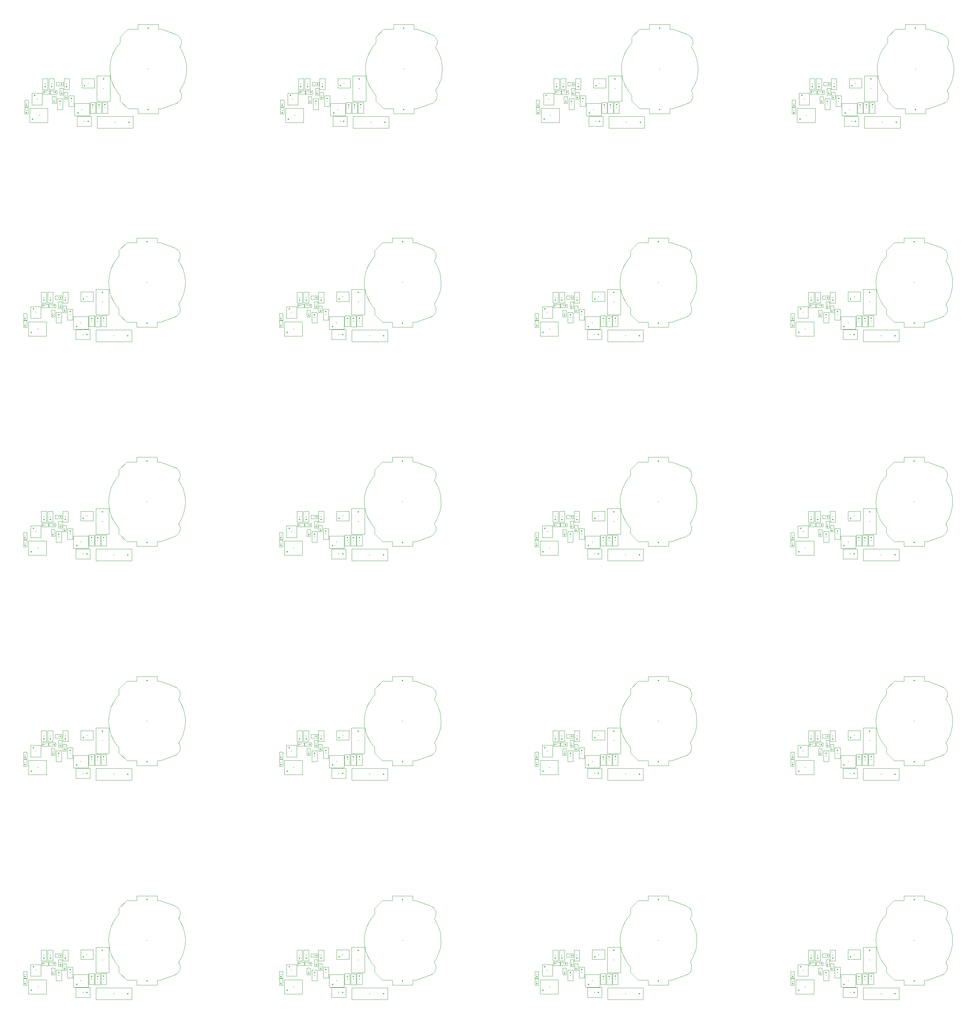
<source format=gbr>
%TF.GenerationSoftware,KiCad,Pcbnew,(7.0.0)*%
%TF.CreationDate,2023-10-04T15:40:26-04:00*%
%TF.ProjectId,blinkenbrain,626c696e-6b65-46e6-9272-61696e2e6b69,B*%
%TF.SameCoordinates,Original*%
%TF.FileFunction,Component,L2,Bot*%
%TF.FilePolarity,Positive*%
%FSLAX46Y46*%
G04 Gerber Fmt 4.6, Leading zero omitted, Abs format (unit mm)*
G04 Created by KiCad (PCBNEW (7.0.0)) date 2023-10-04 15:40:26*
%MOMM*%
%LPD*%
G01*
G04 APERTURE LIST*
%TA.AperFunction,ComponentMain*%
%ADD10C,0.300000*%
%TD*%
%TA.AperFunction,ComponentOutline,Courtyard*%
%ADD11C,0.100000*%
%TD*%
%TA.AperFunction,ComponentPin*%
%ADD12P,0.360000X4X0.000000*%
%TD*%
%TA.AperFunction,ComponentPin*%
%ADD13C,0.000000*%
%TD*%
G04 APERTURE END LIST*
D10*
%TO.C,"Q1"*%
%TO.CFtp,"SOT-363_SC-70-6"*%
%TO.CVal,"BC847BS"*%
%TO.CLbN,"Package_TO_SOT_SMD"*%
%TO.CMnt,SMD*%
%TO.CRot,90*%
X221519378Y-362676270D03*
D11*
X222919377Y-364276269D02*
X220119379Y-364276269D01*
X220119379Y-361076271D01*
X222919377Y-361076271D01*
X222919377Y-364276269D01*
D12*
%TO.P,"Q1","1","E1"*%
X220869378Y-361726270D03*
D13*
%TO.P,"Q1","2","B1"*%
X221519378Y-361726270D03*
%TO.P,"Q1","3","C2"*%
X222169378Y-361726270D03*
%TO.P,"Q1","4","E2"*%
X222169378Y-363626270D03*
%TO.P,"Q1","5","B2"*%
X221519378Y-363626270D03*
%TO.P,"Q1","6","C1"*%
X220869378Y-363626270D03*
%TD*%
D10*
%TO.C,"C6"*%
%TO.CFtp,"C_0603_1608Metric"*%
%TO.CVal,"10uF"*%
%TO.CLbN,"Capacitor_SMD"*%
%TO.CMnt,SMD*%
%TO.CRot,90*%
X230919378Y-363276270D03*
D11*
X231649377Y-364756269D02*
X230189379Y-364756269D01*
X230189379Y-361796271D01*
X231649377Y-361796271D01*
X231649377Y-364756269D01*
D12*
%TO.P,"C6","1"*%
X230919378Y-362501270D03*
D13*
%TO.P,"C6","2"*%
X230919378Y-364051270D03*
%TD*%
D10*
%TO.C,"R7"*%
%TO.CFtp,"R_0603_1608Metric"*%
%TO.CVal,"470"*%
%TO.CLbN,"Resistor_SMD"*%
%TO.CMnt,SMD*%
%TO.CRot,90*%
X240119378Y-365076270D03*
D11*
X240849377Y-366556269D02*
X239389379Y-366556269D01*
X239389379Y-363596271D01*
X240849377Y-363596271D01*
X240849377Y-366556269D01*
D12*
%TO.P,"R7","1"*%
X240119378Y-364251270D03*
D13*
%TO.P,"R7","2"*%
X240119378Y-365901270D03*
%TD*%
D10*
%TO.C,"C2"*%
%TO.CFtp,"C_0603_1608Metric"*%
%TO.CVal,"2.2uF"*%
%TO.CLbN,"Capacitor_SMD"*%
%TO.CMnt,SMD*%
%TO.CRot,-90*%
X225519378Y-358576270D03*
D11*
X226249377Y-360056269D02*
X224789379Y-360056269D01*
X224789379Y-357096271D01*
X226249377Y-357096271D01*
X226249377Y-360056269D01*
D12*
%TO.P,"C2","1"*%
X225519378Y-359351270D03*
D13*
%TO.P,"C2","2"*%
X225519378Y-357801270D03*
%TD*%
D10*
%TO.C,"R6"*%
%TO.CFtp,"R_0402_1005Metric"*%
%TO.CVal,"100k"*%
%TO.CLbN,"Resistor_SMD"*%
%TO.CMnt,SMD*%
%TO.CRot,180*%
X224019378Y-360876270D03*
D11*
X224949377Y-361346269D02*
X223089379Y-361346269D01*
X223089379Y-360406271D01*
X224949377Y-360406271D01*
X224949377Y-361346269D01*
D12*
%TO.P,"R6","1"*%
X223509378Y-360876270D03*
D13*
%TO.P,"R6","2"*%
X224529378Y-360876270D03*
%TD*%
D10*
%TO.C,"C7"*%
%TO.CFtp,"C_0603_1608Metric"*%
%TO.CVal,"1uF"*%
%TO.CLbN,"Capacitor_SMD"*%
%TO.CMnt,SMD*%
%TO.CRot,90*%
X227819378Y-364076270D03*
D11*
X228549377Y-365556269D02*
X227089379Y-365556269D01*
X227089379Y-362596271D01*
X228549377Y-362596271D01*
X228549377Y-365556269D01*
D12*
%TO.P,"C7","1"*%
X227819378Y-363301270D03*
D13*
%TO.P,"C7","2"*%
X227819378Y-364851270D03*
%TD*%
D10*
%TO.C,"R5"*%
%TO.CFtp,"R_0402_1005Metric"*%
%TO.CVal,"100k"*%
%TO.CLbN,"Resistor_SMD"*%
%TO.CMnt,SMD*%
%TO.CRot,-90*%
X226219378Y-362976270D03*
D11*
X226689377Y-363906269D02*
X225749379Y-363906269D01*
X225749379Y-362046271D01*
X226689377Y-362046271D01*
X226689377Y-363906269D01*
D12*
%TO.P,"R5","1"*%
X226219378Y-363486270D03*
D13*
%TO.P,"R5","2"*%
X226219378Y-362466270D03*
%TD*%
D10*
%TO.C,"R4"*%
%TO.CFtp,"R_0402_1005Metric"*%
%TO.CVal,"47k"*%
%TO.CLbN,"Resistor_SMD"*%
%TO.CMnt,SMD*%
%TO.CRot,0*%
X226019378Y-360876270D03*
D11*
X226949377Y-361346269D02*
X225089379Y-361346269D01*
X225089379Y-360406271D01*
X226949377Y-360406271D01*
X226949377Y-361346269D01*
D12*
%TO.P,"R4","1"*%
X226529378Y-360876270D03*
D13*
%TO.P,"R4","2"*%
X225509378Y-360876270D03*
%TD*%
D10*
%TO.C,"C4"*%
%TO.CFtp,"C_0603_1608Metric"*%
%TO.CVal,"10uF"*%
%TO.CLbN,"Capacitor_SMD"*%
%TO.CMnt,SMD*%
%TO.CRot,90*%
X236793128Y-365076270D03*
D11*
X237523127Y-366556269D02*
X236063129Y-366556269D01*
X236063129Y-363596271D01*
X237523127Y-363596271D01*
X237523127Y-366556269D01*
D12*
%TO.P,"C4","1"*%
X236793128Y-364301270D03*
D13*
%TO.P,"C4","2"*%
X236793128Y-365851270D03*
%TD*%
D10*
%TO.C,"U1"*%
%TO.CFtp,"SOT-23-5"*%
%TO.CVal,"	
TPS613222ADBVR"*%
%TO.CLbN,"Package_TO_SOT_SMD"*%
%TO.CMnt,SMD*%
%TO.CRot,180*%
X233863128Y-365551270D03*
D11*
X235913127Y-367251269D02*
X231813129Y-367251269D01*
X231813129Y-363851271D01*
X235913127Y-363851271D01*
X235913127Y-367251269D01*
D12*
%TO.P,"U1","1","SW"*%
X232725628Y-366501270D03*
D13*
%TO.P,"U1","2","GND"*%
X232725628Y-365551270D03*
%TO.P,"U1","3"*%
X232725628Y-364601270D03*
%TO.P,"U1","4","VOUT"*%
X235000628Y-364601270D03*
%TO.P,"U1","5"*%
X235000628Y-366501270D03*
%TD*%
D10*
%TO.C,"Q2"*%
%TO.CFtp,"SOT-323_SC-70"*%
%TO.CVal,"NX6008NBKW"*%
%TO.CLbN,"Package_TO_SOT_SMD"*%
%TO.CMnt,SMD*%
%TO.CRot,180*%
X235519378Y-358376270D03*
D11*
X237219377Y-359676269D02*
X233819379Y-359676269D01*
X233819379Y-357076271D01*
X237219377Y-357076271D01*
X237219377Y-359676269D01*
D12*
%TO.P,"Q2","1","G"*%
X234519378Y-359026270D03*
D13*
%TO.P,"Q2","2","S"*%
X234519378Y-357726270D03*
%TO.P,"Q2","3","D"*%
X236519378Y-358376270D03*
%TD*%
D10*
%TO.C,"C5"*%
%TO.CFtp,"C_0603_1608Metric"*%
%TO.CVal,"10uF"*%
%TO.CLbN,"Capacitor_SMD"*%
%TO.CMnt,SMD*%
%TO.CRot,90*%
X238453128Y-365106270D03*
D11*
X239183127Y-366586269D02*
X237723129Y-366586269D01*
X237723129Y-363626271D01*
X239183127Y-363626271D01*
X239183127Y-366586269D01*
D12*
%TO.P,"C5","1"*%
X238453128Y-364331270D03*
D13*
%TO.P,"C5","2"*%
X238453128Y-365881270D03*
%TD*%
D10*
%TO.C,"C1"*%
%TO.CFtp,"C_0603_1608Metric"*%
%TO.CVal,"2.2uF"*%
%TO.CLbN,"Capacitor_SMD"*%
%TO.CMnt,SMD*%
%TO.CRot,-90*%
X229619378Y-358576270D03*
D11*
X230349377Y-360056269D02*
X228889379Y-360056269D01*
X228889379Y-357096271D01*
X230349377Y-357096271D01*
X230349377Y-360056269D01*
D12*
%TO.P,"C1","1"*%
X229619378Y-359351270D03*
D13*
%TO.P,"C1","2"*%
X229619378Y-357801270D03*
%TD*%
D10*
%TO.C,"RV1"*%
%TO.CFtp,"BOURNS_TC33"*%
%TO.CVal,"TC33X-2-104E"*%
%TO.CLbN,"open-ephys"*%
%TO.CMnt,SMD*%
%TO.CRot,-90*%
X222119378Y-367176270D03*
D11*
X224469377Y-369126269D02*
X219519379Y-369126269D01*
X219519379Y-365226271D01*
X224469377Y-365226271D01*
X224469377Y-369126269D01*
D12*
%TO.P,"RV1","1","1"*%
X220319378Y-368176270D03*
D13*
%TO.P,"RV1","2","2"*%
X223569378Y-367176270D03*
%TO.P,"RV1","3","3"*%
X220319378Y-366176270D03*
%TD*%
D10*
%TO.C,"R3"*%
%TO.CFtp,"R_0402_1005Metric"*%
%TO.CVal,"47k"*%
%TO.CLbN,"Resistor_SMD"*%
%TO.CMnt,SMD*%
%TO.CRot,0*%
X227719378Y-358626270D03*
D11*
X228649377Y-359096269D02*
X226789379Y-359096269D01*
X226789379Y-358156271D01*
X228649377Y-358156271D01*
X228649377Y-359096269D01*
D12*
%TO.P,"R3","1"*%
X228229378Y-358626270D03*
D13*
%TO.P,"R3","2"*%
X227209378Y-358626270D03*
%TD*%
D10*
%TO.C,"D1"*%
%TO.CFtp,"SUNLED_PLCC2-INV"*%
%TO.CVal,"XZVG45WT-9"*%
%TO.CLbN,"open-ephys"*%
%TO.CMnt,SMD*%
%TO.CRot,90*%
X239739378Y-359836270D03*
D11*
X241539377Y-363336269D02*
X237939379Y-363336269D01*
X237939379Y-356336271D01*
X241539377Y-356336271D01*
X241539377Y-363336269D01*
D12*
%TO.P,"D1","1","K"*%
X239739378Y-357236270D03*
D13*
%TO.P,"D1","2","A"*%
X239739378Y-362436270D03*
%TD*%
D10*
%TO.C,"R9"*%
%TO.CFtp,"R_0402_1005Metric"*%
%TO.CVal,"22k"*%
%TO.CLbN,"Resistor_SMD"*%
%TO.CMnt,SMD*%
%TO.CRot,-90*%
X218619378Y-365876270D03*
D11*
X219089377Y-366806269D02*
X218149379Y-366806269D01*
X218149379Y-364946271D01*
X219089377Y-364946271D01*
X219089377Y-366806269D01*
D12*
%TO.P,"R9","1"*%
X218619378Y-366386270D03*
D13*
%TO.P,"R9","2"*%
X218619378Y-365366270D03*
%TD*%
D10*
%TO.C,"SW1"*%
%TO.CFtp,"DEALON_DIP_SPSTx01_SC-01KP_W7.62mm_P1.27mm"*%
%TO.CVal,"SC-01KP"*%
%TO.CLbN,"open-ephys"*%
%TO.CMnt,SMD*%
%TO.CRot,0*%
X242889378Y-369046270D03*
D11*
X247789377Y-370646269D02*
X237989379Y-370646269D01*
X237989379Y-367446271D01*
X247789377Y-367446271D01*
X247789377Y-370646269D01*
D12*
%TO.P,"SW1","1","A"*%
X246699378Y-369046270D03*
D13*
%TO.P,"SW1","2","B"*%
X239079378Y-369046270D03*
%TD*%
D10*
%TO.C,"R2"*%
%TO.CFtp,"R_0402_1005Metric"*%
%TO.CVal,"22k"*%
%TO.CLbN,"Resistor_SMD"*%
%TO.CMnt,SMD*%
%TO.CRot,-90*%
X228219378Y-360676270D03*
D11*
X228689377Y-361606269D02*
X227749379Y-361606269D01*
X227749379Y-359746271D01*
X228689377Y-359746271D01*
X228689377Y-361606269D01*
D12*
%TO.P,"R2","1"*%
X228219378Y-361186270D03*
D13*
%TO.P,"R2","2"*%
X228219378Y-360166270D03*
%TD*%
D10*
%TO.C,"R1"*%
%TO.CFtp,"R_0402_1005Metric"*%
%TO.CVal,"22k"*%
%TO.CLbN,"Resistor_SMD"*%
%TO.CMnt,SMD*%
%TO.CRot,-90*%
X229419378Y-361776270D03*
D11*
X229889377Y-362706269D02*
X228949379Y-362706269D01*
X228949379Y-360846271D01*
X229889377Y-360846271D01*
X229889377Y-362706269D01*
D12*
%TO.P,"R1","1"*%
X229419378Y-362286270D03*
D13*
%TO.P,"R1","2"*%
X229419378Y-361266270D03*
%TD*%
D10*
%TO.C,"R8"*%
%TO.CFtp,"R_0402_1005Metric"*%
%TO.CVal,"47k"*%
%TO.CLbN,"Resistor_SMD"*%
%TO.CMnt,SMD*%
%TO.CRot,-90*%
X218619378Y-363876270D03*
D11*
X219089377Y-364806269D02*
X218149379Y-364806269D01*
X218149379Y-362946271D01*
X219089377Y-362946271D01*
X219089377Y-364806269D01*
D12*
%TO.P,"R8","1"*%
X218619378Y-364386270D03*
D13*
%TO.P,"R8","2"*%
X218619378Y-363366270D03*
%TD*%
D10*
%TO.C,"C3"*%
%TO.CFtp,"C_0603_1608Metric"*%
%TO.CVal,"2.2uF"*%
%TO.CLbN,"Capacitor_SMD"*%
%TO.CMnt,SMD*%
%TO.CRot,-90*%
X223719378Y-358576270D03*
D11*
X224449377Y-360056269D02*
X222989379Y-360056269D01*
X222989379Y-357096271D01*
X224449377Y-357096271D01*
X224449377Y-360056269D01*
D12*
%TO.P,"C3","1"*%
X223719378Y-359351270D03*
D13*
%TO.P,"C3","2"*%
X223719378Y-357801270D03*
%TD*%
D10*
%TO.C,"L1"*%
%TO.CFtp,"L_1008_2520Metric"*%
%TO.CVal,"DFE252012P-2R2M=P2"*%
%TO.CLbN,"Inductor_SMD"*%
%TO.CMnt,SMD*%
%TO.CRot,0*%
X234429378Y-368766270D03*
D11*
X236379377Y-370116269D02*
X232479379Y-370116269D01*
X232479379Y-367416271D01*
X236379377Y-367416271D01*
X236379377Y-370116269D01*
D12*
%TO.P,"L1","1","1"*%
X235504378Y-368766270D03*
D13*
%TO.P,"L1","2","2"*%
X233354378Y-368766270D03*
%TD*%
D10*
%TO.C,"RV1"*%
%TO.CFtp,"BOURNS_TC33"*%
%TO.CVal,"TC33X-2-104E"*%
%TO.CLbN,"open-ephys"*%
%TO.CMnt,SMD*%
%TO.CRot,-90*%
X152119378Y-367176270D03*
D11*
X154469377Y-369126269D02*
X149519379Y-369126269D01*
X149519379Y-365226271D01*
X154469377Y-365226271D01*
X154469377Y-369126269D01*
D12*
%TO.P,"RV1","1","1"*%
X150319378Y-368176270D03*
D13*
%TO.P,"RV1","2","2"*%
X153569378Y-367176270D03*
%TO.P,"RV1","3","3"*%
X150319378Y-366176270D03*
%TD*%
D10*
%TO.C,"R3"*%
%TO.CFtp,"R_0402_1005Metric"*%
%TO.CVal,"47k"*%
%TO.CLbN,"Resistor_SMD"*%
%TO.CMnt,SMD*%
%TO.CRot,0*%
X157719378Y-358626270D03*
D11*
X158649377Y-359096269D02*
X156789379Y-359096269D01*
X156789379Y-358156271D01*
X158649377Y-358156271D01*
X158649377Y-359096269D01*
D12*
%TO.P,"R3","1"*%
X158229378Y-358626270D03*
D13*
%TO.P,"R3","2"*%
X157209378Y-358626270D03*
%TD*%
D10*
%TO.C,"U1"*%
%TO.CFtp,"SOT-23-5"*%
%TO.CVal,"	
TPS613222ADBVR"*%
%TO.CLbN,"Package_TO_SOT_SMD"*%
%TO.CMnt,SMD*%
%TO.CRot,180*%
X163863128Y-365551270D03*
D11*
X165913127Y-367251269D02*
X161813129Y-367251269D01*
X161813129Y-363851271D01*
X165913127Y-363851271D01*
X165913127Y-367251269D01*
D12*
%TO.P,"U1","1","SW"*%
X162725628Y-366501270D03*
D13*
%TO.P,"U1","2","GND"*%
X162725628Y-365551270D03*
%TO.P,"U1","3"*%
X162725628Y-364601270D03*
%TO.P,"U1","4","VOUT"*%
X165000628Y-364601270D03*
%TO.P,"U1","5"*%
X165000628Y-366501270D03*
%TD*%
D10*
%TO.C,"C5"*%
%TO.CFtp,"C_0603_1608Metric"*%
%TO.CVal,"10uF"*%
%TO.CLbN,"Capacitor_SMD"*%
%TO.CMnt,SMD*%
%TO.CRot,90*%
X168453128Y-365106270D03*
D11*
X169183127Y-366586269D02*
X167723129Y-366586269D01*
X167723129Y-363626271D01*
X169183127Y-363626271D01*
X169183127Y-366586269D01*
D12*
%TO.P,"C5","1"*%
X168453128Y-364331270D03*
D13*
%TO.P,"C5","2"*%
X168453128Y-365881270D03*
%TD*%
D10*
%TO.C,"C4"*%
%TO.CFtp,"C_0603_1608Metric"*%
%TO.CVal,"10uF"*%
%TO.CLbN,"Capacitor_SMD"*%
%TO.CMnt,SMD*%
%TO.CRot,90*%
X166793128Y-365076270D03*
D11*
X167523127Y-366556269D02*
X166063129Y-366556269D01*
X166063129Y-363596271D01*
X167523127Y-363596271D01*
X167523127Y-366556269D01*
D12*
%TO.P,"C4","1"*%
X166793128Y-364301270D03*
D13*
%TO.P,"C4","2"*%
X166793128Y-365851270D03*
%TD*%
D10*
%TO.C,"C1"*%
%TO.CFtp,"C_0603_1608Metric"*%
%TO.CVal,"2.2uF"*%
%TO.CLbN,"Capacitor_SMD"*%
%TO.CMnt,SMD*%
%TO.CRot,-90*%
X159619378Y-358576270D03*
D11*
X160349377Y-360056269D02*
X158889379Y-360056269D01*
X158889379Y-357096271D01*
X160349377Y-357096271D01*
X160349377Y-360056269D01*
D12*
%TO.P,"C1","1"*%
X159619378Y-359351270D03*
D13*
%TO.P,"C1","2"*%
X159619378Y-357801270D03*
%TD*%
D10*
%TO.C,"Q2"*%
%TO.CFtp,"SOT-323_SC-70"*%
%TO.CVal,"NX6008NBKW"*%
%TO.CLbN,"Package_TO_SOT_SMD"*%
%TO.CMnt,SMD*%
%TO.CRot,180*%
X165519378Y-358376270D03*
D11*
X167219377Y-359676269D02*
X163819379Y-359676269D01*
X163819379Y-357076271D01*
X167219377Y-357076271D01*
X167219377Y-359676269D01*
D12*
%TO.P,"Q2","1","G"*%
X164519378Y-359026270D03*
D13*
%TO.P,"Q2","2","S"*%
X164519378Y-357726270D03*
%TO.P,"Q2","3","D"*%
X166519378Y-358376270D03*
%TD*%
D10*
%TO.C,"BT1"*%
%TO.CFtp,"KEYSTONE_3034_1x20mm"*%
%TO.CVal,"3034"*%
%TO.CLbN,"open-ephys"*%
%TO.CMnt,SMD*%
%TO.CRot,90*%
X181919378Y-354476270D03*
D11*
X184709377Y-343596271D02*
X185559378Y-343596271D01*
X189539378Y-345046271D01*
X190070578Y-345323942D01*
X190070578Y-345323943D01*
X190509886Y-345731723D01*
X190826275Y-346240815D01*
X190997402Y-346815264D01*
X191011180Y-347414502D01*
X190866637Y-347996209D01*
X190559377Y-348516269D01*
X190559377Y-348516271D01*
X191213667Y-349599042D01*
X191732937Y-350752664D01*
X192109642Y-351960381D01*
X192338310Y-353204648D01*
X192415620Y-354467387D01*
X192340448Y-355730256D01*
X192113886Y-356974908D01*
X191739225Y-358183261D01*
X191221909Y-359337761D01*
X190559377Y-360436269D01*
X190559377Y-360436270D01*
X190851749Y-360955412D01*
X190997059Y-361533231D01*
X190985046Y-362128920D01*
X190816557Y-362700409D01*
X190503492Y-363207341D01*
X190067959Y-363613913D01*
X189549378Y-363906269D01*
X185559378Y-365356269D01*
X184709377Y-365356269D01*
X184709377Y-366676269D01*
X179129379Y-366676269D01*
X179129379Y-365356269D01*
X176419379Y-365356269D01*
X174279379Y-363216269D01*
X174279379Y-361676269D01*
X173435425Y-360659481D01*
X172725887Y-359544729D01*
X172162007Y-358349675D01*
X171752719Y-357093252D01*
X171504507Y-355795366D01*
X171421304Y-354476582D01*
X171504429Y-353157792D01*
X171752564Y-351859892D01*
X172161777Y-350603444D01*
X172725586Y-349408357D01*
X173435058Y-348293563D01*
X174279379Y-347276271D01*
X174279379Y-345736271D01*
X176419379Y-343596271D01*
X179129379Y-343596271D01*
X179129379Y-342276271D01*
X184709377Y-342276271D01*
X184709377Y-343596271D01*
D12*
%TO.P,"BT1","1","+"*%
X181919378Y-343351270D03*
X181919378Y-365601270D03*
D13*
%TO.P,"BT1","2","-"*%
X181919378Y-354476270D03*
%TD*%
D10*
%TO.C,"SW1"*%
%TO.CFtp,"DEALON_DIP_SPSTx01_SC-01KP_W7.62mm_P1.27mm"*%
%TO.CVal,"SC-01KP"*%
%TO.CLbN,"open-ephys"*%
%TO.CMnt,SMD*%
%TO.CRot,0*%
X172889378Y-369046270D03*
D11*
X177789377Y-370646269D02*
X167989379Y-370646269D01*
X167989379Y-367446271D01*
X177789377Y-367446271D01*
X177789377Y-370646269D01*
D12*
%TO.P,"SW1","1","A"*%
X176699378Y-369046270D03*
D13*
%TO.P,"SW1","2","B"*%
X169079378Y-369046270D03*
%TD*%
D10*
%TO.C,"R6"*%
%TO.CFtp,"R_0402_1005Metric"*%
%TO.CVal,"100k"*%
%TO.CLbN,"Resistor_SMD"*%
%TO.CMnt,SMD*%
%TO.CRot,180*%
X294019378Y-360876270D03*
D11*
X294949377Y-361346269D02*
X293089379Y-361346269D01*
X293089379Y-360406271D01*
X294949377Y-360406271D01*
X294949377Y-361346269D01*
D12*
%TO.P,"R6","1"*%
X293509378Y-360876270D03*
D13*
%TO.P,"R6","2"*%
X294529378Y-360876270D03*
%TD*%
D10*
%TO.C,"C2"*%
%TO.CFtp,"C_0603_1608Metric"*%
%TO.CVal,"2.2uF"*%
%TO.CLbN,"Capacitor_SMD"*%
%TO.CMnt,SMD*%
%TO.CRot,-90*%
X295519378Y-358576270D03*
D11*
X296249377Y-360056269D02*
X294789379Y-360056269D01*
X294789379Y-357096271D01*
X296249377Y-357096271D01*
X296249377Y-360056269D01*
D12*
%TO.P,"C2","1"*%
X295519378Y-359351270D03*
D13*
%TO.P,"C2","2"*%
X295519378Y-357801270D03*
%TD*%
D10*
%TO.C,"Q1"*%
%TO.CFtp,"SOT-363_SC-70-6"*%
%TO.CVal,"BC847BS"*%
%TO.CLbN,"Package_TO_SOT_SMD"*%
%TO.CMnt,SMD*%
%TO.CRot,90*%
X291519378Y-362676270D03*
D11*
X292919377Y-364276269D02*
X290119379Y-364276269D01*
X290119379Y-361076271D01*
X292919377Y-361076271D01*
X292919377Y-364276269D01*
D12*
%TO.P,"Q1","1","E1"*%
X290869378Y-361726270D03*
D13*
%TO.P,"Q1","2","B1"*%
X291519378Y-361726270D03*
%TO.P,"Q1","3","C2"*%
X292169378Y-361726270D03*
%TO.P,"Q1","4","E2"*%
X292169378Y-363626270D03*
%TO.P,"Q1","5","B2"*%
X291519378Y-363626270D03*
%TO.P,"Q1","6","C1"*%
X290869378Y-363626270D03*
%TD*%
D10*
%TO.C,"C6"*%
%TO.CFtp,"C_0603_1608Metric"*%
%TO.CVal,"10uF"*%
%TO.CLbN,"Capacitor_SMD"*%
%TO.CMnt,SMD*%
%TO.CRot,90*%
X300919378Y-363276270D03*
D11*
X301649377Y-364756269D02*
X300189379Y-364756269D01*
X300189379Y-361796271D01*
X301649377Y-361796271D01*
X301649377Y-364756269D01*
D12*
%TO.P,"C6","1"*%
X300919378Y-362501270D03*
D13*
%TO.P,"C6","2"*%
X300919378Y-364051270D03*
%TD*%
D10*
%TO.C,"R2"*%
%TO.CFtp,"R_0402_1005Metric"*%
%TO.CVal,"22k"*%
%TO.CLbN,"Resistor_SMD"*%
%TO.CMnt,SMD*%
%TO.CRot,-90*%
X298219378Y-360676270D03*
D11*
X298689377Y-361606269D02*
X297749379Y-361606269D01*
X297749379Y-359746271D01*
X298689377Y-359746271D01*
X298689377Y-361606269D01*
D12*
%TO.P,"R2","1"*%
X298219378Y-361186270D03*
D13*
%TO.P,"R2","2"*%
X298219378Y-360166270D03*
%TD*%
D10*
%TO.C,"R7"*%
%TO.CFtp,"R_0603_1608Metric"*%
%TO.CVal,"470"*%
%TO.CLbN,"Resistor_SMD"*%
%TO.CMnt,SMD*%
%TO.CRot,90*%
X310119378Y-365076270D03*
D11*
X310849377Y-366556269D02*
X309389379Y-366556269D01*
X309389379Y-363596271D01*
X310849377Y-363596271D01*
X310849377Y-366556269D01*
D12*
%TO.P,"R7","1"*%
X310119378Y-364251270D03*
D13*
%TO.P,"R7","2"*%
X310119378Y-365901270D03*
%TD*%
D10*
%TO.C,"R8"*%
%TO.CFtp,"R_0402_1005Metric"*%
%TO.CVal,"47k"*%
%TO.CLbN,"Resistor_SMD"*%
%TO.CMnt,SMD*%
%TO.CRot,-90*%
X288619378Y-363876270D03*
D11*
X289089377Y-364806269D02*
X288149379Y-364806269D01*
X288149379Y-362946271D01*
X289089377Y-362946271D01*
X289089377Y-364806269D01*
D12*
%TO.P,"R8","1"*%
X288619378Y-364386270D03*
D13*
%TO.P,"R8","2"*%
X288619378Y-363366270D03*
%TD*%
D10*
%TO.C,"C7"*%
%TO.CFtp,"C_0603_1608Metric"*%
%TO.CVal,"1uF"*%
%TO.CLbN,"Capacitor_SMD"*%
%TO.CMnt,SMD*%
%TO.CRot,90*%
X297819378Y-364076270D03*
D11*
X298549377Y-365556269D02*
X297089379Y-365556269D01*
X297089379Y-362596271D01*
X298549377Y-362596271D01*
X298549377Y-365556269D01*
D12*
%TO.P,"C7","1"*%
X297819378Y-363301270D03*
D13*
%TO.P,"C7","2"*%
X297819378Y-364851270D03*
%TD*%
D10*
%TO.C,"D1"*%
%TO.CFtp,"SUNLED_PLCC2-INV"*%
%TO.CVal,"XZVG45WT-9"*%
%TO.CLbN,"open-ephys"*%
%TO.CMnt,SMD*%
%TO.CRot,90*%
X309739378Y-359836270D03*
D11*
X311539377Y-363336269D02*
X307939379Y-363336269D01*
X307939379Y-356336271D01*
X311539377Y-356336271D01*
X311539377Y-363336269D01*
D12*
%TO.P,"D1","1","K"*%
X309739378Y-357236270D03*
D13*
%TO.P,"D1","2","A"*%
X309739378Y-362436270D03*
%TD*%
D10*
%TO.C,"R1"*%
%TO.CFtp,"R_0402_1005Metric"*%
%TO.CVal,"22k"*%
%TO.CLbN,"Resistor_SMD"*%
%TO.CMnt,SMD*%
%TO.CRot,-90*%
X299419378Y-361776270D03*
D11*
X299889377Y-362706269D02*
X298949379Y-362706269D01*
X298949379Y-360846271D01*
X299889377Y-360846271D01*
X299889377Y-362706269D01*
D12*
%TO.P,"R1","1"*%
X299419378Y-362286270D03*
D13*
%TO.P,"R1","2"*%
X299419378Y-361266270D03*
%TD*%
D10*
%TO.C,"SW1"*%
%TO.CFtp,"DEALON_DIP_SPSTx01_SC-01KP_W7.62mm_P1.27mm"*%
%TO.CVal,"SC-01KP"*%
%TO.CLbN,"open-ephys"*%
%TO.CMnt,SMD*%
%TO.CRot,0*%
X312889378Y-369046270D03*
D11*
X317789377Y-370646269D02*
X307989379Y-370646269D01*
X307989379Y-367446271D01*
X317789377Y-367446271D01*
X317789377Y-370646269D01*
D12*
%TO.P,"SW1","1","A"*%
X316699378Y-369046270D03*
D13*
%TO.P,"SW1","2","B"*%
X309079378Y-369046270D03*
%TD*%
D10*
%TO.C,"R4"*%
%TO.CFtp,"R_0402_1005Metric"*%
%TO.CVal,"47k"*%
%TO.CLbN,"Resistor_SMD"*%
%TO.CMnt,SMD*%
%TO.CRot,0*%
X296019378Y-360876270D03*
D11*
X296949377Y-361346269D02*
X295089379Y-361346269D01*
X295089379Y-360406271D01*
X296949377Y-360406271D01*
X296949377Y-361346269D01*
D12*
%TO.P,"R4","1"*%
X296529378Y-360876270D03*
D13*
%TO.P,"R4","2"*%
X295509378Y-360876270D03*
%TD*%
D10*
%TO.C,"C5"*%
%TO.CFtp,"C_0603_1608Metric"*%
%TO.CVal,"10uF"*%
%TO.CLbN,"Capacitor_SMD"*%
%TO.CMnt,SMD*%
%TO.CRot,90*%
X308453128Y-365106270D03*
D11*
X309183127Y-366586269D02*
X307723129Y-366586269D01*
X307723129Y-363626271D01*
X309183127Y-363626271D01*
X309183127Y-366586269D01*
D12*
%TO.P,"C5","1"*%
X308453128Y-364331270D03*
D13*
%TO.P,"C5","2"*%
X308453128Y-365881270D03*
%TD*%
D10*
%TO.C,"C1"*%
%TO.CFtp,"C_0603_1608Metric"*%
%TO.CVal,"2.2uF"*%
%TO.CLbN,"Capacitor_SMD"*%
%TO.CMnt,SMD*%
%TO.CRot,-90*%
X299619378Y-358576270D03*
D11*
X300349377Y-360056269D02*
X298889379Y-360056269D01*
X298889379Y-357096271D01*
X300349377Y-357096271D01*
X300349377Y-360056269D01*
D12*
%TO.P,"C1","1"*%
X299619378Y-359351270D03*
D13*
%TO.P,"C1","2"*%
X299619378Y-357801270D03*
%TD*%
D10*
%TO.C,"U1"*%
%TO.CFtp,"SOT-23-5"*%
%TO.CVal,"	
TPS613222ADBVR"*%
%TO.CLbN,"Package_TO_SOT_SMD"*%
%TO.CMnt,SMD*%
%TO.CRot,180*%
X303863128Y-365551270D03*
D11*
X305913127Y-367251269D02*
X301813129Y-367251269D01*
X301813129Y-363851271D01*
X305913127Y-363851271D01*
X305913127Y-367251269D01*
D12*
%TO.P,"U1","1","SW"*%
X302725628Y-366501270D03*
D13*
%TO.P,"U1","2","GND"*%
X302725628Y-365551270D03*
%TO.P,"U1","3"*%
X302725628Y-364601270D03*
%TO.P,"U1","4","VOUT"*%
X305000628Y-364601270D03*
%TO.P,"U1","5"*%
X305000628Y-366501270D03*
%TD*%
D10*
%TO.C,"Q1"*%
%TO.CFtp,"SOT-363_SC-70-6"*%
%TO.CVal,"BC847BS"*%
%TO.CLbN,"Package_TO_SOT_SMD"*%
%TO.CMnt,SMD*%
%TO.CRot,90*%
X81519378Y-362676270D03*
D11*
X82919377Y-364276269D02*
X80119379Y-364276269D01*
X80119379Y-361076271D01*
X82919377Y-361076271D01*
X82919377Y-364276269D01*
D12*
%TO.P,"Q1","1","E1"*%
X80869378Y-361726270D03*
D13*
%TO.P,"Q1","2","B1"*%
X81519378Y-361726270D03*
%TO.P,"Q1","3","C2"*%
X82169378Y-361726270D03*
%TO.P,"Q1","4","E2"*%
X82169378Y-363626270D03*
%TO.P,"Q1","5","B2"*%
X81519378Y-363626270D03*
%TO.P,"Q1","6","C1"*%
X80869378Y-363626270D03*
%TD*%
D10*
%TO.C,"C6"*%
%TO.CFtp,"C_0603_1608Metric"*%
%TO.CVal,"10uF"*%
%TO.CLbN,"Capacitor_SMD"*%
%TO.CMnt,SMD*%
%TO.CRot,90*%
X90919378Y-363276270D03*
D11*
X91649377Y-364756269D02*
X90189379Y-364756269D01*
X90189379Y-361796271D01*
X91649377Y-361796271D01*
X91649377Y-364756269D01*
D12*
%TO.P,"C6","1"*%
X90919378Y-362501270D03*
D13*
%TO.P,"C6","2"*%
X90919378Y-364051270D03*
%TD*%
D10*
%TO.C,"Q2"*%
%TO.CFtp,"SOT-323_SC-70"*%
%TO.CVal,"NX6008NBKW"*%
%TO.CLbN,"Package_TO_SOT_SMD"*%
%TO.CMnt,SMD*%
%TO.CRot,180*%
X305519378Y-358376270D03*
D11*
X307219377Y-359676269D02*
X303819379Y-359676269D01*
X303819379Y-357076271D01*
X307219377Y-357076271D01*
X307219377Y-359676269D01*
D12*
%TO.P,"Q2","1","G"*%
X304519378Y-359026270D03*
D13*
%TO.P,"Q2","2","S"*%
X304519378Y-357726270D03*
%TO.P,"Q2","3","D"*%
X306519378Y-358376270D03*
%TD*%
D10*
%TO.C,"BT1"*%
%TO.CFtp,"KEYSTONE_3034_1x20mm"*%
%TO.CVal,"3034"*%
%TO.CLbN,"open-ephys"*%
%TO.CMnt,SMD*%
%TO.CRot,90*%
X321919378Y-354476270D03*
D11*
X324709377Y-343596271D02*
X325559378Y-343596271D01*
X329539378Y-345046271D01*
X330070578Y-345323942D01*
X330070578Y-345323943D01*
X330509886Y-345731723D01*
X330826275Y-346240815D01*
X330997402Y-346815264D01*
X331011180Y-347414502D01*
X330866637Y-347996209D01*
X330559377Y-348516269D01*
X330559377Y-348516271D01*
X331213667Y-349599042D01*
X331732937Y-350752664D01*
X332109642Y-351960381D01*
X332338310Y-353204648D01*
X332415620Y-354467387D01*
X332340448Y-355730256D01*
X332113886Y-356974908D01*
X331739225Y-358183261D01*
X331221909Y-359337761D01*
X330559377Y-360436269D01*
X330559377Y-360436270D01*
X330851749Y-360955412D01*
X330997059Y-361533231D01*
X330985046Y-362128920D01*
X330816557Y-362700409D01*
X330503492Y-363207341D01*
X330067959Y-363613913D01*
X329549378Y-363906269D01*
X325559378Y-365356269D01*
X324709377Y-365356269D01*
X324709377Y-366676269D01*
X319129379Y-366676269D01*
X319129379Y-365356269D01*
X316419379Y-365356269D01*
X314279379Y-363216269D01*
X314279379Y-361676269D01*
X313435425Y-360659481D01*
X312725887Y-359544729D01*
X312162007Y-358349675D01*
X311752719Y-357093252D01*
X311504507Y-355795366D01*
X311421304Y-354476582D01*
X311504429Y-353157792D01*
X311752564Y-351859892D01*
X312161777Y-350603444D01*
X312725586Y-349408357D01*
X313435058Y-348293563D01*
X314279379Y-347276271D01*
X314279379Y-345736271D01*
X316419379Y-343596271D01*
X319129379Y-343596271D01*
X319129379Y-342276271D01*
X324709377Y-342276271D01*
X324709377Y-343596271D01*
D12*
%TO.P,"BT1","1","+"*%
X321919378Y-343351270D03*
X321919378Y-365601270D03*
D13*
%TO.P,"BT1","2","-"*%
X321919378Y-354476270D03*
%TD*%
D10*
%TO.C,"R9"*%
%TO.CFtp,"R_0402_1005Metric"*%
%TO.CVal,"22k"*%
%TO.CLbN,"Resistor_SMD"*%
%TO.CMnt,SMD*%
%TO.CRot,-90*%
X288619378Y-365876270D03*
D11*
X289089377Y-366806269D02*
X288149379Y-366806269D01*
X288149379Y-364946271D01*
X289089377Y-364946271D01*
X289089377Y-366806269D01*
D12*
%TO.P,"R9","1"*%
X288619378Y-366386270D03*
D13*
%TO.P,"R9","2"*%
X288619378Y-365366270D03*
%TD*%
D10*
%TO.C,"L1"*%
%TO.CFtp,"L_1008_2520Metric"*%
%TO.CVal,"DFE252012P-2R2M=P2"*%
%TO.CLbN,"Inductor_SMD"*%
%TO.CMnt,SMD*%
%TO.CRot,0*%
X304429378Y-368766270D03*
D11*
X306379377Y-370116269D02*
X302479379Y-370116269D01*
X302479379Y-367416271D01*
X306379377Y-367416271D01*
X306379377Y-370116269D01*
D12*
%TO.P,"L1","1","1"*%
X305504378Y-368766270D03*
D13*
%TO.P,"L1","2","2"*%
X303354378Y-368766270D03*
%TD*%
D10*
%TO.C,"C4"*%
%TO.CFtp,"C_0603_1608Metric"*%
%TO.CVal,"10uF"*%
%TO.CLbN,"Capacitor_SMD"*%
%TO.CMnt,SMD*%
%TO.CRot,90*%
X306793128Y-365076270D03*
D11*
X307523127Y-366556269D02*
X306063129Y-366556269D01*
X306063129Y-363596271D01*
X307523127Y-363596271D01*
X307523127Y-366556269D01*
D12*
%TO.P,"C4","1"*%
X306793128Y-364301270D03*
D13*
%TO.P,"C4","2"*%
X306793128Y-365851270D03*
%TD*%
D10*
%TO.C,"RV1"*%
%TO.CFtp,"BOURNS_TC33"*%
%TO.CVal,"TC33X-2-104E"*%
%TO.CLbN,"open-ephys"*%
%TO.CMnt,SMD*%
%TO.CRot,-90*%
X292119378Y-367176270D03*
D11*
X294469377Y-369126269D02*
X289519379Y-369126269D01*
X289519379Y-365226271D01*
X294469377Y-365226271D01*
X294469377Y-369126269D01*
D12*
%TO.P,"RV1","1","1"*%
X290319378Y-368176270D03*
D13*
%TO.P,"RV1","2","2"*%
X293569378Y-367176270D03*
%TO.P,"RV1","3","3"*%
X290319378Y-366176270D03*
%TD*%
D10*
%TO.C,"R3"*%
%TO.CFtp,"R_0402_1005Metric"*%
%TO.CVal,"47k"*%
%TO.CLbN,"Resistor_SMD"*%
%TO.CMnt,SMD*%
%TO.CRot,0*%
X297719378Y-358626270D03*
D11*
X298649377Y-359096269D02*
X296789379Y-359096269D01*
X296789379Y-358156271D01*
X298649377Y-358156271D01*
X298649377Y-359096269D01*
D12*
%TO.P,"R3","1"*%
X298229378Y-358626270D03*
D13*
%TO.P,"R3","2"*%
X297209378Y-358626270D03*
%TD*%
D10*
%TO.C,"C3"*%
%TO.CFtp,"C_0603_1608Metric"*%
%TO.CVal,"2.2uF"*%
%TO.CLbN,"Capacitor_SMD"*%
%TO.CMnt,SMD*%
%TO.CRot,-90*%
X293719378Y-358576270D03*
D11*
X294449377Y-360056269D02*
X292989379Y-360056269D01*
X292989379Y-357096271D01*
X294449377Y-357096271D01*
X294449377Y-360056269D01*
D12*
%TO.P,"C3","1"*%
X293719378Y-359351270D03*
D13*
%TO.P,"C3","2"*%
X293719378Y-357801270D03*
%TD*%
D10*
%TO.C,"R5"*%
%TO.CFtp,"R_0402_1005Metric"*%
%TO.CVal,"100k"*%
%TO.CLbN,"Resistor_SMD"*%
%TO.CMnt,SMD*%
%TO.CRot,-90*%
X296219378Y-362976270D03*
D11*
X296689377Y-363906269D02*
X295749379Y-363906269D01*
X295749379Y-362046271D01*
X296689377Y-362046271D01*
X296689377Y-363906269D01*
D12*
%TO.P,"R5","1"*%
X296219378Y-363486270D03*
D13*
%TO.P,"R5","2"*%
X296219378Y-362466270D03*
%TD*%
D10*
%TO.C,"R5"*%
%TO.CFtp,"R_0402_1005Metric"*%
%TO.CVal,"100k"*%
%TO.CLbN,"Resistor_SMD"*%
%TO.CMnt,SMD*%
%TO.CRot,-90*%
X86219378Y-362976270D03*
D11*
X86689377Y-363906269D02*
X85749379Y-363906269D01*
X85749379Y-362046271D01*
X86689377Y-362046271D01*
X86689377Y-363906269D01*
D12*
%TO.P,"R5","1"*%
X86219378Y-363486270D03*
D13*
%TO.P,"R5","2"*%
X86219378Y-362466270D03*
%TD*%
D10*
%TO.C,"R2"*%
%TO.CFtp,"R_0402_1005Metric"*%
%TO.CVal,"22k"*%
%TO.CLbN,"Resistor_SMD"*%
%TO.CMnt,SMD*%
%TO.CRot,-90*%
X88219378Y-360676270D03*
D11*
X88689377Y-361606269D02*
X87749379Y-361606269D01*
X87749379Y-359746271D01*
X88689377Y-359746271D01*
X88689377Y-361606269D01*
D12*
%TO.P,"R2","1"*%
X88219378Y-361186270D03*
D13*
%TO.P,"R2","2"*%
X88219378Y-360166270D03*
%TD*%
D10*
%TO.C,"C2"*%
%TO.CFtp,"C_0603_1608Metric"*%
%TO.CVal,"2.2uF"*%
%TO.CLbN,"Capacitor_SMD"*%
%TO.CMnt,SMD*%
%TO.CRot,-90*%
X85519378Y-358576270D03*
D11*
X86249377Y-360056269D02*
X84789379Y-360056269D01*
X84789379Y-357096271D01*
X86249377Y-357096271D01*
X86249377Y-360056269D01*
D12*
%TO.P,"C2","1"*%
X85519378Y-359351270D03*
D13*
%TO.P,"C2","2"*%
X85519378Y-357801270D03*
%TD*%
D10*
%TO.C,"C3"*%
%TO.CFtp,"C_0603_1608Metric"*%
%TO.CVal,"2.2uF"*%
%TO.CLbN,"Capacitor_SMD"*%
%TO.CMnt,SMD*%
%TO.CRot,-90*%
X83719378Y-358576270D03*
D11*
X84449377Y-360056269D02*
X82989379Y-360056269D01*
X82989379Y-357096271D01*
X84449377Y-357096271D01*
X84449377Y-360056269D01*
D12*
%TO.P,"C3","1"*%
X83719378Y-359351270D03*
D13*
%TO.P,"C3","2"*%
X83719378Y-357801270D03*
%TD*%
D10*
%TO.C,"C7"*%
%TO.CFtp,"C_0603_1608Metric"*%
%TO.CVal,"1uF"*%
%TO.CLbN,"Capacitor_SMD"*%
%TO.CMnt,SMD*%
%TO.CRot,90*%
X87819378Y-364076270D03*
D11*
X88549377Y-365556269D02*
X87089379Y-365556269D01*
X87089379Y-362596271D01*
X88549377Y-362596271D01*
X88549377Y-365556269D01*
D12*
%TO.P,"C7","1"*%
X87819378Y-363301270D03*
D13*
%TO.P,"C7","2"*%
X87819378Y-364851270D03*
%TD*%
D10*
%TO.C,"D1"*%
%TO.CFtp,"SUNLED_PLCC2-INV"*%
%TO.CVal,"XZVG45WT-9"*%
%TO.CLbN,"open-ephys"*%
%TO.CMnt,SMD*%
%TO.CRot,90*%
X99739378Y-359836270D03*
D11*
X101539377Y-363336269D02*
X97939379Y-363336269D01*
X97939379Y-356336271D01*
X101539377Y-356336271D01*
X101539377Y-363336269D01*
D12*
%TO.P,"D1","1","K"*%
X99739378Y-357236270D03*
D13*
%TO.P,"D1","2","A"*%
X99739378Y-362436270D03*
%TD*%
D10*
%TO.C,"R7"*%
%TO.CFtp,"R_0603_1608Metric"*%
%TO.CVal,"470"*%
%TO.CLbN,"Resistor_SMD"*%
%TO.CMnt,SMD*%
%TO.CRot,90*%
X100119378Y-365076270D03*
D11*
X100849377Y-366556269D02*
X99389379Y-366556269D01*
X99389379Y-363596271D01*
X100849377Y-363596271D01*
X100849377Y-366556269D01*
D12*
%TO.P,"R7","1"*%
X100119378Y-364251270D03*
D13*
%TO.P,"R7","2"*%
X100119378Y-365901270D03*
%TD*%
D10*
%TO.C,"R6"*%
%TO.CFtp,"R_0402_1005Metric"*%
%TO.CVal,"100k"*%
%TO.CLbN,"Resistor_SMD"*%
%TO.CMnt,SMD*%
%TO.CRot,180*%
X84019378Y-360876270D03*
D11*
X84949377Y-361346269D02*
X83089379Y-361346269D01*
X83089379Y-360406271D01*
X84949377Y-360406271D01*
X84949377Y-361346269D01*
D12*
%TO.P,"R6","1"*%
X83509378Y-360876270D03*
D13*
%TO.P,"R6","2"*%
X84529378Y-360876270D03*
%TD*%
D10*
%TO.C,"R4"*%
%TO.CFtp,"R_0402_1005Metric"*%
%TO.CVal,"47k"*%
%TO.CLbN,"Resistor_SMD"*%
%TO.CMnt,SMD*%
%TO.CRot,0*%
X86019378Y-360876270D03*
D11*
X86949377Y-361346269D02*
X85089379Y-361346269D01*
X85089379Y-360406271D01*
X86949377Y-360406271D01*
X86949377Y-361346269D01*
D12*
%TO.P,"R4","1"*%
X86529378Y-360876270D03*
D13*
%TO.P,"R4","2"*%
X85509378Y-360876270D03*
%TD*%
D10*
%TO.C,"R8"*%
%TO.CFtp,"R_0402_1005Metric"*%
%TO.CVal,"47k"*%
%TO.CLbN,"Resistor_SMD"*%
%TO.CMnt,SMD*%
%TO.CRot,-90*%
X78619378Y-363876270D03*
D11*
X79089377Y-364806269D02*
X78149379Y-364806269D01*
X78149379Y-362946271D01*
X79089377Y-362946271D01*
X79089377Y-364806269D01*
D12*
%TO.P,"R8","1"*%
X78619378Y-364386270D03*
D13*
%TO.P,"R8","2"*%
X78619378Y-363366270D03*
%TD*%
D10*
%TO.C,"R3"*%
%TO.CFtp,"R_0402_1005Metric"*%
%TO.CVal,"47k"*%
%TO.CLbN,"Resistor_SMD"*%
%TO.CMnt,SMD*%
%TO.CRot,0*%
X87719378Y-358626270D03*
D11*
X88649377Y-359096269D02*
X86789379Y-359096269D01*
X86789379Y-358156271D01*
X88649377Y-358156271D01*
X88649377Y-359096269D01*
D12*
%TO.P,"R3","1"*%
X88229378Y-358626270D03*
D13*
%TO.P,"R3","2"*%
X87209378Y-358626270D03*
%TD*%
D10*
%TO.C,"SW1"*%
%TO.CFtp,"DEALON_DIP_SPSTx01_SC-01KP_W7.62mm_P1.27mm"*%
%TO.CVal,"SC-01KP"*%
%TO.CLbN,"open-ephys"*%
%TO.CMnt,SMD*%
%TO.CRot,0*%
X102889378Y-369046270D03*
D11*
X107789377Y-370646269D02*
X97989379Y-370646269D01*
X97989379Y-367446271D01*
X107789377Y-367446271D01*
X107789377Y-370646269D01*
D12*
%TO.P,"SW1","1","A"*%
X106699378Y-369046270D03*
D13*
%TO.P,"SW1","2","B"*%
X99079378Y-369046270D03*
%TD*%
D10*
%TO.C,"R9"*%
%TO.CFtp,"R_0402_1005Metric"*%
%TO.CVal,"22k"*%
%TO.CLbN,"Resistor_SMD"*%
%TO.CMnt,SMD*%
%TO.CRot,-90*%
X78619378Y-365876270D03*
D11*
X79089377Y-366806269D02*
X78149379Y-366806269D01*
X78149379Y-364946271D01*
X79089377Y-364946271D01*
X79089377Y-366806269D01*
D12*
%TO.P,"R9","1"*%
X78619378Y-366386270D03*
D13*
%TO.P,"R9","2"*%
X78619378Y-365366270D03*
%TD*%
D10*
%TO.C,"C4"*%
%TO.CFtp,"C_0603_1608Metric"*%
%TO.CVal,"10uF"*%
%TO.CLbN,"Capacitor_SMD"*%
%TO.CMnt,SMD*%
%TO.CRot,90*%
X96793128Y-365076270D03*
D11*
X97523127Y-366556269D02*
X96063129Y-366556269D01*
X96063129Y-363596271D01*
X97523127Y-363596271D01*
X97523127Y-366556269D01*
D12*
%TO.P,"C4","1"*%
X96793128Y-364301270D03*
D13*
%TO.P,"C4","2"*%
X96793128Y-365851270D03*
%TD*%
D10*
%TO.C,"R1"*%
%TO.CFtp,"R_0402_1005Metric"*%
%TO.CVal,"22k"*%
%TO.CLbN,"Resistor_SMD"*%
%TO.CMnt,SMD*%
%TO.CRot,-90*%
X89419378Y-361776270D03*
D11*
X89889377Y-362706269D02*
X88949379Y-362706269D01*
X88949379Y-360846271D01*
X89889377Y-360846271D01*
X89889377Y-362706269D01*
D12*
%TO.P,"R1","1"*%
X89419378Y-362286270D03*
D13*
%TO.P,"R1","2"*%
X89419378Y-361266270D03*
%TD*%
D10*
%TO.C,"C5"*%
%TO.CFtp,"C_0603_1608Metric"*%
%TO.CVal,"10uF"*%
%TO.CLbN,"Capacitor_SMD"*%
%TO.CMnt,SMD*%
%TO.CRot,90*%
X98453128Y-365106270D03*
D11*
X99183127Y-366586269D02*
X97723129Y-366586269D01*
X97723129Y-363626271D01*
X99183127Y-363626271D01*
X99183127Y-366586269D01*
D12*
%TO.P,"C5","1"*%
X98453128Y-364331270D03*
D13*
%TO.P,"C5","2"*%
X98453128Y-365881270D03*
%TD*%
D10*
%TO.C,"C1"*%
%TO.CFtp,"C_0603_1608Metric"*%
%TO.CVal,"2.2uF"*%
%TO.CLbN,"Capacitor_SMD"*%
%TO.CMnt,SMD*%
%TO.CRot,-90*%
X89619378Y-358576270D03*
D11*
X90349377Y-360056269D02*
X88889379Y-360056269D01*
X88889379Y-357096271D01*
X90349377Y-357096271D01*
X90349377Y-360056269D01*
D12*
%TO.P,"C1","1"*%
X89619378Y-359351270D03*
D13*
%TO.P,"C1","2"*%
X89619378Y-357801270D03*
%TD*%
D10*
%TO.C,"U1"*%
%TO.CFtp,"SOT-23-5"*%
%TO.CVal,"	
TPS613222ADBVR"*%
%TO.CLbN,"Package_TO_SOT_SMD"*%
%TO.CMnt,SMD*%
%TO.CRot,180*%
X93863128Y-365551270D03*
D11*
X95913127Y-367251269D02*
X91813129Y-367251269D01*
X91813129Y-363851271D01*
X95913127Y-363851271D01*
X95913127Y-367251269D01*
D12*
%TO.P,"U1","1","SW"*%
X92725628Y-366501270D03*
D13*
%TO.P,"U1","2","GND"*%
X92725628Y-365551270D03*
%TO.P,"U1","3"*%
X92725628Y-364601270D03*
%TO.P,"U1","4","VOUT"*%
X95000628Y-364601270D03*
%TO.P,"U1","5"*%
X95000628Y-366501270D03*
%TD*%
D10*
%TO.C,"BT1"*%
%TO.CFtp,"KEYSTONE_3034_1x20mm"*%
%TO.CVal,"3034"*%
%TO.CLbN,"open-ephys"*%
%TO.CMnt,SMD*%
%TO.CRot,90*%
X111919378Y-354476270D03*
D11*
X114709377Y-343596271D02*
X115559378Y-343596271D01*
X119539378Y-345046271D01*
X120070578Y-345323942D01*
X120070578Y-345323943D01*
X120509886Y-345731723D01*
X120826275Y-346240815D01*
X120997402Y-346815264D01*
X121011180Y-347414502D01*
X120866637Y-347996209D01*
X120559377Y-348516269D01*
X120559377Y-348516271D01*
X121213667Y-349599042D01*
X121732937Y-350752664D01*
X122109642Y-351960381D01*
X122338310Y-353204648D01*
X122415620Y-354467387D01*
X122340448Y-355730256D01*
X122113886Y-356974908D01*
X121739225Y-358183261D01*
X121221909Y-359337761D01*
X120559377Y-360436269D01*
X120559377Y-360436270D01*
X120851749Y-360955412D01*
X120997059Y-361533231D01*
X120985046Y-362128920D01*
X120816557Y-362700409D01*
X120503492Y-363207341D01*
X120067959Y-363613913D01*
X119549378Y-363906269D01*
X115559378Y-365356269D01*
X114709377Y-365356269D01*
X114709377Y-366676269D01*
X109129379Y-366676269D01*
X109129379Y-365356269D01*
X106419379Y-365356269D01*
X104279379Y-363216269D01*
X104279379Y-361676269D01*
X103435425Y-360659481D01*
X102725887Y-359544729D01*
X102162007Y-358349675D01*
X101752719Y-357093252D01*
X101504507Y-355795366D01*
X101421304Y-354476582D01*
X101504429Y-353157792D01*
X101752564Y-351859892D01*
X102161777Y-350603444D01*
X102725586Y-349408357D01*
X103435058Y-348293563D01*
X104279379Y-347276271D01*
X104279379Y-345736271D01*
X106419379Y-343596271D01*
X109129379Y-343596271D01*
X109129379Y-342276271D01*
X114709377Y-342276271D01*
X114709377Y-343596271D01*
D12*
%TO.P,"BT1","1","+"*%
X111919378Y-343351270D03*
X111919378Y-365601270D03*
D13*
%TO.P,"BT1","2","-"*%
X111919378Y-354476270D03*
%TD*%
D10*
%TO.C,"L1"*%
%TO.CFtp,"L_1008_2520Metric"*%
%TO.CVal,"DFE252012P-2R2M=P2"*%
%TO.CLbN,"Inductor_SMD"*%
%TO.CMnt,SMD*%
%TO.CRot,0*%
X94429378Y-368766270D03*
D11*
X96379377Y-370116269D02*
X92479379Y-370116269D01*
X92479379Y-367416271D01*
X96379377Y-367416271D01*
X96379377Y-370116269D01*
D12*
%TO.P,"L1","1","1"*%
X95504378Y-368766270D03*
D13*
%TO.P,"L1","2","2"*%
X93354378Y-368766270D03*
%TD*%
D10*
%TO.C,"RV1"*%
%TO.CFtp,"BOURNS_TC33"*%
%TO.CVal,"TC33X-2-104E"*%
%TO.CLbN,"open-ephys"*%
%TO.CMnt,SMD*%
%TO.CRot,-90*%
X82119378Y-367176270D03*
D11*
X84469377Y-369126269D02*
X79519379Y-369126269D01*
X79519379Y-365226271D01*
X84469377Y-365226271D01*
X84469377Y-369126269D01*
D12*
%TO.P,"RV1","1","1"*%
X80319378Y-368176270D03*
D13*
%TO.P,"RV1","2","2"*%
X83569378Y-367176270D03*
%TO.P,"RV1","3","3"*%
X80319378Y-366176270D03*
%TD*%
D10*
%TO.C,"Q2"*%
%TO.CFtp,"SOT-323_SC-70"*%
%TO.CVal,"NX6008NBKW"*%
%TO.CLbN,"Package_TO_SOT_SMD"*%
%TO.CMnt,SMD*%
%TO.CRot,180*%
X95519378Y-358376270D03*
D11*
X97219377Y-359676269D02*
X93819379Y-359676269D01*
X93819379Y-357076271D01*
X97219377Y-357076271D01*
X97219377Y-359676269D01*
D12*
%TO.P,"Q2","1","G"*%
X94519378Y-359026270D03*
D13*
%TO.P,"Q2","2","S"*%
X94519378Y-357726270D03*
%TO.P,"Q2","3","D"*%
X96519378Y-358376270D03*
%TD*%
D10*
%TO.C,"BT1"*%
%TO.CFtp,"KEYSTONE_3034_1x20mm"*%
%TO.CVal,"3034"*%
%TO.CLbN,"open-ephys"*%
%TO.CMnt,SMD*%
%TO.CRot,90*%
X251919378Y-354476270D03*
D11*
X254709377Y-343596271D02*
X255559378Y-343596271D01*
X259539378Y-345046271D01*
X260070578Y-345323942D01*
X260070578Y-345323943D01*
X260509886Y-345731723D01*
X260826275Y-346240815D01*
X260997402Y-346815264D01*
X261011180Y-347414502D01*
X260866637Y-347996209D01*
X260559377Y-348516269D01*
X260559377Y-348516271D01*
X261213667Y-349599042D01*
X261732937Y-350752664D01*
X262109642Y-351960381D01*
X262338310Y-353204648D01*
X262415620Y-354467387D01*
X262340448Y-355730256D01*
X262113886Y-356974908D01*
X261739225Y-358183261D01*
X261221909Y-359337761D01*
X260559377Y-360436269D01*
X260559377Y-360436270D01*
X260851749Y-360955412D01*
X260997059Y-361533231D01*
X260985046Y-362128920D01*
X260816557Y-362700409D01*
X260503492Y-363207341D01*
X260067959Y-363613913D01*
X259549378Y-363906269D01*
X255559378Y-365356269D01*
X254709377Y-365356269D01*
X254709377Y-366676269D01*
X249129379Y-366676269D01*
X249129379Y-365356269D01*
X246419379Y-365356269D01*
X244279379Y-363216269D01*
X244279379Y-361676269D01*
X243435425Y-360659481D01*
X242725887Y-359544729D01*
X242162007Y-358349675D01*
X241752719Y-357093252D01*
X241504507Y-355795366D01*
X241421304Y-354476582D01*
X241504429Y-353157792D01*
X241752564Y-351859892D01*
X242161777Y-350603444D01*
X242725586Y-349408357D01*
X243435058Y-348293563D01*
X244279379Y-347276271D01*
X244279379Y-345736271D01*
X246419379Y-343596271D01*
X249129379Y-343596271D01*
X249129379Y-342276271D01*
X254709377Y-342276271D01*
X254709377Y-343596271D01*
D12*
%TO.P,"BT1","1","+"*%
X251919378Y-343351270D03*
X251919378Y-365601270D03*
D13*
%TO.P,"BT1","2","-"*%
X251919378Y-354476270D03*
%TD*%
D10*
%TO.C,"Q1"*%
%TO.CFtp,"SOT-363_SC-70-6"*%
%TO.CVal,"BC847BS"*%
%TO.CLbN,"Package_TO_SOT_SMD"*%
%TO.CMnt,SMD*%
%TO.CRot,90*%
X151519378Y-362676270D03*
D11*
X152919377Y-364276269D02*
X150119379Y-364276269D01*
X150119379Y-361076271D01*
X152919377Y-361076271D01*
X152919377Y-364276269D01*
D12*
%TO.P,"Q1","1","E1"*%
X150869378Y-361726270D03*
D13*
%TO.P,"Q1","2","B1"*%
X151519378Y-361726270D03*
%TO.P,"Q1","3","C2"*%
X152169378Y-361726270D03*
%TO.P,"Q1","4","E2"*%
X152169378Y-363626270D03*
%TO.P,"Q1","5","B2"*%
X151519378Y-363626270D03*
%TO.P,"Q1","6","C1"*%
X150869378Y-363626270D03*
%TD*%
D10*
%TO.C,"C6"*%
%TO.CFtp,"C_0603_1608Metric"*%
%TO.CVal,"10uF"*%
%TO.CLbN,"Capacitor_SMD"*%
%TO.CMnt,SMD*%
%TO.CRot,90*%
X160919378Y-363276270D03*
D11*
X161649377Y-364756269D02*
X160189379Y-364756269D01*
X160189379Y-361796271D01*
X161649377Y-361796271D01*
X161649377Y-364756269D01*
D12*
%TO.P,"C6","1"*%
X160919378Y-362501270D03*
D13*
%TO.P,"C6","2"*%
X160919378Y-364051270D03*
%TD*%
D10*
%TO.C,"R2"*%
%TO.CFtp,"R_0402_1005Metric"*%
%TO.CVal,"22k"*%
%TO.CLbN,"Resistor_SMD"*%
%TO.CMnt,SMD*%
%TO.CRot,-90*%
X158219378Y-360676270D03*
D11*
X158689377Y-361606269D02*
X157749379Y-361606269D01*
X157749379Y-359746271D01*
X158689377Y-359746271D01*
X158689377Y-361606269D01*
D12*
%TO.P,"R2","1"*%
X158219378Y-361186270D03*
D13*
%TO.P,"R2","2"*%
X158219378Y-360166270D03*
%TD*%
D10*
%TO.C,"R6"*%
%TO.CFtp,"R_0402_1005Metric"*%
%TO.CVal,"100k"*%
%TO.CLbN,"Resistor_SMD"*%
%TO.CMnt,SMD*%
%TO.CRot,180*%
X154019378Y-360876270D03*
D11*
X154949377Y-361346269D02*
X153089379Y-361346269D01*
X153089379Y-360406271D01*
X154949377Y-360406271D01*
X154949377Y-361346269D01*
D12*
%TO.P,"R6","1"*%
X153509378Y-360876270D03*
D13*
%TO.P,"R6","2"*%
X154529378Y-360876270D03*
%TD*%
D10*
%TO.C,"C7"*%
%TO.CFtp,"C_0603_1608Metric"*%
%TO.CVal,"1uF"*%
%TO.CLbN,"Capacitor_SMD"*%
%TO.CMnt,SMD*%
%TO.CRot,90*%
X157819378Y-364076270D03*
D11*
X158549377Y-365556269D02*
X157089379Y-365556269D01*
X157089379Y-362596271D01*
X158549377Y-362596271D01*
X158549377Y-365556269D01*
D12*
%TO.P,"C7","1"*%
X157819378Y-363301270D03*
D13*
%TO.P,"C7","2"*%
X157819378Y-364851270D03*
%TD*%
D10*
%TO.C,"D1"*%
%TO.CFtp,"SUNLED_PLCC2-INV"*%
%TO.CVal,"XZVG45WT-9"*%
%TO.CLbN,"open-ephys"*%
%TO.CMnt,SMD*%
%TO.CRot,90*%
X169739378Y-359836270D03*
D11*
X171539377Y-363336269D02*
X167939379Y-363336269D01*
X167939379Y-356336271D01*
X171539377Y-356336271D01*
X171539377Y-363336269D01*
D12*
%TO.P,"D1","1","K"*%
X169739378Y-357236270D03*
D13*
%TO.P,"D1","2","A"*%
X169739378Y-362436270D03*
%TD*%
D10*
%TO.C,"R9"*%
%TO.CFtp,"R_0402_1005Metric"*%
%TO.CVal,"22k"*%
%TO.CLbN,"Resistor_SMD"*%
%TO.CMnt,SMD*%
%TO.CRot,-90*%
X148619378Y-365876270D03*
D11*
X149089377Y-366806269D02*
X148149379Y-366806269D01*
X148149379Y-364946271D01*
X149089377Y-364946271D01*
X149089377Y-366806269D01*
D12*
%TO.P,"R9","1"*%
X148619378Y-366386270D03*
D13*
%TO.P,"R9","2"*%
X148619378Y-365366270D03*
%TD*%
D10*
%TO.C,"L1"*%
%TO.CFtp,"L_1008_2520Metric"*%
%TO.CVal,"DFE252012P-2R2M=P2"*%
%TO.CLbN,"Inductor_SMD"*%
%TO.CMnt,SMD*%
%TO.CRot,0*%
X164429378Y-368766270D03*
D11*
X166379377Y-370116269D02*
X162479379Y-370116269D01*
X162479379Y-367416271D01*
X166379377Y-367416271D01*
X166379377Y-370116269D01*
D12*
%TO.P,"L1","1","1"*%
X165504378Y-368766270D03*
D13*
%TO.P,"L1","2","2"*%
X163354378Y-368766270D03*
%TD*%
D10*
%TO.C,"R1"*%
%TO.CFtp,"R_0402_1005Metric"*%
%TO.CVal,"22k"*%
%TO.CLbN,"Resistor_SMD"*%
%TO.CMnt,SMD*%
%TO.CRot,-90*%
X159419378Y-361776270D03*
D11*
X159889377Y-362706269D02*
X158949379Y-362706269D01*
X158949379Y-360846271D01*
X159889377Y-360846271D01*
X159889377Y-362706269D01*
D12*
%TO.P,"R1","1"*%
X159419378Y-362286270D03*
D13*
%TO.P,"R1","2"*%
X159419378Y-361266270D03*
%TD*%
D10*
%TO.C,"R8"*%
%TO.CFtp,"R_0402_1005Metric"*%
%TO.CVal,"47k"*%
%TO.CLbN,"Resistor_SMD"*%
%TO.CMnt,SMD*%
%TO.CRot,-90*%
X148619378Y-363876270D03*
D11*
X149089377Y-364806269D02*
X148149379Y-364806269D01*
X148149379Y-362946271D01*
X149089377Y-362946271D01*
X149089377Y-364806269D01*
D12*
%TO.P,"R8","1"*%
X148619378Y-364386270D03*
D13*
%TO.P,"R8","2"*%
X148619378Y-363366270D03*
%TD*%
D10*
%TO.C,"R5"*%
%TO.CFtp,"R_0402_1005Metric"*%
%TO.CVal,"100k"*%
%TO.CLbN,"Resistor_SMD"*%
%TO.CMnt,SMD*%
%TO.CRot,-90*%
X156219378Y-362976270D03*
D11*
X156689377Y-363906269D02*
X155749379Y-363906269D01*
X155749379Y-362046271D01*
X156689377Y-362046271D01*
X156689377Y-363906269D01*
D12*
%TO.P,"R5","1"*%
X156219378Y-363486270D03*
D13*
%TO.P,"R5","2"*%
X156219378Y-362466270D03*
%TD*%
D10*
%TO.C,"C2"*%
%TO.CFtp,"C_0603_1608Metric"*%
%TO.CVal,"2.2uF"*%
%TO.CLbN,"Capacitor_SMD"*%
%TO.CMnt,SMD*%
%TO.CRot,-90*%
X155519378Y-358576270D03*
D11*
X156249377Y-360056269D02*
X154789379Y-360056269D01*
X154789379Y-357096271D01*
X156249377Y-357096271D01*
X156249377Y-360056269D01*
D12*
%TO.P,"C2","1"*%
X155519378Y-359351270D03*
D13*
%TO.P,"C2","2"*%
X155519378Y-357801270D03*
%TD*%
D10*
%TO.C,"R4"*%
%TO.CFtp,"R_0402_1005Metric"*%
%TO.CVal,"47k"*%
%TO.CLbN,"Resistor_SMD"*%
%TO.CMnt,SMD*%
%TO.CRot,0*%
X156019378Y-360876270D03*
D11*
X156949377Y-361346269D02*
X155089379Y-361346269D01*
X155089379Y-360406271D01*
X156949377Y-360406271D01*
X156949377Y-361346269D01*
D12*
%TO.P,"R4","1"*%
X156529378Y-360876270D03*
D13*
%TO.P,"R4","2"*%
X155509378Y-360876270D03*
%TD*%
D10*
%TO.C,"R7"*%
%TO.CFtp,"R_0603_1608Metric"*%
%TO.CVal,"470"*%
%TO.CLbN,"Resistor_SMD"*%
%TO.CMnt,SMD*%
%TO.CRot,90*%
X170119378Y-365076270D03*
D11*
X170849377Y-366556269D02*
X169389379Y-366556269D01*
X169389379Y-363596271D01*
X170849377Y-363596271D01*
X170849377Y-366556269D01*
D12*
%TO.P,"R7","1"*%
X170119378Y-364251270D03*
D13*
%TO.P,"R7","2"*%
X170119378Y-365901270D03*
%TD*%
D10*
%TO.C,"C3"*%
%TO.CFtp,"C_0603_1608Metric"*%
%TO.CVal,"2.2uF"*%
%TO.CLbN,"Capacitor_SMD"*%
%TO.CMnt,SMD*%
%TO.CRot,-90*%
X153719378Y-358576270D03*
D11*
X154449377Y-360056269D02*
X152989379Y-360056269D01*
X152989379Y-357096271D01*
X154449377Y-357096271D01*
X154449377Y-360056269D01*
D12*
%TO.P,"C3","1"*%
X153719378Y-359351270D03*
D13*
%TO.P,"C3","2"*%
X153719378Y-357801270D03*
%TD*%
D10*
%TO.C,"Q1"*%
%TO.CFtp,"SOT-363_SC-70-6"*%
%TO.CVal,"BC847BS"*%
%TO.CLbN,"Package_TO_SOT_SMD"*%
%TO.CMnt,SMD*%
%TO.CRot,90*%
X221519378Y-302676270D03*
D11*
X222919377Y-304276269D02*
X220119379Y-304276269D01*
X220119379Y-301076271D01*
X222919377Y-301076271D01*
X222919377Y-304276269D01*
D12*
%TO.P,"Q1","1","E1"*%
X220869378Y-301726270D03*
D13*
%TO.P,"Q1","2","B1"*%
X221519378Y-301726270D03*
%TO.P,"Q1","3","C2"*%
X222169378Y-301726270D03*
%TO.P,"Q1","4","E2"*%
X222169378Y-303626270D03*
%TO.P,"Q1","5","B2"*%
X221519378Y-303626270D03*
%TO.P,"Q1","6","C1"*%
X220869378Y-303626270D03*
%TD*%
D10*
%TO.C,"C6"*%
%TO.CFtp,"C_0603_1608Metric"*%
%TO.CVal,"10uF"*%
%TO.CLbN,"Capacitor_SMD"*%
%TO.CMnt,SMD*%
%TO.CRot,90*%
X230919378Y-303276270D03*
D11*
X231649377Y-304756269D02*
X230189379Y-304756269D01*
X230189379Y-301796271D01*
X231649377Y-301796271D01*
X231649377Y-304756269D01*
D12*
%TO.P,"C6","1"*%
X230919378Y-302501270D03*
D13*
%TO.P,"C6","2"*%
X230919378Y-304051270D03*
%TD*%
D10*
%TO.C,"R7"*%
%TO.CFtp,"R_0603_1608Metric"*%
%TO.CVal,"470"*%
%TO.CLbN,"Resistor_SMD"*%
%TO.CMnt,SMD*%
%TO.CRot,90*%
X240119378Y-305076270D03*
D11*
X240849377Y-306556269D02*
X239389379Y-306556269D01*
X239389379Y-303596271D01*
X240849377Y-303596271D01*
X240849377Y-306556269D01*
D12*
%TO.P,"R7","1"*%
X240119378Y-304251270D03*
D13*
%TO.P,"R7","2"*%
X240119378Y-305901270D03*
%TD*%
D10*
%TO.C,"C2"*%
%TO.CFtp,"C_0603_1608Metric"*%
%TO.CVal,"2.2uF"*%
%TO.CLbN,"Capacitor_SMD"*%
%TO.CMnt,SMD*%
%TO.CRot,-90*%
X225519378Y-298576270D03*
D11*
X226249377Y-300056269D02*
X224789379Y-300056269D01*
X224789379Y-297096271D01*
X226249377Y-297096271D01*
X226249377Y-300056269D01*
D12*
%TO.P,"C2","1"*%
X225519378Y-299351270D03*
D13*
%TO.P,"C2","2"*%
X225519378Y-297801270D03*
%TD*%
D10*
%TO.C,"R6"*%
%TO.CFtp,"R_0402_1005Metric"*%
%TO.CVal,"100k"*%
%TO.CLbN,"Resistor_SMD"*%
%TO.CMnt,SMD*%
%TO.CRot,180*%
X224019378Y-300876270D03*
D11*
X224949377Y-301346269D02*
X223089379Y-301346269D01*
X223089379Y-300406271D01*
X224949377Y-300406271D01*
X224949377Y-301346269D01*
D12*
%TO.P,"R6","1"*%
X223509378Y-300876270D03*
D13*
%TO.P,"R6","2"*%
X224529378Y-300876270D03*
%TD*%
D10*
%TO.C,"C7"*%
%TO.CFtp,"C_0603_1608Metric"*%
%TO.CVal,"1uF"*%
%TO.CLbN,"Capacitor_SMD"*%
%TO.CMnt,SMD*%
%TO.CRot,90*%
X227819378Y-304076270D03*
D11*
X228549377Y-305556269D02*
X227089379Y-305556269D01*
X227089379Y-302596271D01*
X228549377Y-302596271D01*
X228549377Y-305556269D01*
D12*
%TO.P,"C7","1"*%
X227819378Y-303301270D03*
D13*
%TO.P,"C7","2"*%
X227819378Y-304851270D03*
%TD*%
D10*
%TO.C,"R5"*%
%TO.CFtp,"R_0402_1005Metric"*%
%TO.CVal,"100k"*%
%TO.CLbN,"Resistor_SMD"*%
%TO.CMnt,SMD*%
%TO.CRot,-90*%
X226219378Y-302976270D03*
D11*
X226689377Y-303906269D02*
X225749379Y-303906269D01*
X225749379Y-302046271D01*
X226689377Y-302046271D01*
X226689377Y-303906269D01*
D12*
%TO.P,"R5","1"*%
X226219378Y-303486270D03*
D13*
%TO.P,"R5","2"*%
X226219378Y-302466270D03*
%TD*%
D10*
%TO.C,"R4"*%
%TO.CFtp,"R_0402_1005Metric"*%
%TO.CVal,"47k"*%
%TO.CLbN,"Resistor_SMD"*%
%TO.CMnt,SMD*%
%TO.CRot,0*%
X226019378Y-300876270D03*
D11*
X226949377Y-301346269D02*
X225089379Y-301346269D01*
X225089379Y-300406271D01*
X226949377Y-300406271D01*
X226949377Y-301346269D01*
D12*
%TO.P,"R4","1"*%
X226529378Y-300876270D03*
D13*
%TO.P,"R4","2"*%
X225509378Y-300876270D03*
%TD*%
D10*
%TO.C,"C4"*%
%TO.CFtp,"C_0603_1608Metric"*%
%TO.CVal,"10uF"*%
%TO.CLbN,"Capacitor_SMD"*%
%TO.CMnt,SMD*%
%TO.CRot,90*%
X236793128Y-305076270D03*
D11*
X237523127Y-306556269D02*
X236063129Y-306556269D01*
X236063129Y-303596271D01*
X237523127Y-303596271D01*
X237523127Y-306556269D01*
D12*
%TO.P,"C4","1"*%
X236793128Y-304301270D03*
D13*
%TO.P,"C4","2"*%
X236793128Y-305851270D03*
%TD*%
D10*
%TO.C,"U1"*%
%TO.CFtp,"SOT-23-5"*%
%TO.CVal,"	
TPS613222ADBVR"*%
%TO.CLbN,"Package_TO_SOT_SMD"*%
%TO.CMnt,SMD*%
%TO.CRot,180*%
X233863128Y-305551270D03*
D11*
X235913127Y-307251269D02*
X231813129Y-307251269D01*
X231813129Y-303851271D01*
X235913127Y-303851271D01*
X235913127Y-307251269D01*
D12*
%TO.P,"U1","1","SW"*%
X232725628Y-306501270D03*
D13*
%TO.P,"U1","2","GND"*%
X232725628Y-305551270D03*
%TO.P,"U1","3"*%
X232725628Y-304601270D03*
%TO.P,"U1","4","VOUT"*%
X235000628Y-304601270D03*
%TO.P,"U1","5"*%
X235000628Y-306501270D03*
%TD*%
D10*
%TO.C,"Q2"*%
%TO.CFtp,"SOT-323_SC-70"*%
%TO.CVal,"NX6008NBKW"*%
%TO.CLbN,"Package_TO_SOT_SMD"*%
%TO.CMnt,SMD*%
%TO.CRot,180*%
X235519378Y-298376270D03*
D11*
X237219377Y-299676269D02*
X233819379Y-299676269D01*
X233819379Y-297076271D01*
X237219377Y-297076271D01*
X237219377Y-299676269D01*
D12*
%TO.P,"Q2","1","G"*%
X234519378Y-299026270D03*
D13*
%TO.P,"Q2","2","S"*%
X234519378Y-297726270D03*
%TO.P,"Q2","3","D"*%
X236519378Y-298376270D03*
%TD*%
D10*
%TO.C,"C5"*%
%TO.CFtp,"C_0603_1608Metric"*%
%TO.CVal,"10uF"*%
%TO.CLbN,"Capacitor_SMD"*%
%TO.CMnt,SMD*%
%TO.CRot,90*%
X238453128Y-305106270D03*
D11*
X239183127Y-306586269D02*
X237723129Y-306586269D01*
X237723129Y-303626271D01*
X239183127Y-303626271D01*
X239183127Y-306586269D01*
D12*
%TO.P,"C5","1"*%
X238453128Y-304331270D03*
D13*
%TO.P,"C5","2"*%
X238453128Y-305881270D03*
%TD*%
D10*
%TO.C,"C1"*%
%TO.CFtp,"C_0603_1608Metric"*%
%TO.CVal,"2.2uF"*%
%TO.CLbN,"Capacitor_SMD"*%
%TO.CMnt,SMD*%
%TO.CRot,-90*%
X229619378Y-298576270D03*
D11*
X230349377Y-300056269D02*
X228889379Y-300056269D01*
X228889379Y-297096271D01*
X230349377Y-297096271D01*
X230349377Y-300056269D01*
D12*
%TO.P,"C1","1"*%
X229619378Y-299351270D03*
D13*
%TO.P,"C1","2"*%
X229619378Y-297801270D03*
%TD*%
D10*
%TO.C,"RV1"*%
%TO.CFtp,"BOURNS_TC33"*%
%TO.CVal,"TC33X-2-104E"*%
%TO.CLbN,"open-ephys"*%
%TO.CMnt,SMD*%
%TO.CRot,-90*%
X222119378Y-307176270D03*
D11*
X224469377Y-309126269D02*
X219519379Y-309126269D01*
X219519379Y-305226271D01*
X224469377Y-305226271D01*
X224469377Y-309126269D01*
D12*
%TO.P,"RV1","1","1"*%
X220319378Y-308176270D03*
D13*
%TO.P,"RV1","2","2"*%
X223569378Y-307176270D03*
%TO.P,"RV1","3","3"*%
X220319378Y-306176270D03*
%TD*%
D10*
%TO.C,"R3"*%
%TO.CFtp,"R_0402_1005Metric"*%
%TO.CVal,"47k"*%
%TO.CLbN,"Resistor_SMD"*%
%TO.CMnt,SMD*%
%TO.CRot,0*%
X227719378Y-298626270D03*
D11*
X228649377Y-299096269D02*
X226789379Y-299096269D01*
X226789379Y-298156271D01*
X228649377Y-298156271D01*
X228649377Y-299096269D01*
D12*
%TO.P,"R3","1"*%
X228229378Y-298626270D03*
D13*
%TO.P,"R3","2"*%
X227209378Y-298626270D03*
%TD*%
D10*
%TO.C,"D1"*%
%TO.CFtp,"SUNLED_PLCC2-INV"*%
%TO.CVal,"XZVG45WT-9"*%
%TO.CLbN,"open-ephys"*%
%TO.CMnt,SMD*%
%TO.CRot,90*%
X239739378Y-299836270D03*
D11*
X241539377Y-303336269D02*
X237939379Y-303336269D01*
X237939379Y-296336271D01*
X241539377Y-296336271D01*
X241539377Y-303336269D01*
D12*
%TO.P,"D1","1","K"*%
X239739378Y-297236270D03*
D13*
%TO.P,"D1","2","A"*%
X239739378Y-302436270D03*
%TD*%
D10*
%TO.C,"R9"*%
%TO.CFtp,"R_0402_1005Metric"*%
%TO.CVal,"22k"*%
%TO.CLbN,"Resistor_SMD"*%
%TO.CMnt,SMD*%
%TO.CRot,-90*%
X218619378Y-305876270D03*
D11*
X219089377Y-306806269D02*
X218149379Y-306806269D01*
X218149379Y-304946271D01*
X219089377Y-304946271D01*
X219089377Y-306806269D01*
D12*
%TO.P,"R9","1"*%
X218619378Y-306386270D03*
D13*
%TO.P,"R9","2"*%
X218619378Y-305366270D03*
%TD*%
D10*
%TO.C,"SW1"*%
%TO.CFtp,"DEALON_DIP_SPSTx01_SC-01KP_W7.62mm_P1.27mm"*%
%TO.CVal,"SC-01KP"*%
%TO.CLbN,"open-ephys"*%
%TO.CMnt,SMD*%
%TO.CRot,0*%
X242889378Y-309046270D03*
D11*
X247789377Y-310646269D02*
X237989379Y-310646269D01*
X237989379Y-307446271D01*
X247789377Y-307446271D01*
X247789377Y-310646269D01*
D12*
%TO.P,"SW1","1","A"*%
X246699378Y-309046270D03*
D13*
%TO.P,"SW1","2","B"*%
X239079378Y-309046270D03*
%TD*%
D10*
%TO.C,"R2"*%
%TO.CFtp,"R_0402_1005Metric"*%
%TO.CVal,"22k"*%
%TO.CLbN,"Resistor_SMD"*%
%TO.CMnt,SMD*%
%TO.CRot,-90*%
X228219378Y-300676270D03*
D11*
X228689377Y-301606269D02*
X227749379Y-301606269D01*
X227749379Y-299746271D01*
X228689377Y-299746271D01*
X228689377Y-301606269D01*
D12*
%TO.P,"R2","1"*%
X228219378Y-301186270D03*
D13*
%TO.P,"R2","2"*%
X228219378Y-300166270D03*
%TD*%
D10*
%TO.C,"R1"*%
%TO.CFtp,"R_0402_1005Metric"*%
%TO.CVal,"22k"*%
%TO.CLbN,"Resistor_SMD"*%
%TO.CMnt,SMD*%
%TO.CRot,-90*%
X229419378Y-301776270D03*
D11*
X229889377Y-302706269D02*
X228949379Y-302706269D01*
X228949379Y-300846271D01*
X229889377Y-300846271D01*
X229889377Y-302706269D01*
D12*
%TO.P,"R1","1"*%
X229419378Y-302286270D03*
D13*
%TO.P,"R1","2"*%
X229419378Y-301266270D03*
%TD*%
D10*
%TO.C,"R8"*%
%TO.CFtp,"R_0402_1005Metric"*%
%TO.CVal,"47k"*%
%TO.CLbN,"Resistor_SMD"*%
%TO.CMnt,SMD*%
%TO.CRot,-90*%
X218619378Y-303876270D03*
D11*
X219089377Y-304806269D02*
X218149379Y-304806269D01*
X218149379Y-302946271D01*
X219089377Y-302946271D01*
X219089377Y-304806269D01*
D12*
%TO.P,"R8","1"*%
X218619378Y-304386270D03*
D13*
%TO.P,"R8","2"*%
X218619378Y-303366270D03*
%TD*%
D10*
%TO.C,"C3"*%
%TO.CFtp,"C_0603_1608Metric"*%
%TO.CVal,"2.2uF"*%
%TO.CLbN,"Capacitor_SMD"*%
%TO.CMnt,SMD*%
%TO.CRot,-90*%
X223719378Y-298576270D03*
D11*
X224449377Y-300056269D02*
X222989379Y-300056269D01*
X222989379Y-297096271D01*
X224449377Y-297096271D01*
X224449377Y-300056269D01*
D12*
%TO.P,"C3","1"*%
X223719378Y-299351270D03*
D13*
%TO.P,"C3","2"*%
X223719378Y-297801270D03*
%TD*%
D10*
%TO.C,"L1"*%
%TO.CFtp,"L_1008_2520Metric"*%
%TO.CVal,"DFE252012P-2R2M=P2"*%
%TO.CLbN,"Inductor_SMD"*%
%TO.CMnt,SMD*%
%TO.CRot,0*%
X234429378Y-308766270D03*
D11*
X236379377Y-310116269D02*
X232479379Y-310116269D01*
X232479379Y-307416271D01*
X236379377Y-307416271D01*
X236379377Y-310116269D01*
D12*
%TO.P,"L1","1","1"*%
X235504378Y-308766270D03*
D13*
%TO.P,"L1","2","2"*%
X233354378Y-308766270D03*
%TD*%
D10*
%TO.C,"RV1"*%
%TO.CFtp,"BOURNS_TC33"*%
%TO.CVal,"TC33X-2-104E"*%
%TO.CLbN,"open-ephys"*%
%TO.CMnt,SMD*%
%TO.CRot,-90*%
X152119378Y-307176270D03*
D11*
X154469377Y-309126269D02*
X149519379Y-309126269D01*
X149519379Y-305226271D01*
X154469377Y-305226271D01*
X154469377Y-309126269D01*
D12*
%TO.P,"RV1","1","1"*%
X150319378Y-308176270D03*
D13*
%TO.P,"RV1","2","2"*%
X153569378Y-307176270D03*
%TO.P,"RV1","3","3"*%
X150319378Y-306176270D03*
%TD*%
D10*
%TO.C,"R3"*%
%TO.CFtp,"R_0402_1005Metric"*%
%TO.CVal,"47k"*%
%TO.CLbN,"Resistor_SMD"*%
%TO.CMnt,SMD*%
%TO.CRot,0*%
X157719378Y-298626270D03*
D11*
X158649377Y-299096269D02*
X156789379Y-299096269D01*
X156789379Y-298156271D01*
X158649377Y-298156271D01*
X158649377Y-299096269D01*
D12*
%TO.P,"R3","1"*%
X158229378Y-298626270D03*
D13*
%TO.P,"R3","2"*%
X157209378Y-298626270D03*
%TD*%
D10*
%TO.C,"U1"*%
%TO.CFtp,"SOT-23-5"*%
%TO.CVal,"	
TPS613222ADBVR"*%
%TO.CLbN,"Package_TO_SOT_SMD"*%
%TO.CMnt,SMD*%
%TO.CRot,180*%
X163863128Y-305551270D03*
D11*
X165913127Y-307251269D02*
X161813129Y-307251269D01*
X161813129Y-303851271D01*
X165913127Y-303851271D01*
X165913127Y-307251269D01*
D12*
%TO.P,"U1","1","SW"*%
X162725628Y-306501270D03*
D13*
%TO.P,"U1","2","GND"*%
X162725628Y-305551270D03*
%TO.P,"U1","3"*%
X162725628Y-304601270D03*
%TO.P,"U1","4","VOUT"*%
X165000628Y-304601270D03*
%TO.P,"U1","5"*%
X165000628Y-306501270D03*
%TD*%
D10*
%TO.C,"C5"*%
%TO.CFtp,"C_0603_1608Metric"*%
%TO.CVal,"10uF"*%
%TO.CLbN,"Capacitor_SMD"*%
%TO.CMnt,SMD*%
%TO.CRot,90*%
X168453128Y-305106270D03*
D11*
X169183127Y-306586269D02*
X167723129Y-306586269D01*
X167723129Y-303626271D01*
X169183127Y-303626271D01*
X169183127Y-306586269D01*
D12*
%TO.P,"C5","1"*%
X168453128Y-304331270D03*
D13*
%TO.P,"C5","2"*%
X168453128Y-305881270D03*
%TD*%
D10*
%TO.C,"C4"*%
%TO.CFtp,"C_0603_1608Metric"*%
%TO.CVal,"10uF"*%
%TO.CLbN,"Capacitor_SMD"*%
%TO.CMnt,SMD*%
%TO.CRot,90*%
X166793128Y-305076270D03*
D11*
X167523127Y-306556269D02*
X166063129Y-306556269D01*
X166063129Y-303596271D01*
X167523127Y-303596271D01*
X167523127Y-306556269D01*
D12*
%TO.P,"C4","1"*%
X166793128Y-304301270D03*
D13*
%TO.P,"C4","2"*%
X166793128Y-305851270D03*
%TD*%
D10*
%TO.C,"C1"*%
%TO.CFtp,"C_0603_1608Metric"*%
%TO.CVal,"2.2uF"*%
%TO.CLbN,"Capacitor_SMD"*%
%TO.CMnt,SMD*%
%TO.CRot,-90*%
X159619378Y-298576270D03*
D11*
X160349377Y-300056269D02*
X158889379Y-300056269D01*
X158889379Y-297096271D01*
X160349377Y-297096271D01*
X160349377Y-300056269D01*
D12*
%TO.P,"C1","1"*%
X159619378Y-299351270D03*
D13*
%TO.P,"C1","2"*%
X159619378Y-297801270D03*
%TD*%
D10*
%TO.C,"Q2"*%
%TO.CFtp,"SOT-323_SC-70"*%
%TO.CVal,"NX6008NBKW"*%
%TO.CLbN,"Package_TO_SOT_SMD"*%
%TO.CMnt,SMD*%
%TO.CRot,180*%
X165519378Y-298376270D03*
D11*
X167219377Y-299676269D02*
X163819379Y-299676269D01*
X163819379Y-297076271D01*
X167219377Y-297076271D01*
X167219377Y-299676269D01*
D12*
%TO.P,"Q2","1","G"*%
X164519378Y-299026270D03*
D13*
%TO.P,"Q2","2","S"*%
X164519378Y-297726270D03*
%TO.P,"Q2","3","D"*%
X166519378Y-298376270D03*
%TD*%
D10*
%TO.C,"BT1"*%
%TO.CFtp,"KEYSTONE_3034_1x20mm"*%
%TO.CVal,"3034"*%
%TO.CLbN,"open-ephys"*%
%TO.CMnt,SMD*%
%TO.CRot,90*%
X181919378Y-294476270D03*
D11*
X184709377Y-283596271D02*
X185559378Y-283596271D01*
X189539378Y-285046271D01*
X190070578Y-285323942D01*
X190070578Y-285323943D01*
X190509886Y-285731723D01*
X190826275Y-286240815D01*
X190997402Y-286815264D01*
X191011180Y-287414502D01*
X190866637Y-287996209D01*
X190559377Y-288516269D01*
X190559377Y-288516271D01*
X191213667Y-289599042D01*
X191732937Y-290752664D01*
X192109642Y-291960381D01*
X192338310Y-293204648D01*
X192415620Y-294467387D01*
X192340448Y-295730256D01*
X192113886Y-296974908D01*
X191739225Y-298183261D01*
X191221909Y-299337761D01*
X190569452Y-300421637D01*
X190559377Y-300436269D01*
X190559377Y-300436270D01*
X190851749Y-300955412D01*
X190997059Y-301533231D01*
X190985046Y-302128920D01*
X190816557Y-302700409D01*
X190503492Y-303207341D01*
X190067959Y-303613913D01*
X189549378Y-303906269D01*
X185559378Y-305356269D01*
X184709377Y-305356269D01*
X184709377Y-306676269D01*
X179129379Y-306676269D01*
X179129379Y-305356269D01*
X176419379Y-305356269D01*
X174279379Y-303216269D01*
X174279379Y-301676269D01*
X173435425Y-300659481D01*
X172725887Y-299544729D01*
X172162007Y-298349675D01*
X171752719Y-297093252D01*
X171504507Y-295795366D01*
X171421304Y-294476582D01*
X171504429Y-293157792D01*
X171752564Y-291859892D01*
X172161777Y-290603444D01*
X172725586Y-289408357D01*
X173435058Y-288293563D01*
X174279379Y-287276271D01*
X174279379Y-285736271D01*
X176419379Y-283596271D01*
X179129379Y-283596271D01*
X179129379Y-282276271D01*
X184709377Y-282276271D01*
X184709377Y-283596271D01*
D12*
%TO.P,"BT1","1","+"*%
X181919378Y-283351270D03*
X181919378Y-305601270D03*
D13*
%TO.P,"BT1","2","-"*%
X181919378Y-294476270D03*
%TD*%
D10*
%TO.C,"SW1"*%
%TO.CFtp,"DEALON_DIP_SPSTx01_SC-01KP_W7.62mm_P1.27mm"*%
%TO.CVal,"SC-01KP"*%
%TO.CLbN,"open-ephys"*%
%TO.CMnt,SMD*%
%TO.CRot,0*%
X172889378Y-309046270D03*
D11*
X177789377Y-310646269D02*
X167989379Y-310646269D01*
X167989379Y-307446271D01*
X177789377Y-307446271D01*
X177789377Y-310646269D01*
D12*
%TO.P,"SW1","1","A"*%
X176699378Y-309046270D03*
D13*
%TO.P,"SW1","2","B"*%
X169079378Y-309046270D03*
%TD*%
D10*
%TO.C,"R6"*%
%TO.CFtp,"R_0402_1005Metric"*%
%TO.CVal,"100k"*%
%TO.CLbN,"Resistor_SMD"*%
%TO.CMnt,SMD*%
%TO.CRot,180*%
X294019378Y-300876270D03*
D11*
X294949377Y-301346269D02*
X293089379Y-301346269D01*
X293089379Y-300406271D01*
X294949377Y-300406271D01*
X294949377Y-301346269D01*
D12*
%TO.P,"R6","1"*%
X293509378Y-300876270D03*
D13*
%TO.P,"R6","2"*%
X294529378Y-300876270D03*
%TD*%
D10*
%TO.C,"C2"*%
%TO.CFtp,"C_0603_1608Metric"*%
%TO.CVal,"2.2uF"*%
%TO.CLbN,"Capacitor_SMD"*%
%TO.CMnt,SMD*%
%TO.CRot,-90*%
X295519378Y-298576270D03*
D11*
X296249377Y-300056269D02*
X294789379Y-300056269D01*
X294789379Y-297096271D01*
X296249377Y-297096271D01*
X296249377Y-300056269D01*
D12*
%TO.P,"C2","1"*%
X295519378Y-299351270D03*
D13*
%TO.P,"C2","2"*%
X295519378Y-297801270D03*
%TD*%
D10*
%TO.C,"Q1"*%
%TO.CFtp,"SOT-363_SC-70-6"*%
%TO.CVal,"BC847BS"*%
%TO.CLbN,"Package_TO_SOT_SMD"*%
%TO.CMnt,SMD*%
%TO.CRot,90*%
X291519378Y-302676270D03*
D11*
X292919377Y-304276269D02*
X290119379Y-304276269D01*
X290119379Y-301076271D01*
X292919377Y-301076271D01*
X292919377Y-304276269D01*
D12*
%TO.P,"Q1","1","E1"*%
X290869378Y-301726270D03*
D13*
%TO.P,"Q1","2","B1"*%
X291519378Y-301726270D03*
%TO.P,"Q1","3","C2"*%
X292169378Y-301726270D03*
%TO.P,"Q1","4","E2"*%
X292169378Y-303626270D03*
%TO.P,"Q1","5","B2"*%
X291519378Y-303626270D03*
%TO.P,"Q1","6","C1"*%
X290869378Y-303626270D03*
%TD*%
D10*
%TO.C,"C6"*%
%TO.CFtp,"C_0603_1608Metric"*%
%TO.CVal,"10uF"*%
%TO.CLbN,"Capacitor_SMD"*%
%TO.CMnt,SMD*%
%TO.CRot,90*%
X300919378Y-303276270D03*
D11*
X301649377Y-304756269D02*
X300189379Y-304756269D01*
X300189379Y-301796271D01*
X301649377Y-301796271D01*
X301649377Y-304756269D01*
D12*
%TO.P,"C6","1"*%
X300919378Y-302501270D03*
D13*
%TO.P,"C6","2"*%
X300919378Y-304051270D03*
%TD*%
D10*
%TO.C,"R2"*%
%TO.CFtp,"R_0402_1005Metric"*%
%TO.CVal,"22k"*%
%TO.CLbN,"Resistor_SMD"*%
%TO.CMnt,SMD*%
%TO.CRot,-90*%
X298219378Y-300676270D03*
D11*
X298689377Y-301606269D02*
X297749379Y-301606269D01*
X297749379Y-299746271D01*
X298689377Y-299746271D01*
X298689377Y-301606269D01*
D12*
%TO.P,"R2","1"*%
X298219378Y-301186270D03*
D13*
%TO.P,"R2","2"*%
X298219378Y-300166270D03*
%TD*%
D10*
%TO.C,"R7"*%
%TO.CFtp,"R_0603_1608Metric"*%
%TO.CVal,"470"*%
%TO.CLbN,"Resistor_SMD"*%
%TO.CMnt,SMD*%
%TO.CRot,90*%
X310119378Y-305076270D03*
D11*
X310849377Y-306556269D02*
X309389379Y-306556269D01*
X309389379Y-303596271D01*
X310849377Y-303596271D01*
X310849377Y-306556269D01*
D12*
%TO.P,"R7","1"*%
X310119378Y-304251270D03*
D13*
%TO.P,"R7","2"*%
X310119378Y-305901270D03*
%TD*%
D10*
%TO.C,"R8"*%
%TO.CFtp,"R_0402_1005Metric"*%
%TO.CVal,"47k"*%
%TO.CLbN,"Resistor_SMD"*%
%TO.CMnt,SMD*%
%TO.CRot,-90*%
X288619378Y-303876270D03*
D11*
X289089377Y-304806269D02*
X288149379Y-304806269D01*
X288149379Y-302946271D01*
X289089377Y-302946271D01*
X289089377Y-304806269D01*
D12*
%TO.P,"R8","1"*%
X288619378Y-304386270D03*
D13*
%TO.P,"R8","2"*%
X288619378Y-303366270D03*
%TD*%
D10*
%TO.C,"C7"*%
%TO.CFtp,"C_0603_1608Metric"*%
%TO.CVal,"1uF"*%
%TO.CLbN,"Capacitor_SMD"*%
%TO.CMnt,SMD*%
%TO.CRot,90*%
X297819378Y-304076270D03*
D11*
X298549377Y-305556269D02*
X297089379Y-305556269D01*
X297089379Y-302596271D01*
X298549377Y-302596271D01*
X298549377Y-305556269D01*
D12*
%TO.P,"C7","1"*%
X297819378Y-303301270D03*
D13*
%TO.P,"C7","2"*%
X297819378Y-304851270D03*
%TD*%
D10*
%TO.C,"D1"*%
%TO.CFtp,"SUNLED_PLCC2-INV"*%
%TO.CVal,"XZVG45WT-9"*%
%TO.CLbN,"open-ephys"*%
%TO.CMnt,SMD*%
%TO.CRot,90*%
X309739378Y-299836270D03*
D11*
X311539377Y-303336269D02*
X307939379Y-303336269D01*
X307939379Y-296336271D01*
X311539377Y-296336271D01*
X311539377Y-303336269D01*
D12*
%TO.P,"D1","1","K"*%
X309739378Y-297236270D03*
D13*
%TO.P,"D1","2","A"*%
X309739378Y-302436270D03*
%TD*%
D10*
%TO.C,"R1"*%
%TO.CFtp,"R_0402_1005Metric"*%
%TO.CVal,"22k"*%
%TO.CLbN,"Resistor_SMD"*%
%TO.CMnt,SMD*%
%TO.CRot,-90*%
X299419378Y-301776270D03*
D11*
X299889377Y-302706269D02*
X298949379Y-302706269D01*
X298949379Y-300846271D01*
X299889377Y-300846271D01*
X299889377Y-302706269D01*
D12*
%TO.P,"R1","1"*%
X299419378Y-302286270D03*
D13*
%TO.P,"R1","2"*%
X299419378Y-301266270D03*
%TD*%
D10*
%TO.C,"SW1"*%
%TO.CFtp,"DEALON_DIP_SPSTx01_SC-01KP_W7.62mm_P1.27mm"*%
%TO.CVal,"SC-01KP"*%
%TO.CLbN,"open-ephys"*%
%TO.CMnt,SMD*%
%TO.CRot,0*%
X312889378Y-309046270D03*
D11*
X317789377Y-310646269D02*
X307989379Y-310646269D01*
X307989379Y-307446271D01*
X317789377Y-307446271D01*
X317789377Y-310646269D01*
D12*
%TO.P,"SW1","1","A"*%
X316699378Y-309046270D03*
D13*
%TO.P,"SW1","2","B"*%
X309079378Y-309046270D03*
%TD*%
D10*
%TO.C,"R4"*%
%TO.CFtp,"R_0402_1005Metric"*%
%TO.CVal,"47k"*%
%TO.CLbN,"Resistor_SMD"*%
%TO.CMnt,SMD*%
%TO.CRot,0*%
X296019378Y-300876270D03*
D11*
X296949377Y-301346269D02*
X295089379Y-301346269D01*
X295089379Y-300406271D01*
X296949377Y-300406271D01*
X296949377Y-301346269D01*
D12*
%TO.P,"R4","1"*%
X296529378Y-300876270D03*
D13*
%TO.P,"R4","2"*%
X295509378Y-300876270D03*
%TD*%
D10*
%TO.C,"C5"*%
%TO.CFtp,"C_0603_1608Metric"*%
%TO.CVal,"10uF"*%
%TO.CLbN,"Capacitor_SMD"*%
%TO.CMnt,SMD*%
%TO.CRot,90*%
X308453128Y-305106270D03*
D11*
X309183127Y-306586269D02*
X307723129Y-306586269D01*
X307723129Y-303626271D01*
X309183127Y-303626271D01*
X309183127Y-306586269D01*
D12*
%TO.P,"C5","1"*%
X308453128Y-304331270D03*
D13*
%TO.P,"C5","2"*%
X308453128Y-305881270D03*
%TD*%
D10*
%TO.C,"C1"*%
%TO.CFtp,"C_0603_1608Metric"*%
%TO.CVal,"2.2uF"*%
%TO.CLbN,"Capacitor_SMD"*%
%TO.CMnt,SMD*%
%TO.CRot,-90*%
X299619378Y-298576270D03*
D11*
X300349377Y-300056269D02*
X298889379Y-300056269D01*
X298889379Y-297096271D01*
X300349377Y-297096271D01*
X300349377Y-300056269D01*
D12*
%TO.P,"C1","1"*%
X299619378Y-299351270D03*
D13*
%TO.P,"C1","2"*%
X299619378Y-297801270D03*
%TD*%
D10*
%TO.C,"U1"*%
%TO.CFtp,"SOT-23-5"*%
%TO.CVal,"	
TPS613222ADBVR"*%
%TO.CLbN,"Package_TO_SOT_SMD"*%
%TO.CMnt,SMD*%
%TO.CRot,180*%
X303863128Y-305551270D03*
D11*
X305913127Y-307251269D02*
X301813129Y-307251269D01*
X301813129Y-303851271D01*
X305913127Y-303851271D01*
X305913127Y-307251269D01*
D12*
%TO.P,"U1","1","SW"*%
X302725628Y-306501270D03*
D13*
%TO.P,"U1","2","GND"*%
X302725628Y-305551270D03*
%TO.P,"U1","3"*%
X302725628Y-304601270D03*
%TO.P,"U1","4","VOUT"*%
X305000628Y-304601270D03*
%TO.P,"U1","5"*%
X305000628Y-306501270D03*
%TD*%
D10*
%TO.C,"Q1"*%
%TO.CFtp,"SOT-363_SC-70-6"*%
%TO.CVal,"BC847BS"*%
%TO.CLbN,"Package_TO_SOT_SMD"*%
%TO.CMnt,SMD*%
%TO.CRot,90*%
X81519378Y-302676270D03*
D11*
X82919377Y-304276269D02*
X80119379Y-304276269D01*
X80119379Y-301076271D01*
X82919377Y-301076271D01*
X82919377Y-304276269D01*
D12*
%TO.P,"Q1","1","E1"*%
X80869378Y-301726270D03*
D13*
%TO.P,"Q1","2","B1"*%
X81519378Y-301726270D03*
%TO.P,"Q1","3","C2"*%
X82169378Y-301726270D03*
%TO.P,"Q1","4","E2"*%
X82169378Y-303626270D03*
%TO.P,"Q1","5","B2"*%
X81519378Y-303626270D03*
%TO.P,"Q1","6","C1"*%
X80869378Y-303626270D03*
%TD*%
D10*
%TO.C,"C6"*%
%TO.CFtp,"C_0603_1608Metric"*%
%TO.CVal,"10uF"*%
%TO.CLbN,"Capacitor_SMD"*%
%TO.CMnt,SMD*%
%TO.CRot,90*%
X90919378Y-303276270D03*
D11*
X91649377Y-304756269D02*
X90189379Y-304756269D01*
X90189379Y-301796271D01*
X91649377Y-301796271D01*
X91649377Y-304756269D01*
D12*
%TO.P,"C6","1"*%
X90919378Y-302501270D03*
D13*
%TO.P,"C6","2"*%
X90919378Y-304051270D03*
%TD*%
D10*
%TO.C,"Q2"*%
%TO.CFtp,"SOT-323_SC-70"*%
%TO.CVal,"NX6008NBKW"*%
%TO.CLbN,"Package_TO_SOT_SMD"*%
%TO.CMnt,SMD*%
%TO.CRot,180*%
X305519378Y-298376270D03*
D11*
X307219377Y-299676269D02*
X303819379Y-299676269D01*
X303819379Y-297076271D01*
X307219377Y-297076271D01*
X307219377Y-299676269D01*
D12*
%TO.P,"Q2","1","G"*%
X304519378Y-299026270D03*
D13*
%TO.P,"Q2","2","S"*%
X304519378Y-297726270D03*
%TO.P,"Q2","3","D"*%
X306519378Y-298376270D03*
%TD*%
D10*
%TO.C,"BT1"*%
%TO.CFtp,"KEYSTONE_3034_1x20mm"*%
%TO.CVal,"3034"*%
%TO.CLbN,"open-ephys"*%
%TO.CMnt,SMD*%
%TO.CRot,90*%
X321919378Y-294476270D03*
D11*
X324709377Y-283596271D02*
X325559378Y-283596271D01*
X329539378Y-285046271D01*
X330070578Y-285323942D01*
X330070578Y-285323943D01*
X330509886Y-285731723D01*
X330826275Y-286240815D01*
X330997402Y-286815264D01*
X331011180Y-287414502D01*
X330866637Y-287996209D01*
X330559377Y-288516269D01*
X330559377Y-288516271D01*
X331213667Y-289599042D01*
X331732937Y-290752664D01*
X332109642Y-291960381D01*
X332338310Y-293204648D01*
X332415620Y-294467387D01*
X332340448Y-295730256D01*
X332113886Y-296974908D01*
X331739225Y-298183261D01*
X331221909Y-299337761D01*
X330559377Y-300436269D01*
X330559377Y-300436270D01*
X330851749Y-300955412D01*
X330997059Y-301533231D01*
X330985046Y-302128920D01*
X330816557Y-302700409D01*
X330503492Y-303207341D01*
X330067959Y-303613913D01*
X329549378Y-303906269D01*
X325559378Y-305356269D01*
X324709377Y-305356269D01*
X324709377Y-306676269D01*
X319129379Y-306676269D01*
X319129379Y-305356269D01*
X316419379Y-305356269D01*
X314279379Y-303216269D01*
X314279379Y-301676269D01*
X313435425Y-300659481D01*
X312725887Y-299544729D01*
X312162007Y-298349675D01*
X311752719Y-297093252D01*
X311504507Y-295795366D01*
X311421304Y-294476582D01*
X311504429Y-293157792D01*
X311752564Y-291859892D01*
X312161777Y-290603444D01*
X312725586Y-289408357D01*
X313435058Y-288293563D01*
X314279379Y-287276271D01*
X314279379Y-285736271D01*
X316419379Y-283596271D01*
X319129379Y-283596271D01*
X319129379Y-282276271D01*
X324709377Y-282276271D01*
X324709377Y-283596271D01*
D12*
%TO.P,"BT1","1","+"*%
X321919378Y-283351270D03*
X321919378Y-305601270D03*
D13*
%TO.P,"BT1","2","-"*%
X321919378Y-294476270D03*
%TD*%
D10*
%TO.C,"R9"*%
%TO.CFtp,"R_0402_1005Metric"*%
%TO.CVal,"22k"*%
%TO.CLbN,"Resistor_SMD"*%
%TO.CMnt,SMD*%
%TO.CRot,-90*%
X288619378Y-305876270D03*
D11*
X289089377Y-306806269D02*
X288149379Y-306806269D01*
X288149379Y-304946271D01*
X289089377Y-304946271D01*
X289089377Y-306806269D01*
D12*
%TO.P,"R9","1"*%
X288619378Y-306386270D03*
D13*
%TO.P,"R9","2"*%
X288619378Y-305366270D03*
%TD*%
D10*
%TO.C,"L1"*%
%TO.CFtp,"L_1008_2520Metric"*%
%TO.CVal,"DFE252012P-2R2M=P2"*%
%TO.CLbN,"Inductor_SMD"*%
%TO.CMnt,SMD*%
%TO.CRot,0*%
X304429378Y-308766270D03*
D11*
X306379377Y-310116269D02*
X302479379Y-310116269D01*
X302479379Y-307416271D01*
X306379377Y-307416271D01*
X306379377Y-310116269D01*
D12*
%TO.P,"L1","1","1"*%
X305504378Y-308766270D03*
D13*
%TO.P,"L1","2","2"*%
X303354378Y-308766270D03*
%TD*%
D10*
%TO.C,"C4"*%
%TO.CFtp,"C_0603_1608Metric"*%
%TO.CVal,"10uF"*%
%TO.CLbN,"Capacitor_SMD"*%
%TO.CMnt,SMD*%
%TO.CRot,90*%
X306793128Y-305076270D03*
D11*
X307523127Y-306556269D02*
X306063129Y-306556269D01*
X306063129Y-303596271D01*
X307523127Y-303596271D01*
X307523127Y-306556269D01*
D12*
%TO.P,"C4","1"*%
X306793128Y-304301270D03*
D13*
%TO.P,"C4","2"*%
X306793128Y-305851270D03*
%TD*%
D10*
%TO.C,"RV1"*%
%TO.CFtp,"BOURNS_TC33"*%
%TO.CVal,"TC33X-2-104E"*%
%TO.CLbN,"open-ephys"*%
%TO.CMnt,SMD*%
%TO.CRot,-90*%
X292119378Y-307176270D03*
D11*
X294469377Y-309126269D02*
X289519379Y-309126269D01*
X289519379Y-305226271D01*
X294469377Y-305226271D01*
X294469377Y-309126269D01*
D12*
%TO.P,"RV1","1","1"*%
X290319378Y-308176270D03*
D13*
%TO.P,"RV1","2","2"*%
X293569378Y-307176270D03*
%TO.P,"RV1","3","3"*%
X290319378Y-306176270D03*
%TD*%
D10*
%TO.C,"R3"*%
%TO.CFtp,"R_0402_1005Metric"*%
%TO.CVal,"47k"*%
%TO.CLbN,"Resistor_SMD"*%
%TO.CMnt,SMD*%
%TO.CRot,0*%
X297719378Y-298626270D03*
D11*
X298649377Y-299096269D02*
X296789379Y-299096269D01*
X296789379Y-298156271D01*
X298649377Y-298156271D01*
X298649377Y-299096269D01*
D12*
%TO.P,"R3","1"*%
X298229378Y-298626270D03*
D13*
%TO.P,"R3","2"*%
X297209378Y-298626270D03*
%TD*%
D10*
%TO.C,"C3"*%
%TO.CFtp,"C_0603_1608Metric"*%
%TO.CVal,"2.2uF"*%
%TO.CLbN,"Capacitor_SMD"*%
%TO.CMnt,SMD*%
%TO.CRot,-90*%
X293719378Y-298576270D03*
D11*
X294449377Y-300056269D02*
X292989379Y-300056269D01*
X292989379Y-297096271D01*
X294449377Y-297096271D01*
X294449377Y-300056269D01*
D12*
%TO.P,"C3","1"*%
X293719378Y-299351270D03*
D13*
%TO.P,"C3","2"*%
X293719378Y-297801270D03*
%TD*%
D10*
%TO.C,"R5"*%
%TO.CFtp,"R_0402_1005Metric"*%
%TO.CVal,"100k"*%
%TO.CLbN,"Resistor_SMD"*%
%TO.CMnt,SMD*%
%TO.CRot,-90*%
X296219378Y-302976270D03*
D11*
X296689377Y-303906269D02*
X295749379Y-303906269D01*
X295749379Y-302046271D01*
X296689377Y-302046271D01*
X296689377Y-303906269D01*
D12*
%TO.P,"R5","1"*%
X296219378Y-303486270D03*
D13*
%TO.P,"R5","2"*%
X296219378Y-302466270D03*
%TD*%
D10*
%TO.C,"R5"*%
%TO.CFtp,"R_0402_1005Metric"*%
%TO.CVal,"100k"*%
%TO.CLbN,"Resistor_SMD"*%
%TO.CMnt,SMD*%
%TO.CRot,-90*%
X86219378Y-302976270D03*
D11*
X86689377Y-303906269D02*
X85749379Y-303906269D01*
X85749379Y-302046271D01*
X86689377Y-302046271D01*
X86689377Y-303906269D01*
D12*
%TO.P,"R5","1"*%
X86219378Y-303486270D03*
D13*
%TO.P,"R5","2"*%
X86219378Y-302466270D03*
%TD*%
D10*
%TO.C,"R2"*%
%TO.CFtp,"R_0402_1005Metric"*%
%TO.CVal,"22k"*%
%TO.CLbN,"Resistor_SMD"*%
%TO.CMnt,SMD*%
%TO.CRot,-90*%
X88219378Y-300676270D03*
D11*
X88689377Y-301606269D02*
X87749379Y-301606269D01*
X87749379Y-299746271D01*
X88689377Y-299746271D01*
X88689377Y-301606269D01*
D12*
%TO.P,"R2","1"*%
X88219378Y-301186270D03*
D13*
%TO.P,"R2","2"*%
X88219378Y-300166270D03*
%TD*%
D10*
%TO.C,"C2"*%
%TO.CFtp,"C_0603_1608Metric"*%
%TO.CVal,"2.2uF"*%
%TO.CLbN,"Capacitor_SMD"*%
%TO.CMnt,SMD*%
%TO.CRot,-90*%
X85519378Y-298576270D03*
D11*
X86249377Y-300056269D02*
X84789379Y-300056269D01*
X84789379Y-297096271D01*
X86249377Y-297096271D01*
X86249377Y-300056269D01*
D12*
%TO.P,"C2","1"*%
X85519378Y-299351270D03*
D13*
%TO.P,"C2","2"*%
X85519378Y-297801270D03*
%TD*%
D10*
%TO.C,"C3"*%
%TO.CFtp,"C_0603_1608Metric"*%
%TO.CVal,"2.2uF"*%
%TO.CLbN,"Capacitor_SMD"*%
%TO.CMnt,SMD*%
%TO.CRot,-90*%
X83719378Y-298576270D03*
D11*
X84449377Y-300056269D02*
X82989379Y-300056269D01*
X82989379Y-297096271D01*
X84449377Y-297096271D01*
X84449377Y-300056269D01*
D12*
%TO.P,"C3","1"*%
X83719378Y-299351270D03*
D13*
%TO.P,"C3","2"*%
X83719378Y-297801270D03*
%TD*%
D10*
%TO.C,"C7"*%
%TO.CFtp,"C_0603_1608Metric"*%
%TO.CVal,"1uF"*%
%TO.CLbN,"Capacitor_SMD"*%
%TO.CMnt,SMD*%
%TO.CRot,90*%
X87819378Y-304076270D03*
D11*
X88549377Y-305556269D02*
X87089379Y-305556269D01*
X87089379Y-302596271D01*
X88549377Y-302596271D01*
X88549377Y-305556269D01*
D12*
%TO.P,"C7","1"*%
X87819378Y-303301270D03*
D13*
%TO.P,"C7","2"*%
X87819378Y-304851270D03*
%TD*%
D10*
%TO.C,"D1"*%
%TO.CFtp,"SUNLED_PLCC2-INV"*%
%TO.CVal,"XZVG45WT-9"*%
%TO.CLbN,"open-ephys"*%
%TO.CMnt,SMD*%
%TO.CRot,90*%
X99739378Y-299836270D03*
D11*
X101539377Y-303336269D02*
X97939379Y-303336269D01*
X97939379Y-296336271D01*
X101539377Y-296336271D01*
X101539377Y-303336269D01*
D12*
%TO.P,"D1","1","K"*%
X99739378Y-297236270D03*
D13*
%TO.P,"D1","2","A"*%
X99739378Y-302436270D03*
%TD*%
D10*
%TO.C,"R7"*%
%TO.CFtp,"R_0603_1608Metric"*%
%TO.CVal,"470"*%
%TO.CLbN,"Resistor_SMD"*%
%TO.CMnt,SMD*%
%TO.CRot,90*%
X100119378Y-305076270D03*
D11*
X100849377Y-306556269D02*
X99389379Y-306556269D01*
X99389379Y-303596271D01*
X100849377Y-303596271D01*
X100849377Y-306556269D01*
D12*
%TO.P,"R7","1"*%
X100119378Y-304251270D03*
D13*
%TO.P,"R7","2"*%
X100119378Y-305901270D03*
%TD*%
D10*
%TO.C,"R6"*%
%TO.CFtp,"R_0402_1005Metric"*%
%TO.CVal,"100k"*%
%TO.CLbN,"Resistor_SMD"*%
%TO.CMnt,SMD*%
%TO.CRot,180*%
X84019378Y-300876270D03*
D11*
X84949377Y-301346269D02*
X83089379Y-301346269D01*
X83089379Y-300406271D01*
X84949377Y-300406271D01*
X84949377Y-301346269D01*
D12*
%TO.P,"R6","1"*%
X83509378Y-300876270D03*
D13*
%TO.P,"R6","2"*%
X84529378Y-300876270D03*
%TD*%
D10*
%TO.C,"R4"*%
%TO.CFtp,"R_0402_1005Metric"*%
%TO.CVal,"47k"*%
%TO.CLbN,"Resistor_SMD"*%
%TO.CMnt,SMD*%
%TO.CRot,0*%
X86019378Y-300876270D03*
D11*
X86949377Y-301346269D02*
X85089379Y-301346269D01*
X85089379Y-300406271D01*
X86949377Y-300406271D01*
X86949377Y-301346269D01*
D12*
%TO.P,"R4","1"*%
X86529378Y-300876270D03*
D13*
%TO.P,"R4","2"*%
X85509378Y-300876270D03*
%TD*%
D10*
%TO.C,"R8"*%
%TO.CFtp,"R_0402_1005Metric"*%
%TO.CVal,"47k"*%
%TO.CLbN,"Resistor_SMD"*%
%TO.CMnt,SMD*%
%TO.CRot,-90*%
X78619378Y-303876270D03*
D11*
X79089377Y-304806269D02*
X78149379Y-304806269D01*
X78149379Y-302946271D01*
X79089377Y-302946271D01*
X79089377Y-304806269D01*
D12*
%TO.P,"R8","1"*%
X78619378Y-304386270D03*
D13*
%TO.P,"R8","2"*%
X78619378Y-303366270D03*
%TD*%
D10*
%TO.C,"R3"*%
%TO.CFtp,"R_0402_1005Metric"*%
%TO.CVal,"47k"*%
%TO.CLbN,"Resistor_SMD"*%
%TO.CMnt,SMD*%
%TO.CRot,0*%
X87719378Y-298626270D03*
D11*
X88649377Y-299096269D02*
X86789379Y-299096269D01*
X86789379Y-298156271D01*
X88649377Y-298156271D01*
X88649377Y-299096269D01*
D12*
%TO.P,"R3","1"*%
X88229378Y-298626270D03*
D13*
%TO.P,"R3","2"*%
X87209378Y-298626270D03*
%TD*%
D10*
%TO.C,"SW1"*%
%TO.CFtp,"DEALON_DIP_SPSTx01_SC-01KP_W7.62mm_P1.27mm"*%
%TO.CVal,"SC-01KP"*%
%TO.CLbN,"open-ephys"*%
%TO.CMnt,SMD*%
%TO.CRot,0*%
X102889378Y-309046270D03*
D11*
X107789377Y-310646269D02*
X97989379Y-310646269D01*
X97989379Y-307446271D01*
X107789377Y-307446271D01*
X107789377Y-310646269D01*
D12*
%TO.P,"SW1","1","A"*%
X106699378Y-309046270D03*
D13*
%TO.P,"SW1","2","B"*%
X99079378Y-309046270D03*
%TD*%
D10*
%TO.C,"R9"*%
%TO.CFtp,"R_0402_1005Metric"*%
%TO.CVal,"22k"*%
%TO.CLbN,"Resistor_SMD"*%
%TO.CMnt,SMD*%
%TO.CRot,-90*%
X78619378Y-305876270D03*
D11*
X79089377Y-306806269D02*
X78149379Y-306806269D01*
X78149379Y-304946271D01*
X79089377Y-304946271D01*
X79089377Y-306806269D01*
D12*
%TO.P,"R9","1"*%
X78619378Y-306386270D03*
D13*
%TO.P,"R9","2"*%
X78619378Y-305366270D03*
%TD*%
D10*
%TO.C,"C4"*%
%TO.CFtp,"C_0603_1608Metric"*%
%TO.CVal,"10uF"*%
%TO.CLbN,"Capacitor_SMD"*%
%TO.CMnt,SMD*%
%TO.CRot,90*%
X96793128Y-305076270D03*
D11*
X97523127Y-306556269D02*
X96063129Y-306556269D01*
X96063129Y-303596271D01*
X97523127Y-303596271D01*
X97523127Y-306556269D01*
D12*
%TO.P,"C4","1"*%
X96793128Y-304301270D03*
D13*
%TO.P,"C4","2"*%
X96793128Y-305851270D03*
%TD*%
D10*
%TO.C,"R1"*%
%TO.CFtp,"R_0402_1005Metric"*%
%TO.CVal,"22k"*%
%TO.CLbN,"Resistor_SMD"*%
%TO.CMnt,SMD*%
%TO.CRot,-90*%
X89419378Y-301776270D03*
D11*
X89889377Y-302706269D02*
X88949379Y-302706269D01*
X88949379Y-300846271D01*
X89889377Y-300846271D01*
X89889377Y-302706269D01*
D12*
%TO.P,"R1","1"*%
X89419378Y-302286270D03*
D13*
%TO.P,"R1","2"*%
X89419378Y-301266270D03*
%TD*%
D10*
%TO.C,"C5"*%
%TO.CFtp,"C_0603_1608Metric"*%
%TO.CVal,"10uF"*%
%TO.CLbN,"Capacitor_SMD"*%
%TO.CMnt,SMD*%
%TO.CRot,90*%
X98453128Y-305106270D03*
D11*
X99183127Y-306586269D02*
X97723129Y-306586269D01*
X97723129Y-303626271D01*
X99183127Y-303626271D01*
X99183127Y-306586269D01*
D12*
%TO.P,"C5","1"*%
X98453128Y-304331270D03*
D13*
%TO.P,"C5","2"*%
X98453128Y-305881270D03*
%TD*%
D10*
%TO.C,"C1"*%
%TO.CFtp,"C_0603_1608Metric"*%
%TO.CVal,"2.2uF"*%
%TO.CLbN,"Capacitor_SMD"*%
%TO.CMnt,SMD*%
%TO.CRot,-90*%
X89619378Y-298576270D03*
D11*
X90349377Y-300056269D02*
X88889379Y-300056269D01*
X88889379Y-297096271D01*
X90349377Y-297096271D01*
X90349377Y-300056269D01*
D12*
%TO.P,"C1","1"*%
X89619378Y-299351270D03*
D13*
%TO.P,"C1","2"*%
X89619378Y-297801270D03*
%TD*%
D10*
%TO.C,"U1"*%
%TO.CFtp,"SOT-23-5"*%
%TO.CVal,"	
TPS613222ADBVR"*%
%TO.CLbN,"Package_TO_SOT_SMD"*%
%TO.CMnt,SMD*%
%TO.CRot,180*%
X93863128Y-305551270D03*
D11*
X95913127Y-307251269D02*
X91813129Y-307251269D01*
X91813129Y-303851271D01*
X95913127Y-303851271D01*
X95913127Y-307251269D01*
D12*
%TO.P,"U1","1","SW"*%
X92725628Y-306501270D03*
D13*
%TO.P,"U1","2","GND"*%
X92725628Y-305551270D03*
%TO.P,"U1","3"*%
X92725628Y-304601270D03*
%TO.P,"U1","4","VOUT"*%
X95000628Y-304601270D03*
%TO.P,"U1","5"*%
X95000628Y-306501270D03*
%TD*%
D10*
%TO.C,"BT1"*%
%TO.CFtp,"KEYSTONE_3034_1x20mm"*%
%TO.CVal,"3034"*%
%TO.CLbN,"open-ephys"*%
%TO.CMnt,SMD*%
%TO.CRot,90*%
X111919378Y-294476270D03*
D11*
X114709377Y-283596271D02*
X115559378Y-283596271D01*
X119539378Y-285046271D01*
X120070578Y-285323942D01*
X120070578Y-285323943D01*
X120509886Y-285731723D01*
X120826275Y-286240815D01*
X120997402Y-286815264D01*
X121011180Y-287414502D01*
X120866637Y-287996209D01*
X120559377Y-288516269D01*
X120559377Y-288516271D01*
X121213667Y-289599042D01*
X121732937Y-290752664D01*
X122109642Y-291960381D01*
X122338310Y-293204648D01*
X122415620Y-294467387D01*
X122340448Y-295730256D01*
X122113886Y-296974908D01*
X121739225Y-298183261D01*
X121221909Y-299337761D01*
X120559377Y-300436269D01*
X120559377Y-300436270D01*
X120851749Y-300955412D01*
X120997059Y-301533231D01*
X120985046Y-302128920D01*
X120816557Y-302700409D01*
X120503492Y-303207341D01*
X120067959Y-303613913D01*
X119549378Y-303906269D01*
X115559378Y-305356269D01*
X114709377Y-305356269D01*
X114709377Y-306676269D01*
X109129379Y-306676269D01*
X109129379Y-305356269D01*
X106419379Y-305356269D01*
X104279379Y-303216269D01*
X104279379Y-301676269D01*
X103435425Y-300659481D01*
X102725887Y-299544729D01*
X102162007Y-298349675D01*
X101752719Y-297093252D01*
X101504507Y-295795366D01*
X101421304Y-294476582D01*
X101504429Y-293157792D01*
X101752564Y-291859892D01*
X102161777Y-290603444D01*
X102725586Y-289408357D01*
X103435058Y-288293563D01*
X104279379Y-287276271D01*
X104279379Y-285736271D01*
X106419379Y-283596271D01*
X109129379Y-283596271D01*
X109129379Y-282276271D01*
X114709377Y-282276271D01*
X114709377Y-283596271D01*
D12*
%TO.P,"BT1","1","+"*%
X111919378Y-283351270D03*
X111919378Y-305601270D03*
D13*
%TO.P,"BT1","2","-"*%
X111919378Y-294476270D03*
%TD*%
D10*
%TO.C,"L1"*%
%TO.CFtp,"L_1008_2520Metric"*%
%TO.CVal,"DFE252012P-2R2M=P2"*%
%TO.CLbN,"Inductor_SMD"*%
%TO.CMnt,SMD*%
%TO.CRot,0*%
X94429378Y-308766270D03*
D11*
X96379377Y-310116269D02*
X92479379Y-310116269D01*
X92479379Y-307416271D01*
X96379377Y-307416271D01*
X96379377Y-310116269D01*
D12*
%TO.P,"L1","1","1"*%
X95504378Y-308766270D03*
D13*
%TO.P,"L1","2","2"*%
X93354378Y-308766270D03*
%TD*%
D10*
%TO.C,"RV1"*%
%TO.CFtp,"BOURNS_TC33"*%
%TO.CVal,"TC33X-2-104E"*%
%TO.CLbN,"open-ephys"*%
%TO.CMnt,SMD*%
%TO.CRot,-90*%
X82119378Y-307176270D03*
D11*
X84469377Y-309126269D02*
X79519379Y-309126269D01*
X79519379Y-305226271D01*
X84469377Y-305226271D01*
X84469377Y-309126269D01*
D12*
%TO.P,"RV1","1","1"*%
X80319378Y-308176270D03*
D13*
%TO.P,"RV1","2","2"*%
X83569378Y-307176270D03*
%TO.P,"RV1","3","3"*%
X80319378Y-306176270D03*
%TD*%
D10*
%TO.C,"Q2"*%
%TO.CFtp,"SOT-323_SC-70"*%
%TO.CVal,"NX6008NBKW"*%
%TO.CLbN,"Package_TO_SOT_SMD"*%
%TO.CMnt,SMD*%
%TO.CRot,180*%
X95519378Y-298376270D03*
D11*
X97219377Y-299676269D02*
X93819379Y-299676269D01*
X93819379Y-297076271D01*
X97219377Y-297076271D01*
X97219377Y-299676269D01*
D12*
%TO.P,"Q2","1","G"*%
X94519378Y-299026270D03*
D13*
%TO.P,"Q2","2","S"*%
X94519378Y-297726270D03*
%TO.P,"Q2","3","D"*%
X96519378Y-298376270D03*
%TD*%
D10*
%TO.C,"BT1"*%
%TO.CFtp,"KEYSTONE_3034_1x20mm"*%
%TO.CVal,"3034"*%
%TO.CLbN,"open-ephys"*%
%TO.CMnt,SMD*%
%TO.CRot,90*%
X251919378Y-294476270D03*
D11*
X254709377Y-283596271D02*
X255559378Y-283596271D01*
X259539378Y-285046271D01*
X260070578Y-285323942D01*
X260070578Y-285323943D01*
X260509886Y-285731723D01*
X260826275Y-286240815D01*
X260997402Y-286815264D01*
X261011180Y-287414502D01*
X260866637Y-287996209D01*
X260559377Y-288516269D01*
X260559377Y-288516271D01*
X261213667Y-289599042D01*
X261732937Y-290752664D01*
X262109642Y-291960381D01*
X262338310Y-293204648D01*
X262415620Y-294467387D01*
X262340448Y-295730256D01*
X262113886Y-296974908D01*
X261739225Y-298183261D01*
X261221909Y-299337761D01*
X260559377Y-300436269D01*
X260559377Y-300436270D01*
X260851749Y-300955412D01*
X260997059Y-301533231D01*
X260985046Y-302128920D01*
X260816557Y-302700409D01*
X260503492Y-303207341D01*
X260067959Y-303613913D01*
X259549378Y-303906269D01*
X255559378Y-305356269D01*
X254709377Y-305356269D01*
X254709377Y-306676269D01*
X249129379Y-306676269D01*
X249129379Y-305356269D01*
X246419379Y-305356269D01*
X244279379Y-303216269D01*
X244279379Y-301676269D01*
X243435425Y-300659481D01*
X242725887Y-299544729D01*
X242162007Y-298349675D01*
X241752719Y-297093252D01*
X241504507Y-295795366D01*
X241421304Y-294476582D01*
X241504429Y-293157792D01*
X241752564Y-291859892D01*
X242161777Y-290603444D01*
X242725586Y-289408357D01*
X243435058Y-288293563D01*
X244279379Y-287276271D01*
X244279379Y-285736271D01*
X246419379Y-283596271D01*
X249129379Y-283596271D01*
X249129379Y-282276271D01*
X254709377Y-282276271D01*
X254709377Y-283596271D01*
D12*
%TO.P,"BT1","1","+"*%
X251919378Y-283351270D03*
X251919378Y-305601270D03*
D13*
%TO.P,"BT1","2","-"*%
X251919378Y-294476270D03*
%TD*%
D10*
%TO.C,"Q1"*%
%TO.CFtp,"SOT-363_SC-70-6"*%
%TO.CVal,"BC847BS"*%
%TO.CLbN,"Package_TO_SOT_SMD"*%
%TO.CMnt,SMD*%
%TO.CRot,90*%
X151519378Y-302676270D03*
D11*
X152919377Y-304276269D02*
X150119379Y-304276269D01*
X150119379Y-301076271D01*
X152919377Y-301076271D01*
X152919377Y-304276269D01*
D12*
%TO.P,"Q1","1","E1"*%
X150869378Y-301726270D03*
D13*
%TO.P,"Q1","2","B1"*%
X151519378Y-301726270D03*
%TO.P,"Q1","3","C2"*%
X152169378Y-301726270D03*
%TO.P,"Q1","4","E2"*%
X152169378Y-303626270D03*
%TO.P,"Q1","5","B2"*%
X151519378Y-303626270D03*
%TO.P,"Q1","6","C1"*%
X150869378Y-303626270D03*
%TD*%
D10*
%TO.C,"C6"*%
%TO.CFtp,"C_0603_1608Metric"*%
%TO.CVal,"10uF"*%
%TO.CLbN,"Capacitor_SMD"*%
%TO.CMnt,SMD*%
%TO.CRot,90*%
X160919378Y-303276270D03*
D11*
X161649377Y-304756269D02*
X160189379Y-304756269D01*
X160189379Y-301796271D01*
X161649377Y-301796271D01*
X161649377Y-304756269D01*
D12*
%TO.P,"C6","1"*%
X160919378Y-302501270D03*
D13*
%TO.P,"C6","2"*%
X160919378Y-304051270D03*
%TD*%
D10*
%TO.C,"R2"*%
%TO.CFtp,"R_0402_1005Metric"*%
%TO.CVal,"22k"*%
%TO.CLbN,"Resistor_SMD"*%
%TO.CMnt,SMD*%
%TO.CRot,-90*%
X158219378Y-300676270D03*
D11*
X158689377Y-301606269D02*
X157749379Y-301606269D01*
X157749379Y-299746271D01*
X158689377Y-299746271D01*
X158689377Y-301606269D01*
D12*
%TO.P,"R2","1"*%
X158219378Y-301186270D03*
D13*
%TO.P,"R2","2"*%
X158219378Y-300166270D03*
%TD*%
D10*
%TO.C,"R6"*%
%TO.CFtp,"R_0402_1005Metric"*%
%TO.CVal,"100k"*%
%TO.CLbN,"Resistor_SMD"*%
%TO.CMnt,SMD*%
%TO.CRot,180*%
X154019378Y-300876270D03*
D11*
X154949377Y-301346269D02*
X153089379Y-301346269D01*
X153089379Y-300406271D01*
X154949377Y-300406271D01*
X154949377Y-301346269D01*
D12*
%TO.P,"R6","1"*%
X153509378Y-300876270D03*
D13*
%TO.P,"R6","2"*%
X154529378Y-300876270D03*
%TD*%
D10*
%TO.C,"C7"*%
%TO.CFtp,"C_0603_1608Metric"*%
%TO.CVal,"1uF"*%
%TO.CLbN,"Capacitor_SMD"*%
%TO.CMnt,SMD*%
%TO.CRot,90*%
X157819378Y-304076270D03*
D11*
X158549377Y-305556269D02*
X157089379Y-305556269D01*
X157089379Y-302596271D01*
X158549377Y-302596271D01*
X158549377Y-305556269D01*
D12*
%TO.P,"C7","1"*%
X157819378Y-303301270D03*
D13*
%TO.P,"C7","2"*%
X157819378Y-304851270D03*
%TD*%
D10*
%TO.C,"D1"*%
%TO.CFtp,"SUNLED_PLCC2-INV"*%
%TO.CVal,"XZVG45WT-9"*%
%TO.CLbN,"open-ephys"*%
%TO.CMnt,SMD*%
%TO.CRot,90*%
X169739378Y-299836270D03*
D11*
X171539377Y-303336269D02*
X167939379Y-303336269D01*
X167939379Y-296336271D01*
X171539377Y-296336271D01*
X171539377Y-303336269D01*
D12*
%TO.P,"D1","1","K"*%
X169739378Y-297236270D03*
D13*
%TO.P,"D1","2","A"*%
X169739378Y-302436270D03*
%TD*%
D10*
%TO.C,"R9"*%
%TO.CFtp,"R_0402_1005Metric"*%
%TO.CVal,"22k"*%
%TO.CLbN,"Resistor_SMD"*%
%TO.CMnt,SMD*%
%TO.CRot,-90*%
X148619378Y-305876270D03*
D11*
X149089377Y-306806269D02*
X148149379Y-306806269D01*
X148149379Y-304946271D01*
X149089377Y-304946271D01*
X149089377Y-306806269D01*
D12*
%TO.P,"R9","1"*%
X148619378Y-306386270D03*
D13*
%TO.P,"R9","2"*%
X148619378Y-305366270D03*
%TD*%
D10*
%TO.C,"L1"*%
%TO.CFtp,"L_1008_2520Metric"*%
%TO.CVal,"DFE252012P-2R2M=P2"*%
%TO.CLbN,"Inductor_SMD"*%
%TO.CMnt,SMD*%
%TO.CRot,0*%
X164429378Y-308766270D03*
D11*
X166379377Y-310116269D02*
X162479379Y-310116269D01*
X162479379Y-307416271D01*
X166379377Y-307416271D01*
X166379377Y-310116269D01*
D12*
%TO.P,"L1","1","1"*%
X165504378Y-308766270D03*
D13*
%TO.P,"L1","2","2"*%
X163354378Y-308766270D03*
%TD*%
D10*
%TO.C,"R1"*%
%TO.CFtp,"R_0402_1005Metric"*%
%TO.CVal,"22k"*%
%TO.CLbN,"Resistor_SMD"*%
%TO.CMnt,SMD*%
%TO.CRot,-90*%
X159419378Y-301776270D03*
D11*
X159889377Y-302706269D02*
X158949379Y-302706269D01*
X158949379Y-300846271D01*
X159889377Y-300846271D01*
X159889377Y-302706269D01*
D12*
%TO.P,"R1","1"*%
X159419378Y-302286270D03*
D13*
%TO.P,"R1","2"*%
X159419378Y-301266270D03*
%TD*%
D10*
%TO.C,"R8"*%
%TO.CFtp,"R_0402_1005Metric"*%
%TO.CVal,"47k"*%
%TO.CLbN,"Resistor_SMD"*%
%TO.CMnt,SMD*%
%TO.CRot,-90*%
X148619378Y-303876270D03*
D11*
X149089377Y-304806269D02*
X148149379Y-304806269D01*
X148149379Y-302946271D01*
X149089377Y-302946271D01*
X149089377Y-304806269D01*
D12*
%TO.P,"R8","1"*%
X148619378Y-304386270D03*
D13*
%TO.P,"R8","2"*%
X148619378Y-303366270D03*
%TD*%
D10*
%TO.C,"R5"*%
%TO.CFtp,"R_0402_1005Metric"*%
%TO.CVal,"100k"*%
%TO.CLbN,"Resistor_SMD"*%
%TO.CMnt,SMD*%
%TO.CRot,-90*%
X156219378Y-302976270D03*
D11*
X156689377Y-303906269D02*
X155749379Y-303906269D01*
X155749379Y-302046271D01*
X156689377Y-302046271D01*
X156689377Y-303906269D01*
D12*
%TO.P,"R5","1"*%
X156219378Y-303486270D03*
D13*
%TO.P,"R5","2"*%
X156219378Y-302466270D03*
%TD*%
D10*
%TO.C,"C2"*%
%TO.CFtp,"C_0603_1608Metric"*%
%TO.CVal,"2.2uF"*%
%TO.CLbN,"Capacitor_SMD"*%
%TO.CMnt,SMD*%
%TO.CRot,-90*%
X155519378Y-298576270D03*
D11*
X156249377Y-300056269D02*
X154789379Y-300056269D01*
X154789379Y-297096271D01*
X156249377Y-297096271D01*
X156249377Y-300056269D01*
D12*
%TO.P,"C2","1"*%
X155519378Y-299351270D03*
D13*
%TO.P,"C2","2"*%
X155519378Y-297801270D03*
%TD*%
D10*
%TO.C,"R4"*%
%TO.CFtp,"R_0402_1005Metric"*%
%TO.CVal,"47k"*%
%TO.CLbN,"Resistor_SMD"*%
%TO.CMnt,SMD*%
%TO.CRot,0*%
X156019378Y-300876270D03*
D11*
X156949377Y-301346269D02*
X155089379Y-301346269D01*
X155089379Y-300406271D01*
X156949377Y-300406271D01*
X156949377Y-301346269D01*
D12*
%TO.P,"R4","1"*%
X156529378Y-300876270D03*
D13*
%TO.P,"R4","2"*%
X155509378Y-300876270D03*
%TD*%
D10*
%TO.C,"R7"*%
%TO.CFtp,"R_0603_1608Metric"*%
%TO.CVal,"470"*%
%TO.CLbN,"Resistor_SMD"*%
%TO.CMnt,SMD*%
%TO.CRot,90*%
X170119378Y-305076270D03*
D11*
X170849377Y-306556269D02*
X169389379Y-306556269D01*
X169389379Y-303596271D01*
X170849377Y-303596271D01*
X170849377Y-306556269D01*
D12*
%TO.P,"R7","1"*%
X170119378Y-304251270D03*
D13*
%TO.P,"R7","2"*%
X170119378Y-305901270D03*
%TD*%
D10*
%TO.C,"C3"*%
%TO.CFtp,"C_0603_1608Metric"*%
%TO.CVal,"2.2uF"*%
%TO.CLbN,"Capacitor_SMD"*%
%TO.CMnt,SMD*%
%TO.CRot,-90*%
X153719378Y-298576270D03*
D11*
X154449377Y-300056269D02*
X152989379Y-300056269D01*
X152989379Y-297096271D01*
X154449377Y-297096271D01*
X154449377Y-300056269D01*
D12*
%TO.P,"C3","1"*%
X153719378Y-299351270D03*
D13*
%TO.P,"C3","2"*%
X153719378Y-297801270D03*
%TD*%
D10*
%TO.C,"Q1"*%
%TO.CFtp,"SOT-363_SC-70-6"*%
%TO.CVal,"BC847BS"*%
%TO.CLbN,"Package_TO_SOT_SMD"*%
%TO.CMnt,SMD*%
%TO.CRot,90*%
X221519378Y-242676270D03*
D11*
X222919377Y-244276269D02*
X220119379Y-244276269D01*
X220119379Y-241076271D01*
X222919377Y-241076271D01*
X222919377Y-244276269D01*
D12*
%TO.P,"Q1","1","E1"*%
X220869378Y-241726270D03*
D13*
%TO.P,"Q1","2","B1"*%
X221519378Y-241726270D03*
%TO.P,"Q1","3","C2"*%
X222169378Y-241726270D03*
%TO.P,"Q1","4","E2"*%
X222169378Y-243626270D03*
%TO.P,"Q1","5","B2"*%
X221519378Y-243626270D03*
%TO.P,"Q1","6","C1"*%
X220869378Y-243626270D03*
%TD*%
D10*
%TO.C,"C6"*%
%TO.CFtp,"C_0603_1608Metric"*%
%TO.CVal,"10uF"*%
%TO.CLbN,"Capacitor_SMD"*%
%TO.CMnt,SMD*%
%TO.CRot,90*%
X230919378Y-243276270D03*
D11*
X231649377Y-244756269D02*
X230189379Y-244756269D01*
X230189379Y-241796271D01*
X231649377Y-241796271D01*
X231649377Y-244756269D01*
D12*
%TO.P,"C6","1"*%
X230919378Y-242501270D03*
D13*
%TO.P,"C6","2"*%
X230919378Y-244051270D03*
%TD*%
D10*
%TO.C,"R7"*%
%TO.CFtp,"R_0603_1608Metric"*%
%TO.CVal,"470"*%
%TO.CLbN,"Resistor_SMD"*%
%TO.CMnt,SMD*%
%TO.CRot,90*%
X240119378Y-245076270D03*
D11*
X240849377Y-246556269D02*
X239389379Y-246556269D01*
X239389379Y-243596271D01*
X240849377Y-243596271D01*
X240849377Y-246556269D01*
D12*
%TO.P,"R7","1"*%
X240119378Y-244251270D03*
D13*
%TO.P,"R7","2"*%
X240119378Y-245901270D03*
%TD*%
D10*
%TO.C,"C2"*%
%TO.CFtp,"C_0603_1608Metric"*%
%TO.CVal,"2.2uF"*%
%TO.CLbN,"Capacitor_SMD"*%
%TO.CMnt,SMD*%
%TO.CRot,-90*%
X225519378Y-238576270D03*
D11*
X226249377Y-240056269D02*
X224789379Y-240056269D01*
X224789379Y-237096271D01*
X226249377Y-237096271D01*
X226249377Y-240056269D01*
D12*
%TO.P,"C2","1"*%
X225519378Y-239351270D03*
D13*
%TO.P,"C2","2"*%
X225519378Y-237801270D03*
%TD*%
D10*
%TO.C,"R6"*%
%TO.CFtp,"R_0402_1005Metric"*%
%TO.CVal,"100k"*%
%TO.CLbN,"Resistor_SMD"*%
%TO.CMnt,SMD*%
%TO.CRot,180*%
X224019378Y-240876270D03*
D11*
X224949377Y-241346269D02*
X223089379Y-241346269D01*
X223089379Y-240406271D01*
X224949377Y-240406271D01*
X224949377Y-241346269D01*
D12*
%TO.P,"R6","1"*%
X223509378Y-240876270D03*
D13*
%TO.P,"R6","2"*%
X224529378Y-240876270D03*
%TD*%
D10*
%TO.C,"C7"*%
%TO.CFtp,"C_0603_1608Metric"*%
%TO.CVal,"1uF"*%
%TO.CLbN,"Capacitor_SMD"*%
%TO.CMnt,SMD*%
%TO.CRot,90*%
X227819378Y-244076270D03*
D11*
X228549377Y-245556269D02*
X227089379Y-245556269D01*
X227089379Y-242596271D01*
X228549377Y-242596271D01*
X228549377Y-245556269D01*
D12*
%TO.P,"C7","1"*%
X227819378Y-243301270D03*
D13*
%TO.P,"C7","2"*%
X227819378Y-244851270D03*
%TD*%
D10*
%TO.C,"R5"*%
%TO.CFtp,"R_0402_1005Metric"*%
%TO.CVal,"100k"*%
%TO.CLbN,"Resistor_SMD"*%
%TO.CMnt,SMD*%
%TO.CRot,-90*%
X226219378Y-242976270D03*
D11*
X226689377Y-243906269D02*
X225749379Y-243906269D01*
X225749379Y-242046271D01*
X226689377Y-242046271D01*
X226689377Y-243906269D01*
D12*
%TO.P,"R5","1"*%
X226219378Y-243486270D03*
D13*
%TO.P,"R5","2"*%
X226219378Y-242466270D03*
%TD*%
D10*
%TO.C,"R4"*%
%TO.CFtp,"R_0402_1005Metric"*%
%TO.CVal,"47k"*%
%TO.CLbN,"Resistor_SMD"*%
%TO.CMnt,SMD*%
%TO.CRot,0*%
X226019378Y-240876270D03*
D11*
X226949377Y-241346269D02*
X225089379Y-241346269D01*
X225089379Y-240406271D01*
X226949377Y-240406271D01*
X226949377Y-241346269D01*
D12*
%TO.P,"R4","1"*%
X226529378Y-240876270D03*
D13*
%TO.P,"R4","2"*%
X225509378Y-240876270D03*
%TD*%
D10*
%TO.C,"C4"*%
%TO.CFtp,"C_0603_1608Metric"*%
%TO.CVal,"10uF"*%
%TO.CLbN,"Capacitor_SMD"*%
%TO.CMnt,SMD*%
%TO.CRot,90*%
X236793128Y-245076270D03*
D11*
X237523127Y-246556269D02*
X236063129Y-246556269D01*
X236063129Y-243596271D01*
X237523127Y-243596271D01*
X237523127Y-246556269D01*
D12*
%TO.P,"C4","1"*%
X236793128Y-244301270D03*
D13*
%TO.P,"C4","2"*%
X236793128Y-245851270D03*
%TD*%
D10*
%TO.C,"U1"*%
%TO.CFtp,"SOT-23-5"*%
%TO.CVal,"	
TPS613222ADBVR"*%
%TO.CLbN,"Package_TO_SOT_SMD"*%
%TO.CMnt,SMD*%
%TO.CRot,180*%
X233863128Y-245551270D03*
D11*
X235913127Y-247251269D02*
X231813129Y-247251269D01*
X231813129Y-243851271D01*
X235913127Y-243851271D01*
X235913127Y-247251269D01*
D12*
%TO.P,"U1","1","SW"*%
X232725628Y-246501270D03*
D13*
%TO.P,"U1","2","GND"*%
X232725628Y-245551270D03*
%TO.P,"U1","3"*%
X232725628Y-244601270D03*
%TO.P,"U1","4","VOUT"*%
X235000628Y-244601270D03*
%TO.P,"U1","5"*%
X235000628Y-246501270D03*
%TD*%
D10*
%TO.C,"Q2"*%
%TO.CFtp,"SOT-323_SC-70"*%
%TO.CVal,"NX6008NBKW"*%
%TO.CLbN,"Package_TO_SOT_SMD"*%
%TO.CMnt,SMD*%
%TO.CRot,180*%
X235519378Y-238376270D03*
D11*
X237219377Y-239676269D02*
X233819379Y-239676269D01*
X233819379Y-237076271D01*
X237219377Y-237076271D01*
X237219377Y-239676269D01*
D12*
%TO.P,"Q2","1","G"*%
X234519378Y-239026270D03*
D13*
%TO.P,"Q2","2","S"*%
X234519378Y-237726270D03*
%TO.P,"Q2","3","D"*%
X236519378Y-238376270D03*
%TD*%
D10*
%TO.C,"C5"*%
%TO.CFtp,"C_0603_1608Metric"*%
%TO.CVal,"10uF"*%
%TO.CLbN,"Capacitor_SMD"*%
%TO.CMnt,SMD*%
%TO.CRot,90*%
X238453128Y-245106270D03*
D11*
X239183127Y-246586269D02*
X237723129Y-246586269D01*
X237723129Y-243626271D01*
X239183127Y-243626271D01*
X239183127Y-246586269D01*
D12*
%TO.P,"C5","1"*%
X238453128Y-244331270D03*
D13*
%TO.P,"C5","2"*%
X238453128Y-245881270D03*
%TD*%
D10*
%TO.C,"C1"*%
%TO.CFtp,"C_0603_1608Metric"*%
%TO.CVal,"2.2uF"*%
%TO.CLbN,"Capacitor_SMD"*%
%TO.CMnt,SMD*%
%TO.CRot,-90*%
X229619378Y-238576270D03*
D11*
X230349377Y-240056269D02*
X228889379Y-240056269D01*
X228889379Y-237096271D01*
X230349377Y-237096271D01*
X230349377Y-240056269D01*
D12*
%TO.P,"C1","1"*%
X229619378Y-239351270D03*
D13*
%TO.P,"C1","2"*%
X229619378Y-237801270D03*
%TD*%
D10*
%TO.C,"RV1"*%
%TO.CFtp,"BOURNS_TC33"*%
%TO.CVal,"TC33X-2-104E"*%
%TO.CLbN,"open-ephys"*%
%TO.CMnt,SMD*%
%TO.CRot,-90*%
X222119378Y-247176270D03*
D11*
X224469377Y-249126269D02*
X219519379Y-249126269D01*
X219519379Y-245226271D01*
X224469377Y-245226271D01*
X224469377Y-249126269D01*
D12*
%TO.P,"RV1","1","1"*%
X220319378Y-248176270D03*
D13*
%TO.P,"RV1","2","2"*%
X223569378Y-247176270D03*
%TO.P,"RV1","3","3"*%
X220319378Y-246176270D03*
%TD*%
D10*
%TO.C,"R3"*%
%TO.CFtp,"R_0402_1005Metric"*%
%TO.CVal,"47k"*%
%TO.CLbN,"Resistor_SMD"*%
%TO.CMnt,SMD*%
%TO.CRot,0*%
X227719378Y-238626270D03*
D11*
X228649377Y-239096269D02*
X226789379Y-239096269D01*
X226789379Y-238156271D01*
X228649377Y-238156271D01*
X228649377Y-239096269D01*
D12*
%TO.P,"R3","1"*%
X228229378Y-238626270D03*
D13*
%TO.P,"R3","2"*%
X227209378Y-238626270D03*
%TD*%
D10*
%TO.C,"D1"*%
%TO.CFtp,"SUNLED_PLCC2-INV"*%
%TO.CVal,"XZVG45WT-9"*%
%TO.CLbN,"open-ephys"*%
%TO.CMnt,SMD*%
%TO.CRot,90*%
X239739378Y-239836270D03*
D11*
X241539377Y-243336269D02*
X237939379Y-243336269D01*
X237939379Y-236336271D01*
X241539377Y-236336271D01*
X241539377Y-243336269D01*
D12*
%TO.P,"D1","1","K"*%
X239739378Y-237236270D03*
D13*
%TO.P,"D1","2","A"*%
X239739378Y-242436270D03*
%TD*%
D10*
%TO.C,"R9"*%
%TO.CFtp,"R_0402_1005Metric"*%
%TO.CVal,"22k"*%
%TO.CLbN,"Resistor_SMD"*%
%TO.CMnt,SMD*%
%TO.CRot,-90*%
X218619378Y-245876270D03*
D11*
X219089377Y-246806269D02*
X218149379Y-246806269D01*
X218149379Y-244946271D01*
X219089377Y-244946271D01*
X219089377Y-246806269D01*
D12*
%TO.P,"R9","1"*%
X218619378Y-246386270D03*
D13*
%TO.P,"R9","2"*%
X218619378Y-245366270D03*
%TD*%
D10*
%TO.C,"SW1"*%
%TO.CFtp,"DEALON_DIP_SPSTx01_SC-01KP_W7.62mm_P1.27mm"*%
%TO.CVal,"SC-01KP"*%
%TO.CLbN,"open-ephys"*%
%TO.CMnt,SMD*%
%TO.CRot,0*%
X242889378Y-249046270D03*
D11*
X247789377Y-250646269D02*
X237989379Y-250646269D01*
X237989379Y-247446271D01*
X247789377Y-247446271D01*
X247789377Y-250646269D01*
D12*
%TO.P,"SW1","1","A"*%
X246699378Y-249046270D03*
D13*
%TO.P,"SW1","2","B"*%
X239079378Y-249046270D03*
%TD*%
D10*
%TO.C,"R2"*%
%TO.CFtp,"R_0402_1005Metric"*%
%TO.CVal,"22k"*%
%TO.CLbN,"Resistor_SMD"*%
%TO.CMnt,SMD*%
%TO.CRot,-90*%
X228219378Y-240676270D03*
D11*
X228689377Y-241606269D02*
X227749379Y-241606269D01*
X227749379Y-239746271D01*
X228689377Y-239746271D01*
X228689377Y-241606269D01*
D12*
%TO.P,"R2","1"*%
X228219378Y-241186270D03*
D13*
%TO.P,"R2","2"*%
X228219378Y-240166270D03*
%TD*%
D10*
%TO.C,"R1"*%
%TO.CFtp,"R_0402_1005Metric"*%
%TO.CVal,"22k"*%
%TO.CLbN,"Resistor_SMD"*%
%TO.CMnt,SMD*%
%TO.CRot,-90*%
X229419378Y-241776270D03*
D11*
X229889377Y-242706269D02*
X228949379Y-242706269D01*
X228949379Y-240846271D01*
X229889377Y-240846271D01*
X229889377Y-242706269D01*
D12*
%TO.P,"R1","1"*%
X229419378Y-242286270D03*
D13*
%TO.P,"R1","2"*%
X229419378Y-241266270D03*
%TD*%
D10*
%TO.C,"R8"*%
%TO.CFtp,"R_0402_1005Metric"*%
%TO.CVal,"47k"*%
%TO.CLbN,"Resistor_SMD"*%
%TO.CMnt,SMD*%
%TO.CRot,-90*%
X218619378Y-243876270D03*
D11*
X219089377Y-244806269D02*
X218149379Y-244806269D01*
X218149379Y-242946271D01*
X219089377Y-242946271D01*
X219089377Y-244806269D01*
D12*
%TO.P,"R8","1"*%
X218619378Y-244386270D03*
D13*
%TO.P,"R8","2"*%
X218619378Y-243366270D03*
%TD*%
D10*
%TO.C,"C3"*%
%TO.CFtp,"C_0603_1608Metric"*%
%TO.CVal,"2.2uF"*%
%TO.CLbN,"Capacitor_SMD"*%
%TO.CMnt,SMD*%
%TO.CRot,-90*%
X223719378Y-238576270D03*
D11*
X224449377Y-240056269D02*
X222989379Y-240056269D01*
X222989379Y-237096271D01*
X224449377Y-237096271D01*
X224449377Y-240056269D01*
D12*
%TO.P,"C3","1"*%
X223719378Y-239351270D03*
D13*
%TO.P,"C3","2"*%
X223719378Y-237801270D03*
%TD*%
D10*
%TO.C,"L1"*%
%TO.CFtp,"L_1008_2520Metric"*%
%TO.CVal,"DFE252012P-2R2M=P2"*%
%TO.CLbN,"Inductor_SMD"*%
%TO.CMnt,SMD*%
%TO.CRot,0*%
X234429378Y-248766270D03*
D11*
X236379377Y-250116269D02*
X232479379Y-250116269D01*
X232479379Y-247416271D01*
X236379377Y-247416271D01*
X236379377Y-250116269D01*
D12*
%TO.P,"L1","1","1"*%
X235504378Y-248766270D03*
D13*
%TO.P,"L1","2","2"*%
X233354378Y-248766270D03*
%TD*%
D10*
%TO.C,"RV1"*%
%TO.CFtp,"BOURNS_TC33"*%
%TO.CVal,"TC33X-2-104E"*%
%TO.CLbN,"open-ephys"*%
%TO.CMnt,SMD*%
%TO.CRot,-90*%
X152119378Y-247176270D03*
D11*
X154469377Y-249126269D02*
X149519379Y-249126269D01*
X149519379Y-245226271D01*
X154469377Y-245226271D01*
X154469377Y-249126269D01*
D12*
%TO.P,"RV1","1","1"*%
X150319378Y-248176270D03*
D13*
%TO.P,"RV1","2","2"*%
X153569378Y-247176270D03*
%TO.P,"RV1","3","3"*%
X150319378Y-246176270D03*
%TD*%
D10*
%TO.C,"R3"*%
%TO.CFtp,"R_0402_1005Metric"*%
%TO.CVal,"47k"*%
%TO.CLbN,"Resistor_SMD"*%
%TO.CMnt,SMD*%
%TO.CRot,0*%
X157719378Y-238626270D03*
D11*
X158649377Y-239096269D02*
X156789379Y-239096269D01*
X156789379Y-238156271D01*
X158649377Y-238156271D01*
X158649377Y-239096269D01*
D12*
%TO.P,"R3","1"*%
X158229378Y-238626270D03*
D13*
%TO.P,"R3","2"*%
X157209378Y-238626270D03*
%TD*%
D10*
%TO.C,"U1"*%
%TO.CFtp,"SOT-23-5"*%
%TO.CVal,"	
TPS613222ADBVR"*%
%TO.CLbN,"Package_TO_SOT_SMD"*%
%TO.CMnt,SMD*%
%TO.CRot,180*%
X163863128Y-245551270D03*
D11*
X165913127Y-247251269D02*
X161813129Y-247251269D01*
X161813129Y-243851271D01*
X165913127Y-243851271D01*
X165913127Y-247251269D01*
D12*
%TO.P,"U1","1","SW"*%
X162725628Y-246501270D03*
D13*
%TO.P,"U1","2","GND"*%
X162725628Y-245551270D03*
%TO.P,"U1","3"*%
X162725628Y-244601270D03*
%TO.P,"U1","4","VOUT"*%
X165000628Y-244601270D03*
%TO.P,"U1","5"*%
X165000628Y-246501270D03*
%TD*%
D10*
%TO.C,"C5"*%
%TO.CFtp,"C_0603_1608Metric"*%
%TO.CVal,"10uF"*%
%TO.CLbN,"Capacitor_SMD"*%
%TO.CMnt,SMD*%
%TO.CRot,90*%
X168453128Y-245106270D03*
D11*
X169183127Y-246586269D02*
X167723129Y-246586269D01*
X167723129Y-243626271D01*
X169183127Y-243626271D01*
X169183127Y-246586269D01*
D12*
%TO.P,"C5","1"*%
X168453128Y-244331270D03*
D13*
%TO.P,"C5","2"*%
X168453128Y-245881270D03*
%TD*%
D10*
%TO.C,"C4"*%
%TO.CFtp,"C_0603_1608Metric"*%
%TO.CVal,"10uF"*%
%TO.CLbN,"Capacitor_SMD"*%
%TO.CMnt,SMD*%
%TO.CRot,90*%
X166793128Y-245076270D03*
D11*
X167523127Y-246556269D02*
X166063129Y-246556269D01*
X166063129Y-243596271D01*
X167523127Y-243596271D01*
X167523127Y-246556269D01*
D12*
%TO.P,"C4","1"*%
X166793128Y-244301270D03*
D13*
%TO.P,"C4","2"*%
X166793128Y-245851270D03*
%TD*%
D10*
%TO.C,"C1"*%
%TO.CFtp,"C_0603_1608Metric"*%
%TO.CVal,"2.2uF"*%
%TO.CLbN,"Capacitor_SMD"*%
%TO.CMnt,SMD*%
%TO.CRot,-90*%
X159619378Y-238576270D03*
D11*
X160349377Y-240056269D02*
X158889379Y-240056269D01*
X158889379Y-237096271D01*
X160349377Y-237096271D01*
X160349377Y-240056269D01*
D12*
%TO.P,"C1","1"*%
X159619378Y-239351270D03*
D13*
%TO.P,"C1","2"*%
X159619378Y-237801270D03*
%TD*%
D10*
%TO.C,"Q2"*%
%TO.CFtp,"SOT-323_SC-70"*%
%TO.CVal,"NX6008NBKW"*%
%TO.CLbN,"Package_TO_SOT_SMD"*%
%TO.CMnt,SMD*%
%TO.CRot,180*%
X165519378Y-238376270D03*
D11*
X167219377Y-239676269D02*
X163819379Y-239676269D01*
X163819379Y-237076271D01*
X167219377Y-237076271D01*
X167219377Y-239676269D01*
D12*
%TO.P,"Q2","1","G"*%
X164519378Y-239026270D03*
D13*
%TO.P,"Q2","2","S"*%
X164519378Y-237726270D03*
%TO.P,"Q2","3","D"*%
X166519378Y-238376270D03*
%TD*%
D10*
%TO.C,"BT1"*%
%TO.CFtp,"KEYSTONE_3034_1x20mm"*%
%TO.CVal,"3034"*%
%TO.CLbN,"open-ephys"*%
%TO.CMnt,SMD*%
%TO.CRot,90*%
X181919378Y-234476270D03*
D11*
X184709377Y-223596271D02*
X185559378Y-223596271D01*
X189539378Y-225046271D01*
X190070578Y-225323942D01*
X190070578Y-225323943D01*
X190509886Y-225731723D01*
X190826275Y-226240815D01*
X190997402Y-226815264D01*
X191011180Y-227414502D01*
X190866637Y-227996209D01*
X190559377Y-228516269D01*
X190559377Y-228516271D01*
X191213667Y-229599042D01*
X191732937Y-230752664D01*
X192109642Y-231960381D01*
X192338310Y-233204648D01*
X192415620Y-234467387D01*
X192340448Y-235730256D01*
X192113886Y-236974908D01*
X191739225Y-238183261D01*
X191221909Y-239337761D01*
X190559377Y-240436269D01*
X190559377Y-240436270D01*
X190851749Y-240955412D01*
X190997059Y-241533231D01*
X190985046Y-242128920D01*
X190816557Y-242700409D01*
X190503492Y-243207341D01*
X190067959Y-243613913D01*
X189549378Y-243906269D01*
X185559378Y-245356269D01*
X184709377Y-245356269D01*
X184709377Y-246676269D01*
X179129379Y-246676269D01*
X179129379Y-245356269D01*
X176419379Y-245356269D01*
X174279379Y-243216269D01*
X174279379Y-241676269D01*
X173435425Y-240659481D01*
X172725887Y-239544729D01*
X172162007Y-238349675D01*
X171752719Y-237093252D01*
X171504507Y-235795366D01*
X171421304Y-234476582D01*
X171504429Y-233157792D01*
X171752564Y-231859892D01*
X172161777Y-230603444D01*
X172725586Y-229408357D01*
X173435058Y-228293563D01*
X174279379Y-227276271D01*
X174279379Y-225736271D01*
X176419379Y-223596271D01*
X179129379Y-223596271D01*
X179129379Y-222276271D01*
X184709377Y-222276271D01*
X184709377Y-223596271D01*
D12*
%TO.P,"BT1","1","+"*%
X181919378Y-223351270D03*
X181919378Y-245601270D03*
D13*
%TO.P,"BT1","2","-"*%
X181919378Y-234476270D03*
%TD*%
D10*
%TO.C,"SW1"*%
%TO.CFtp,"DEALON_DIP_SPSTx01_SC-01KP_W7.62mm_P1.27mm"*%
%TO.CVal,"SC-01KP"*%
%TO.CLbN,"open-ephys"*%
%TO.CMnt,SMD*%
%TO.CRot,0*%
X172889378Y-249046270D03*
D11*
X177789377Y-250646269D02*
X167989379Y-250646269D01*
X167989379Y-247446271D01*
X177789377Y-247446271D01*
X177789377Y-250646269D01*
D12*
%TO.P,"SW1","1","A"*%
X176699378Y-249046270D03*
D13*
%TO.P,"SW1","2","B"*%
X169079378Y-249046270D03*
%TD*%
D10*
%TO.C,"R6"*%
%TO.CFtp,"R_0402_1005Metric"*%
%TO.CVal,"100k"*%
%TO.CLbN,"Resistor_SMD"*%
%TO.CMnt,SMD*%
%TO.CRot,180*%
X294019378Y-240876270D03*
D11*
X294949377Y-241346269D02*
X293089379Y-241346269D01*
X293089379Y-240406271D01*
X294949377Y-240406271D01*
X294949377Y-241346269D01*
D12*
%TO.P,"R6","1"*%
X293509378Y-240876270D03*
D13*
%TO.P,"R6","2"*%
X294529378Y-240876270D03*
%TD*%
D10*
%TO.C,"C2"*%
%TO.CFtp,"C_0603_1608Metric"*%
%TO.CVal,"2.2uF"*%
%TO.CLbN,"Capacitor_SMD"*%
%TO.CMnt,SMD*%
%TO.CRot,-90*%
X295519378Y-238576270D03*
D11*
X296249377Y-240056269D02*
X294789379Y-240056269D01*
X294789379Y-237096271D01*
X296249377Y-237096271D01*
X296249377Y-240056269D01*
D12*
%TO.P,"C2","1"*%
X295519378Y-239351270D03*
D13*
%TO.P,"C2","2"*%
X295519378Y-237801270D03*
%TD*%
D10*
%TO.C,"Q1"*%
%TO.CFtp,"SOT-363_SC-70-6"*%
%TO.CVal,"BC847BS"*%
%TO.CLbN,"Package_TO_SOT_SMD"*%
%TO.CMnt,SMD*%
%TO.CRot,90*%
X291519378Y-242676270D03*
D11*
X292919377Y-244276269D02*
X290119379Y-244276269D01*
X290119379Y-241076271D01*
X292919377Y-241076271D01*
X292919377Y-244276269D01*
D12*
%TO.P,"Q1","1","E1"*%
X290869378Y-241726270D03*
D13*
%TO.P,"Q1","2","B1"*%
X291519378Y-241726270D03*
%TO.P,"Q1","3","C2"*%
X292169378Y-241726270D03*
%TO.P,"Q1","4","E2"*%
X292169378Y-243626270D03*
%TO.P,"Q1","5","B2"*%
X291519378Y-243626270D03*
%TO.P,"Q1","6","C1"*%
X290869378Y-243626270D03*
%TD*%
D10*
%TO.C,"C6"*%
%TO.CFtp,"C_0603_1608Metric"*%
%TO.CVal,"10uF"*%
%TO.CLbN,"Capacitor_SMD"*%
%TO.CMnt,SMD*%
%TO.CRot,90*%
X300919378Y-243276270D03*
D11*
X301649377Y-244756269D02*
X300189379Y-244756269D01*
X300189379Y-241796271D01*
X301649377Y-241796271D01*
X301649377Y-244756269D01*
D12*
%TO.P,"C6","1"*%
X300919378Y-242501270D03*
D13*
%TO.P,"C6","2"*%
X300919378Y-244051270D03*
%TD*%
D10*
%TO.C,"R2"*%
%TO.CFtp,"R_0402_1005Metric"*%
%TO.CVal,"22k"*%
%TO.CLbN,"Resistor_SMD"*%
%TO.CMnt,SMD*%
%TO.CRot,-90*%
X298219378Y-240676270D03*
D11*
X298689377Y-241606269D02*
X297749379Y-241606269D01*
X297749379Y-239746271D01*
X298689377Y-239746271D01*
X298689377Y-241606269D01*
D12*
%TO.P,"R2","1"*%
X298219378Y-241186270D03*
D13*
%TO.P,"R2","2"*%
X298219378Y-240166270D03*
%TD*%
D10*
%TO.C,"R7"*%
%TO.CFtp,"R_0603_1608Metric"*%
%TO.CVal,"470"*%
%TO.CLbN,"Resistor_SMD"*%
%TO.CMnt,SMD*%
%TO.CRot,90*%
X310119378Y-245076270D03*
D11*
X310849377Y-246556269D02*
X309389379Y-246556269D01*
X309389379Y-243596271D01*
X310849377Y-243596271D01*
X310849377Y-246556269D01*
D12*
%TO.P,"R7","1"*%
X310119378Y-244251270D03*
D13*
%TO.P,"R7","2"*%
X310119378Y-245901270D03*
%TD*%
D10*
%TO.C,"R8"*%
%TO.CFtp,"R_0402_1005Metric"*%
%TO.CVal,"47k"*%
%TO.CLbN,"Resistor_SMD"*%
%TO.CMnt,SMD*%
%TO.CRot,-90*%
X288619378Y-243876270D03*
D11*
X289089377Y-244806269D02*
X288149379Y-244806269D01*
X288149379Y-242946271D01*
X289089377Y-242946271D01*
X289089377Y-244806269D01*
D12*
%TO.P,"R8","1"*%
X288619378Y-244386270D03*
D13*
%TO.P,"R8","2"*%
X288619378Y-243366270D03*
%TD*%
D10*
%TO.C,"C7"*%
%TO.CFtp,"C_0603_1608Metric"*%
%TO.CVal,"1uF"*%
%TO.CLbN,"Capacitor_SMD"*%
%TO.CMnt,SMD*%
%TO.CRot,90*%
X297819378Y-244076270D03*
D11*
X298549377Y-245556269D02*
X297089379Y-245556269D01*
X297089379Y-242596271D01*
X298549377Y-242596271D01*
X298549377Y-245556269D01*
D12*
%TO.P,"C7","1"*%
X297819378Y-243301270D03*
D13*
%TO.P,"C7","2"*%
X297819378Y-244851270D03*
%TD*%
D10*
%TO.C,"D1"*%
%TO.CFtp,"SUNLED_PLCC2-INV"*%
%TO.CVal,"XZVG45WT-9"*%
%TO.CLbN,"open-ephys"*%
%TO.CMnt,SMD*%
%TO.CRot,90*%
X309739378Y-239836270D03*
D11*
X311539377Y-243336269D02*
X307939379Y-243336269D01*
X307939379Y-236336271D01*
X311539377Y-236336271D01*
X311539377Y-243336269D01*
D12*
%TO.P,"D1","1","K"*%
X309739378Y-237236270D03*
D13*
%TO.P,"D1","2","A"*%
X309739378Y-242436270D03*
%TD*%
D10*
%TO.C,"R1"*%
%TO.CFtp,"R_0402_1005Metric"*%
%TO.CVal,"22k"*%
%TO.CLbN,"Resistor_SMD"*%
%TO.CMnt,SMD*%
%TO.CRot,-90*%
X299419378Y-241776270D03*
D11*
X299889377Y-242706269D02*
X298949379Y-242706269D01*
X298949379Y-240846271D01*
X299889377Y-240846271D01*
X299889377Y-242706269D01*
D12*
%TO.P,"R1","1"*%
X299419378Y-242286270D03*
D13*
%TO.P,"R1","2"*%
X299419378Y-241266270D03*
%TD*%
D10*
%TO.C,"SW1"*%
%TO.CFtp,"DEALON_DIP_SPSTx01_SC-01KP_W7.62mm_P1.27mm"*%
%TO.CVal,"SC-01KP"*%
%TO.CLbN,"open-ephys"*%
%TO.CMnt,SMD*%
%TO.CRot,0*%
X312889378Y-249046270D03*
D11*
X317789377Y-250646269D02*
X307989379Y-250646269D01*
X307989379Y-247446271D01*
X317789377Y-247446271D01*
X317789377Y-250646269D01*
D12*
%TO.P,"SW1","1","A"*%
X316699378Y-249046270D03*
D13*
%TO.P,"SW1","2","B"*%
X309079378Y-249046270D03*
%TD*%
D10*
%TO.C,"R4"*%
%TO.CFtp,"R_0402_1005Metric"*%
%TO.CVal,"47k"*%
%TO.CLbN,"Resistor_SMD"*%
%TO.CMnt,SMD*%
%TO.CRot,0*%
X296019378Y-240876270D03*
D11*
X296949377Y-241346269D02*
X295089379Y-241346269D01*
X295089379Y-240406271D01*
X296949377Y-240406271D01*
X296949377Y-241346269D01*
D12*
%TO.P,"R4","1"*%
X296529378Y-240876270D03*
D13*
%TO.P,"R4","2"*%
X295509378Y-240876270D03*
%TD*%
D10*
%TO.C,"C5"*%
%TO.CFtp,"C_0603_1608Metric"*%
%TO.CVal,"10uF"*%
%TO.CLbN,"Capacitor_SMD"*%
%TO.CMnt,SMD*%
%TO.CRot,90*%
X308453128Y-245106270D03*
D11*
X309183127Y-246586269D02*
X307723129Y-246586269D01*
X307723129Y-243626271D01*
X309183127Y-243626271D01*
X309183127Y-246586269D01*
D12*
%TO.P,"C5","1"*%
X308453128Y-244331270D03*
D13*
%TO.P,"C5","2"*%
X308453128Y-245881270D03*
%TD*%
D10*
%TO.C,"C1"*%
%TO.CFtp,"C_0603_1608Metric"*%
%TO.CVal,"2.2uF"*%
%TO.CLbN,"Capacitor_SMD"*%
%TO.CMnt,SMD*%
%TO.CRot,-90*%
X299619378Y-238576270D03*
D11*
X300349377Y-240056269D02*
X298889379Y-240056269D01*
X298889379Y-237096271D01*
X300349377Y-237096271D01*
X300349377Y-240056269D01*
D12*
%TO.P,"C1","1"*%
X299619378Y-239351270D03*
D13*
%TO.P,"C1","2"*%
X299619378Y-237801270D03*
%TD*%
D10*
%TO.C,"U1"*%
%TO.CFtp,"SOT-23-5"*%
%TO.CVal,"	
TPS613222ADBVR"*%
%TO.CLbN,"Package_TO_SOT_SMD"*%
%TO.CMnt,SMD*%
%TO.CRot,180*%
X303863128Y-245551270D03*
D11*
X305913127Y-247251269D02*
X301813129Y-247251269D01*
X301813129Y-243851271D01*
X305913127Y-243851271D01*
X305913127Y-247251269D01*
D12*
%TO.P,"U1","1","SW"*%
X302725628Y-246501270D03*
D13*
%TO.P,"U1","2","GND"*%
X302725628Y-245551270D03*
%TO.P,"U1","3"*%
X302725628Y-244601270D03*
%TO.P,"U1","4","VOUT"*%
X305000628Y-244601270D03*
%TO.P,"U1","5"*%
X305000628Y-246501270D03*
%TD*%
D10*
%TO.C,"Q1"*%
%TO.CFtp,"SOT-363_SC-70-6"*%
%TO.CVal,"BC847BS"*%
%TO.CLbN,"Package_TO_SOT_SMD"*%
%TO.CMnt,SMD*%
%TO.CRot,90*%
X81519378Y-242676270D03*
D11*
X82919377Y-244276269D02*
X80119379Y-244276269D01*
X80119379Y-241076271D01*
X82919377Y-241076271D01*
X82919377Y-244276269D01*
D12*
%TO.P,"Q1","1","E1"*%
X80869378Y-241726270D03*
D13*
%TO.P,"Q1","2","B1"*%
X81519378Y-241726270D03*
%TO.P,"Q1","3","C2"*%
X82169378Y-241726270D03*
%TO.P,"Q1","4","E2"*%
X82169378Y-243626270D03*
%TO.P,"Q1","5","B2"*%
X81519378Y-243626270D03*
%TO.P,"Q1","6","C1"*%
X80869378Y-243626270D03*
%TD*%
D10*
%TO.C,"C6"*%
%TO.CFtp,"C_0603_1608Metric"*%
%TO.CVal,"10uF"*%
%TO.CLbN,"Capacitor_SMD"*%
%TO.CMnt,SMD*%
%TO.CRot,90*%
X90919378Y-243276270D03*
D11*
X91649377Y-244756269D02*
X90189379Y-244756269D01*
X90189379Y-241796271D01*
X91649377Y-241796271D01*
X91649377Y-244756269D01*
D12*
%TO.P,"C6","1"*%
X90919378Y-242501270D03*
D13*
%TO.P,"C6","2"*%
X90919378Y-244051270D03*
%TD*%
D10*
%TO.C,"Q2"*%
%TO.CFtp,"SOT-323_SC-70"*%
%TO.CVal,"NX6008NBKW"*%
%TO.CLbN,"Package_TO_SOT_SMD"*%
%TO.CMnt,SMD*%
%TO.CRot,180*%
X305519378Y-238376270D03*
D11*
X307219377Y-239676269D02*
X303819379Y-239676269D01*
X303819379Y-237076271D01*
X307219377Y-237076271D01*
X307219377Y-239676269D01*
D12*
%TO.P,"Q2","1","G"*%
X304519378Y-239026270D03*
D13*
%TO.P,"Q2","2","S"*%
X304519378Y-237726270D03*
%TO.P,"Q2","3","D"*%
X306519378Y-238376270D03*
%TD*%
D10*
%TO.C,"BT1"*%
%TO.CFtp,"KEYSTONE_3034_1x20mm"*%
%TO.CVal,"3034"*%
%TO.CLbN,"open-ephys"*%
%TO.CMnt,SMD*%
%TO.CRot,90*%
X321919378Y-234476270D03*
D11*
X324709377Y-223596271D02*
X325559378Y-223596271D01*
X329539378Y-225046271D01*
X330070578Y-225323942D01*
X330070578Y-225323943D01*
X330509886Y-225731723D01*
X330826275Y-226240815D01*
X330997402Y-226815264D01*
X331011180Y-227414502D01*
X330866637Y-227996209D01*
X330559377Y-228516269D01*
X330559377Y-228516271D01*
X331213667Y-229599042D01*
X331732937Y-230752664D01*
X332109642Y-231960381D01*
X332338310Y-233204648D01*
X332415620Y-234467387D01*
X332340448Y-235730256D01*
X332113886Y-236974908D01*
X331739225Y-238183261D01*
X331221909Y-239337761D01*
X330559377Y-240436269D01*
X330559377Y-240436270D01*
X330851749Y-240955412D01*
X330997059Y-241533231D01*
X330985046Y-242128920D01*
X330816557Y-242700409D01*
X330503492Y-243207341D01*
X330067959Y-243613913D01*
X329549378Y-243906269D01*
X325559378Y-245356269D01*
X324709377Y-245356269D01*
X324709377Y-246676269D01*
X319129379Y-246676269D01*
X319129379Y-245356269D01*
X316419379Y-245356269D01*
X314279379Y-243216269D01*
X314279379Y-241676269D01*
X313435425Y-240659481D01*
X312725887Y-239544729D01*
X312162007Y-238349675D01*
X311752719Y-237093252D01*
X311504507Y-235795366D01*
X311421304Y-234476582D01*
X311504429Y-233157792D01*
X311752564Y-231859892D01*
X312161777Y-230603444D01*
X312725586Y-229408357D01*
X313435058Y-228293563D01*
X314279379Y-227276271D01*
X314279379Y-225736271D01*
X316419379Y-223596271D01*
X319129379Y-223596271D01*
X319129379Y-222276271D01*
X324709377Y-222276271D01*
X324709377Y-223596271D01*
D12*
%TO.P,"BT1","1","+"*%
X321919378Y-223351270D03*
X321919378Y-245601270D03*
D13*
%TO.P,"BT1","2","-"*%
X321919378Y-234476270D03*
%TD*%
D10*
%TO.C,"R9"*%
%TO.CFtp,"R_0402_1005Metric"*%
%TO.CVal,"22k"*%
%TO.CLbN,"Resistor_SMD"*%
%TO.CMnt,SMD*%
%TO.CRot,-90*%
X288619378Y-245876270D03*
D11*
X289089377Y-246806269D02*
X288149379Y-246806269D01*
X288149379Y-244946271D01*
X289089377Y-244946271D01*
X289089377Y-246806269D01*
D12*
%TO.P,"R9","1"*%
X288619378Y-246386270D03*
D13*
%TO.P,"R9","2"*%
X288619378Y-245366270D03*
%TD*%
D10*
%TO.C,"L1"*%
%TO.CFtp,"L_1008_2520Metric"*%
%TO.CVal,"DFE252012P-2R2M=P2"*%
%TO.CLbN,"Inductor_SMD"*%
%TO.CMnt,SMD*%
%TO.CRot,0*%
X304429378Y-248766270D03*
D11*
X306379377Y-250116269D02*
X302479379Y-250116269D01*
X302479379Y-247416271D01*
X306379377Y-247416271D01*
X306379377Y-250116269D01*
D12*
%TO.P,"L1","1","1"*%
X305504378Y-248766270D03*
D13*
%TO.P,"L1","2","2"*%
X303354378Y-248766270D03*
%TD*%
D10*
%TO.C,"C4"*%
%TO.CFtp,"C_0603_1608Metric"*%
%TO.CVal,"10uF"*%
%TO.CLbN,"Capacitor_SMD"*%
%TO.CMnt,SMD*%
%TO.CRot,90*%
X306793128Y-245076270D03*
D11*
X307523127Y-246556269D02*
X306063129Y-246556269D01*
X306063129Y-243596271D01*
X307523127Y-243596271D01*
X307523127Y-246556269D01*
D12*
%TO.P,"C4","1"*%
X306793128Y-244301270D03*
D13*
%TO.P,"C4","2"*%
X306793128Y-245851270D03*
%TD*%
D10*
%TO.C,"RV1"*%
%TO.CFtp,"BOURNS_TC33"*%
%TO.CVal,"TC33X-2-104E"*%
%TO.CLbN,"open-ephys"*%
%TO.CMnt,SMD*%
%TO.CRot,-90*%
X292119378Y-247176270D03*
D11*
X294469377Y-249126269D02*
X289519379Y-249126269D01*
X289519379Y-245226271D01*
X294469377Y-245226271D01*
X294469377Y-249126269D01*
D12*
%TO.P,"RV1","1","1"*%
X290319378Y-248176270D03*
D13*
%TO.P,"RV1","2","2"*%
X293569378Y-247176270D03*
%TO.P,"RV1","3","3"*%
X290319378Y-246176270D03*
%TD*%
D10*
%TO.C,"R3"*%
%TO.CFtp,"R_0402_1005Metric"*%
%TO.CVal,"47k"*%
%TO.CLbN,"Resistor_SMD"*%
%TO.CMnt,SMD*%
%TO.CRot,0*%
X297719378Y-238626270D03*
D11*
X298649377Y-239096269D02*
X296789379Y-239096269D01*
X296789379Y-238156271D01*
X298649377Y-238156271D01*
X298649377Y-239096269D01*
D12*
%TO.P,"R3","1"*%
X298229378Y-238626270D03*
D13*
%TO.P,"R3","2"*%
X297209378Y-238626270D03*
%TD*%
D10*
%TO.C,"C3"*%
%TO.CFtp,"C_0603_1608Metric"*%
%TO.CVal,"2.2uF"*%
%TO.CLbN,"Capacitor_SMD"*%
%TO.CMnt,SMD*%
%TO.CRot,-90*%
X293719378Y-238576270D03*
D11*
X294449377Y-240056269D02*
X292989379Y-240056269D01*
X292989379Y-237096271D01*
X294449377Y-237096271D01*
X294449377Y-240056269D01*
D12*
%TO.P,"C3","1"*%
X293719378Y-239351270D03*
D13*
%TO.P,"C3","2"*%
X293719378Y-237801270D03*
%TD*%
D10*
%TO.C,"R5"*%
%TO.CFtp,"R_0402_1005Metric"*%
%TO.CVal,"100k"*%
%TO.CLbN,"Resistor_SMD"*%
%TO.CMnt,SMD*%
%TO.CRot,-90*%
X296219378Y-242976270D03*
D11*
X296689377Y-243906269D02*
X295749379Y-243906269D01*
X295749379Y-242046271D01*
X296689377Y-242046271D01*
X296689377Y-243906269D01*
D12*
%TO.P,"R5","1"*%
X296219378Y-243486270D03*
D13*
%TO.P,"R5","2"*%
X296219378Y-242466270D03*
%TD*%
D10*
%TO.C,"R5"*%
%TO.CFtp,"R_0402_1005Metric"*%
%TO.CVal,"100k"*%
%TO.CLbN,"Resistor_SMD"*%
%TO.CMnt,SMD*%
%TO.CRot,-90*%
X86219378Y-242976270D03*
D11*
X86689377Y-243906269D02*
X85749379Y-243906269D01*
X85749379Y-242046271D01*
X86689377Y-242046271D01*
X86689377Y-243906269D01*
D12*
%TO.P,"R5","1"*%
X86219378Y-243486270D03*
D13*
%TO.P,"R5","2"*%
X86219378Y-242466270D03*
%TD*%
D10*
%TO.C,"R2"*%
%TO.CFtp,"R_0402_1005Metric"*%
%TO.CVal,"22k"*%
%TO.CLbN,"Resistor_SMD"*%
%TO.CMnt,SMD*%
%TO.CRot,-90*%
X88219378Y-240676270D03*
D11*
X88689377Y-241606269D02*
X87749379Y-241606269D01*
X87749379Y-239746271D01*
X88689377Y-239746271D01*
X88689377Y-241606269D01*
D12*
%TO.P,"R2","1"*%
X88219378Y-241186270D03*
D13*
%TO.P,"R2","2"*%
X88219378Y-240166270D03*
%TD*%
D10*
%TO.C,"C2"*%
%TO.CFtp,"C_0603_1608Metric"*%
%TO.CVal,"2.2uF"*%
%TO.CLbN,"Capacitor_SMD"*%
%TO.CMnt,SMD*%
%TO.CRot,-90*%
X85519378Y-238576270D03*
D11*
X86249377Y-240056269D02*
X84789379Y-240056269D01*
X84789379Y-237096271D01*
X86249377Y-237096271D01*
X86249377Y-240056269D01*
D12*
%TO.P,"C2","1"*%
X85519378Y-239351270D03*
D13*
%TO.P,"C2","2"*%
X85519378Y-237801270D03*
%TD*%
D10*
%TO.C,"C3"*%
%TO.CFtp,"C_0603_1608Metric"*%
%TO.CVal,"2.2uF"*%
%TO.CLbN,"Capacitor_SMD"*%
%TO.CMnt,SMD*%
%TO.CRot,-90*%
X83719378Y-238576270D03*
D11*
X84449377Y-240056269D02*
X82989379Y-240056269D01*
X82989379Y-237096271D01*
X84449377Y-237096271D01*
X84449377Y-240056269D01*
D12*
%TO.P,"C3","1"*%
X83719378Y-239351270D03*
D13*
%TO.P,"C3","2"*%
X83719378Y-237801270D03*
%TD*%
D10*
%TO.C,"C7"*%
%TO.CFtp,"C_0603_1608Metric"*%
%TO.CVal,"1uF"*%
%TO.CLbN,"Capacitor_SMD"*%
%TO.CMnt,SMD*%
%TO.CRot,90*%
X87819378Y-244076270D03*
D11*
X88549377Y-245556269D02*
X87089379Y-245556269D01*
X87089379Y-242596271D01*
X88549377Y-242596271D01*
X88549377Y-245556269D01*
D12*
%TO.P,"C7","1"*%
X87819378Y-243301270D03*
D13*
%TO.P,"C7","2"*%
X87819378Y-244851270D03*
%TD*%
D10*
%TO.C,"D1"*%
%TO.CFtp,"SUNLED_PLCC2-INV"*%
%TO.CVal,"XZVG45WT-9"*%
%TO.CLbN,"open-ephys"*%
%TO.CMnt,SMD*%
%TO.CRot,90*%
X99739378Y-239836270D03*
D11*
X101539377Y-243336269D02*
X97939379Y-243336269D01*
X97939379Y-236336271D01*
X101539377Y-236336271D01*
X101539377Y-243336269D01*
D12*
%TO.P,"D1","1","K"*%
X99739378Y-237236270D03*
D13*
%TO.P,"D1","2","A"*%
X99739378Y-242436270D03*
%TD*%
D10*
%TO.C,"R7"*%
%TO.CFtp,"R_0603_1608Metric"*%
%TO.CVal,"470"*%
%TO.CLbN,"Resistor_SMD"*%
%TO.CMnt,SMD*%
%TO.CRot,90*%
X100119378Y-245076270D03*
D11*
X100849377Y-246556269D02*
X99389379Y-246556269D01*
X99389379Y-243596271D01*
X100849377Y-243596271D01*
X100849377Y-246556269D01*
D12*
%TO.P,"R7","1"*%
X100119378Y-244251270D03*
D13*
%TO.P,"R7","2"*%
X100119378Y-245901270D03*
%TD*%
D10*
%TO.C,"R6"*%
%TO.CFtp,"R_0402_1005Metric"*%
%TO.CVal,"100k"*%
%TO.CLbN,"Resistor_SMD"*%
%TO.CMnt,SMD*%
%TO.CRot,180*%
X84019378Y-240876270D03*
D11*
X84949377Y-241346269D02*
X83089379Y-241346269D01*
X83089379Y-240406271D01*
X84949377Y-240406271D01*
X84949377Y-241346269D01*
D12*
%TO.P,"R6","1"*%
X83509378Y-240876270D03*
D13*
%TO.P,"R6","2"*%
X84529378Y-240876270D03*
%TD*%
D10*
%TO.C,"R4"*%
%TO.CFtp,"R_0402_1005Metric"*%
%TO.CVal,"47k"*%
%TO.CLbN,"Resistor_SMD"*%
%TO.CMnt,SMD*%
%TO.CRot,0*%
X86019378Y-240876270D03*
D11*
X86949377Y-241346269D02*
X85089379Y-241346269D01*
X85089379Y-240406271D01*
X86949377Y-240406271D01*
X86949377Y-241346269D01*
D12*
%TO.P,"R4","1"*%
X86529378Y-240876270D03*
D13*
%TO.P,"R4","2"*%
X85509378Y-240876270D03*
%TD*%
D10*
%TO.C,"R8"*%
%TO.CFtp,"R_0402_1005Metric"*%
%TO.CVal,"47k"*%
%TO.CLbN,"Resistor_SMD"*%
%TO.CMnt,SMD*%
%TO.CRot,-90*%
X78619378Y-243876270D03*
D11*
X79089377Y-244806269D02*
X78149379Y-244806269D01*
X78149379Y-242946271D01*
X79089377Y-242946271D01*
X79089377Y-244806269D01*
D12*
%TO.P,"R8","1"*%
X78619378Y-244386270D03*
D13*
%TO.P,"R8","2"*%
X78619378Y-243366270D03*
%TD*%
D10*
%TO.C,"R3"*%
%TO.CFtp,"R_0402_1005Metric"*%
%TO.CVal,"47k"*%
%TO.CLbN,"Resistor_SMD"*%
%TO.CMnt,SMD*%
%TO.CRot,0*%
X87719378Y-238626270D03*
D11*
X88649377Y-239096269D02*
X86789379Y-239096269D01*
X86789379Y-238156271D01*
X88649377Y-238156271D01*
X88649377Y-239096269D01*
D12*
%TO.P,"R3","1"*%
X88229378Y-238626270D03*
D13*
%TO.P,"R3","2"*%
X87209378Y-238626270D03*
%TD*%
D10*
%TO.C,"SW1"*%
%TO.CFtp,"DEALON_DIP_SPSTx01_SC-01KP_W7.62mm_P1.27mm"*%
%TO.CVal,"SC-01KP"*%
%TO.CLbN,"open-ephys"*%
%TO.CMnt,SMD*%
%TO.CRot,0*%
X102889378Y-249046270D03*
D11*
X107789377Y-250646269D02*
X97989379Y-250646269D01*
X97989379Y-247446271D01*
X107789377Y-247446271D01*
X107789377Y-250646269D01*
D12*
%TO.P,"SW1","1","A"*%
X106699378Y-249046270D03*
D13*
%TO.P,"SW1","2","B"*%
X99079378Y-249046270D03*
%TD*%
D10*
%TO.C,"R9"*%
%TO.CFtp,"R_0402_1005Metric"*%
%TO.CVal,"22k"*%
%TO.CLbN,"Resistor_SMD"*%
%TO.CMnt,SMD*%
%TO.CRot,-90*%
X78619378Y-245876270D03*
D11*
X79089377Y-246806269D02*
X78149379Y-246806269D01*
X78149379Y-244946271D01*
X79089377Y-244946271D01*
X79089377Y-246806269D01*
D12*
%TO.P,"R9","1"*%
X78619378Y-246386270D03*
D13*
%TO.P,"R9","2"*%
X78619378Y-245366270D03*
%TD*%
D10*
%TO.C,"C4"*%
%TO.CFtp,"C_0603_1608Metric"*%
%TO.CVal,"10uF"*%
%TO.CLbN,"Capacitor_SMD"*%
%TO.CMnt,SMD*%
%TO.CRot,90*%
X96793128Y-245076270D03*
D11*
X97523127Y-246556269D02*
X96063129Y-246556269D01*
X96063129Y-243596271D01*
X97523127Y-243596271D01*
X97523127Y-246556269D01*
D12*
%TO.P,"C4","1"*%
X96793128Y-244301270D03*
D13*
%TO.P,"C4","2"*%
X96793128Y-245851270D03*
%TD*%
D10*
%TO.C,"R1"*%
%TO.CFtp,"R_0402_1005Metric"*%
%TO.CVal,"22k"*%
%TO.CLbN,"Resistor_SMD"*%
%TO.CMnt,SMD*%
%TO.CRot,-90*%
X89419378Y-241776270D03*
D11*
X89889377Y-242706269D02*
X88949379Y-242706269D01*
X88949379Y-240846271D01*
X89889377Y-240846271D01*
X89889377Y-242706269D01*
D12*
%TO.P,"R1","1"*%
X89419378Y-242286270D03*
D13*
%TO.P,"R1","2"*%
X89419378Y-241266270D03*
%TD*%
D10*
%TO.C,"C5"*%
%TO.CFtp,"C_0603_1608Metric"*%
%TO.CVal,"10uF"*%
%TO.CLbN,"Capacitor_SMD"*%
%TO.CMnt,SMD*%
%TO.CRot,90*%
X98453128Y-245106270D03*
D11*
X99183127Y-246586269D02*
X97723129Y-246586269D01*
X97723129Y-243626271D01*
X99183127Y-243626271D01*
X99183127Y-246586269D01*
D12*
%TO.P,"C5","1"*%
X98453128Y-244331270D03*
D13*
%TO.P,"C5","2"*%
X98453128Y-245881270D03*
%TD*%
D10*
%TO.C,"C1"*%
%TO.CFtp,"C_0603_1608Metric"*%
%TO.CVal,"2.2uF"*%
%TO.CLbN,"Capacitor_SMD"*%
%TO.CMnt,SMD*%
%TO.CRot,-90*%
X89619378Y-238576270D03*
D11*
X90349377Y-240056269D02*
X88889379Y-240056269D01*
X88889379Y-237096271D01*
X90349377Y-237096271D01*
X90349377Y-240056269D01*
D12*
%TO.P,"C1","1"*%
X89619378Y-239351270D03*
D13*
%TO.P,"C1","2"*%
X89619378Y-237801270D03*
%TD*%
D10*
%TO.C,"U1"*%
%TO.CFtp,"SOT-23-5"*%
%TO.CVal,"	
TPS613222ADBVR"*%
%TO.CLbN,"Package_TO_SOT_SMD"*%
%TO.CMnt,SMD*%
%TO.CRot,180*%
X93863128Y-245551270D03*
D11*
X95913127Y-247251269D02*
X91813129Y-247251269D01*
X91813129Y-243851271D01*
X95913127Y-243851271D01*
X95913127Y-247251269D01*
D12*
%TO.P,"U1","1","SW"*%
X92725628Y-246501270D03*
D13*
%TO.P,"U1","2","GND"*%
X92725628Y-245551270D03*
%TO.P,"U1","3"*%
X92725628Y-244601270D03*
%TO.P,"U1","4","VOUT"*%
X95000628Y-244601270D03*
%TO.P,"U1","5"*%
X95000628Y-246501270D03*
%TD*%
D10*
%TO.C,"BT1"*%
%TO.CFtp,"KEYSTONE_3034_1x20mm"*%
%TO.CVal,"3034"*%
%TO.CLbN,"open-ephys"*%
%TO.CMnt,SMD*%
%TO.CRot,90*%
X111919378Y-234476270D03*
D11*
X114709377Y-223596271D02*
X115559378Y-223596271D01*
X119539378Y-225046271D01*
X120070578Y-225323942D01*
X120070578Y-225323943D01*
X120509886Y-225731723D01*
X120826275Y-226240815D01*
X120997402Y-226815264D01*
X121011180Y-227414502D01*
X120866637Y-227996209D01*
X120559377Y-228516269D01*
X120559377Y-228516271D01*
X121213667Y-229599042D01*
X121732937Y-230752664D01*
X122109642Y-231960381D01*
X122338310Y-233204648D01*
X122415620Y-234467387D01*
X122340448Y-235730256D01*
X122113886Y-236974908D01*
X121739225Y-238183261D01*
X121221909Y-239337761D01*
X120559377Y-240436269D01*
X120559377Y-240436270D01*
X120851749Y-240955412D01*
X120997059Y-241533231D01*
X120985046Y-242128920D01*
X120816557Y-242700409D01*
X120503492Y-243207341D01*
X120067959Y-243613913D01*
X119549378Y-243906269D01*
X115559378Y-245356269D01*
X114709377Y-245356269D01*
X114709377Y-246676269D01*
X109129379Y-246676269D01*
X109129379Y-245356269D01*
X106419379Y-245356269D01*
X104279379Y-243216269D01*
X104279379Y-241676269D01*
X103435425Y-240659481D01*
X102725887Y-239544729D01*
X102162007Y-238349675D01*
X101752719Y-237093252D01*
X101504507Y-235795366D01*
X101421304Y-234476582D01*
X101504429Y-233157792D01*
X101752564Y-231859892D01*
X102161777Y-230603444D01*
X102725586Y-229408357D01*
X103435058Y-228293563D01*
X104279379Y-227276271D01*
X104279379Y-225736271D01*
X106419379Y-223596271D01*
X109129379Y-223596271D01*
X109129379Y-222276271D01*
X114709377Y-222276271D01*
X114709377Y-223596271D01*
D12*
%TO.P,"BT1","1","+"*%
X111919378Y-223351270D03*
X111919378Y-245601270D03*
D13*
%TO.P,"BT1","2","-"*%
X111919378Y-234476270D03*
%TD*%
D10*
%TO.C,"L1"*%
%TO.CFtp,"L_1008_2520Metric"*%
%TO.CVal,"DFE252012P-2R2M=P2"*%
%TO.CLbN,"Inductor_SMD"*%
%TO.CMnt,SMD*%
%TO.CRot,0*%
X94429378Y-248766270D03*
D11*
X96379377Y-250116269D02*
X92479379Y-250116269D01*
X92479379Y-247416271D01*
X96379377Y-247416271D01*
X96379377Y-250116269D01*
D12*
%TO.P,"L1","1","1"*%
X95504378Y-248766270D03*
D13*
%TO.P,"L1","2","2"*%
X93354378Y-248766270D03*
%TD*%
D10*
%TO.C,"RV1"*%
%TO.CFtp,"BOURNS_TC33"*%
%TO.CVal,"TC33X-2-104E"*%
%TO.CLbN,"open-ephys"*%
%TO.CMnt,SMD*%
%TO.CRot,-90*%
X82119378Y-247176270D03*
D11*
X84469377Y-249126269D02*
X79519379Y-249126269D01*
X79519379Y-245226271D01*
X84469377Y-245226271D01*
X84469377Y-249126269D01*
D12*
%TO.P,"RV1","1","1"*%
X80319378Y-248176270D03*
D13*
%TO.P,"RV1","2","2"*%
X83569378Y-247176270D03*
%TO.P,"RV1","3","3"*%
X80319378Y-246176270D03*
%TD*%
D10*
%TO.C,"Q2"*%
%TO.CFtp,"SOT-323_SC-70"*%
%TO.CVal,"NX6008NBKW"*%
%TO.CLbN,"Package_TO_SOT_SMD"*%
%TO.CMnt,SMD*%
%TO.CRot,180*%
X95519378Y-238376270D03*
D11*
X97219377Y-239676269D02*
X93819379Y-239676269D01*
X93819379Y-237076271D01*
X97219377Y-237076271D01*
X97219377Y-239676269D01*
D12*
%TO.P,"Q2","1","G"*%
X94519378Y-239026270D03*
D13*
%TO.P,"Q2","2","S"*%
X94519378Y-237726270D03*
%TO.P,"Q2","3","D"*%
X96519378Y-238376270D03*
%TD*%
D10*
%TO.C,"BT1"*%
%TO.CFtp,"KEYSTONE_3034_1x20mm"*%
%TO.CVal,"3034"*%
%TO.CLbN,"open-ephys"*%
%TO.CMnt,SMD*%
%TO.CRot,90*%
X251919378Y-234476270D03*
D11*
X254709377Y-223596271D02*
X255559378Y-223596271D01*
X259539378Y-225046271D01*
X260070578Y-225323942D01*
X260070578Y-225323943D01*
X260509886Y-225731723D01*
X260826275Y-226240815D01*
X260997402Y-226815264D01*
X261011180Y-227414502D01*
X260866637Y-227996209D01*
X260559377Y-228516269D01*
X260559377Y-228516271D01*
X261213667Y-229599042D01*
X261732937Y-230752664D01*
X262109642Y-231960381D01*
X262338310Y-233204648D01*
X262415620Y-234467387D01*
X262340448Y-235730256D01*
X262113886Y-236974908D01*
X261739225Y-238183261D01*
X261221909Y-239337761D01*
X260559377Y-240436269D01*
X260559377Y-240436270D01*
X260851749Y-240955412D01*
X260997059Y-241533231D01*
X260985046Y-242128920D01*
X260816557Y-242700409D01*
X260503492Y-243207341D01*
X260067959Y-243613913D01*
X259549378Y-243906269D01*
X255559378Y-245356269D01*
X254709377Y-245356269D01*
X254709377Y-246676269D01*
X249129379Y-246676269D01*
X249129379Y-245356269D01*
X246419379Y-245356269D01*
X244279379Y-243216269D01*
X244279379Y-241676269D01*
X243435425Y-240659481D01*
X242725887Y-239544729D01*
X242162007Y-238349675D01*
X241752719Y-237093252D01*
X241504507Y-235795366D01*
X241421304Y-234476582D01*
X241504429Y-233157792D01*
X241752564Y-231859892D01*
X242161777Y-230603444D01*
X242725586Y-229408357D01*
X243435058Y-228293563D01*
X244279379Y-227276271D01*
X244279379Y-225736271D01*
X246419379Y-223596271D01*
X249129379Y-223596271D01*
X249129379Y-222276271D01*
X254709377Y-222276271D01*
X254709377Y-223596271D01*
D12*
%TO.P,"BT1","1","+"*%
X251919378Y-223351270D03*
X251919378Y-245601270D03*
D13*
%TO.P,"BT1","2","-"*%
X251919378Y-234476270D03*
%TD*%
D10*
%TO.C,"Q1"*%
%TO.CFtp,"SOT-363_SC-70-6"*%
%TO.CVal,"BC847BS"*%
%TO.CLbN,"Package_TO_SOT_SMD"*%
%TO.CMnt,SMD*%
%TO.CRot,90*%
X151519378Y-242676270D03*
D11*
X152919377Y-244276269D02*
X150119379Y-244276269D01*
X150119379Y-241076271D01*
X152919377Y-241076271D01*
X152919377Y-244276269D01*
D12*
%TO.P,"Q1","1","E1"*%
X150869378Y-241726270D03*
D13*
%TO.P,"Q1","2","B1"*%
X151519378Y-241726270D03*
%TO.P,"Q1","3","C2"*%
X152169378Y-241726270D03*
%TO.P,"Q1","4","E2"*%
X152169378Y-243626270D03*
%TO.P,"Q1","5","B2"*%
X151519378Y-243626270D03*
%TO.P,"Q1","6","C1"*%
X150869378Y-243626270D03*
%TD*%
D10*
%TO.C,"C6"*%
%TO.CFtp,"C_0603_1608Metric"*%
%TO.CVal,"10uF"*%
%TO.CLbN,"Capacitor_SMD"*%
%TO.CMnt,SMD*%
%TO.CRot,90*%
X160919378Y-243276270D03*
D11*
X161649377Y-244756269D02*
X160189379Y-244756269D01*
X160189379Y-241796271D01*
X161649377Y-241796271D01*
X161649377Y-244756269D01*
D12*
%TO.P,"C6","1"*%
X160919378Y-242501270D03*
D13*
%TO.P,"C6","2"*%
X160919378Y-244051270D03*
%TD*%
D10*
%TO.C,"R2"*%
%TO.CFtp,"R_0402_1005Metric"*%
%TO.CVal,"22k"*%
%TO.CLbN,"Resistor_SMD"*%
%TO.CMnt,SMD*%
%TO.CRot,-90*%
X158219378Y-240676270D03*
D11*
X158689377Y-241606269D02*
X157749379Y-241606269D01*
X157749379Y-239746271D01*
X158689377Y-239746271D01*
X158689377Y-241606269D01*
D12*
%TO.P,"R2","1"*%
X158219378Y-241186270D03*
D13*
%TO.P,"R2","2"*%
X158219378Y-240166270D03*
%TD*%
D10*
%TO.C,"R6"*%
%TO.CFtp,"R_0402_1005Metric"*%
%TO.CVal,"100k"*%
%TO.CLbN,"Resistor_SMD"*%
%TO.CMnt,SMD*%
%TO.CRot,180*%
X154019378Y-240876270D03*
D11*
X154949377Y-241346269D02*
X153089379Y-241346269D01*
X153089379Y-240406271D01*
X154949377Y-240406271D01*
X154949377Y-241346269D01*
D12*
%TO.P,"R6","1"*%
X153509378Y-240876270D03*
D13*
%TO.P,"R6","2"*%
X154529378Y-240876270D03*
%TD*%
D10*
%TO.C,"C7"*%
%TO.CFtp,"C_0603_1608Metric"*%
%TO.CVal,"1uF"*%
%TO.CLbN,"Capacitor_SMD"*%
%TO.CMnt,SMD*%
%TO.CRot,90*%
X157819378Y-244076270D03*
D11*
X158549377Y-245556269D02*
X157089379Y-245556269D01*
X157089379Y-242596271D01*
X158549377Y-242596271D01*
X158549377Y-245556269D01*
D12*
%TO.P,"C7","1"*%
X157819378Y-243301270D03*
D13*
%TO.P,"C7","2"*%
X157819378Y-244851270D03*
%TD*%
D10*
%TO.C,"D1"*%
%TO.CFtp,"SUNLED_PLCC2-INV"*%
%TO.CVal,"XZVG45WT-9"*%
%TO.CLbN,"open-ephys"*%
%TO.CMnt,SMD*%
%TO.CRot,90*%
X169739378Y-239836270D03*
D11*
X171539377Y-243336269D02*
X167939379Y-243336269D01*
X167939379Y-236336271D01*
X171539377Y-236336271D01*
X171539377Y-243336269D01*
D12*
%TO.P,"D1","1","K"*%
X169739378Y-237236270D03*
D13*
%TO.P,"D1","2","A"*%
X169739378Y-242436270D03*
%TD*%
D10*
%TO.C,"R9"*%
%TO.CFtp,"R_0402_1005Metric"*%
%TO.CVal,"22k"*%
%TO.CLbN,"Resistor_SMD"*%
%TO.CMnt,SMD*%
%TO.CRot,-90*%
X148619378Y-245876270D03*
D11*
X149089377Y-246806269D02*
X148149379Y-246806269D01*
X148149379Y-244946271D01*
X149089377Y-244946271D01*
X149089377Y-246806269D01*
D12*
%TO.P,"R9","1"*%
X148619378Y-246386270D03*
D13*
%TO.P,"R9","2"*%
X148619378Y-245366270D03*
%TD*%
D10*
%TO.C,"L1"*%
%TO.CFtp,"L_1008_2520Metric"*%
%TO.CVal,"DFE252012P-2R2M=P2"*%
%TO.CLbN,"Inductor_SMD"*%
%TO.CMnt,SMD*%
%TO.CRot,0*%
X164429378Y-248766270D03*
D11*
X166379377Y-250116269D02*
X162479379Y-250116269D01*
X162479379Y-247416271D01*
X166379377Y-247416271D01*
X166379377Y-250116269D01*
D12*
%TO.P,"L1","1","1"*%
X165504378Y-248766270D03*
D13*
%TO.P,"L1","2","2"*%
X163354378Y-248766270D03*
%TD*%
D10*
%TO.C,"R1"*%
%TO.CFtp,"R_0402_1005Metric"*%
%TO.CVal,"22k"*%
%TO.CLbN,"Resistor_SMD"*%
%TO.CMnt,SMD*%
%TO.CRot,-90*%
X159419378Y-241776270D03*
D11*
X159889377Y-242706269D02*
X158949379Y-242706269D01*
X158949379Y-240846271D01*
X159889377Y-240846271D01*
X159889377Y-242706269D01*
D12*
%TO.P,"R1","1"*%
X159419378Y-242286270D03*
D13*
%TO.P,"R1","2"*%
X159419378Y-241266270D03*
%TD*%
D10*
%TO.C,"R8"*%
%TO.CFtp,"R_0402_1005Metric"*%
%TO.CVal,"47k"*%
%TO.CLbN,"Resistor_SMD"*%
%TO.CMnt,SMD*%
%TO.CRot,-90*%
X148619378Y-243876270D03*
D11*
X149089377Y-244806269D02*
X148149379Y-244806269D01*
X148149379Y-242946271D01*
X149089377Y-242946271D01*
X149089377Y-244806269D01*
D12*
%TO.P,"R8","1"*%
X148619378Y-244386270D03*
D13*
%TO.P,"R8","2"*%
X148619378Y-243366270D03*
%TD*%
D10*
%TO.C,"R5"*%
%TO.CFtp,"R_0402_1005Metric"*%
%TO.CVal,"100k"*%
%TO.CLbN,"Resistor_SMD"*%
%TO.CMnt,SMD*%
%TO.CRot,-90*%
X156219378Y-242976270D03*
D11*
X156689377Y-243906269D02*
X155749379Y-243906269D01*
X155749379Y-242046271D01*
X156689377Y-242046271D01*
X156689377Y-243906269D01*
D12*
%TO.P,"R5","1"*%
X156219378Y-243486270D03*
D13*
%TO.P,"R5","2"*%
X156219378Y-242466270D03*
%TD*%
D10*
%TO.C,"C2"*%
%TO.CFtp,"C_0603_1608Metric"*%
%TO.CVal,"2.2uF"*%
%TO.CLbN,"Capacitor_SMD"*%
%TO.CMnt,SMD*%
%TO.CRot,-90*%
X155519378Y-238576270D03*
D11*
X156249377Y-240056269D02*
X154789379Y-240056269D01*
X154789379Y-237096271D01*
X156249377Y-237096271D01*
X156249377Y-240056269D01*
D12*
%TO.P,"C2","1"*%
X155519378Y-239351270D03*
D13*
%TO.P,"C2","2"*%
X155519378Y-237801270D03*
%TD*%
D10*
%TO.C,"R4"*%
%TO.CFtp,"R_0402_1005Metric"*%
%TO.CVal,"47k"*%
%TO.CLbN,"Resistor_SMD"*%
%TO.CMnt,SMD*%
%TO.CRot,0*%
X156019378Y-240876270D03*
D11*
X156949377Y-241346269D02*
X155089379Y-241346269D01*
X155089379Y-240406271D01*
X156949377Y-240406271D01*
X156949377Y-241346269D01*
D12*
%TO.P,"R4","1"*%
X156529378Y-240876270D03*
D13*
%TO.P,"R4","2"*%
X155509378Y-240876270D03*
%TD*%
D10*
%TO.C,"R7"*%
%TO.CFtp,"R_0603_1608Metric"*%
%TO.CVal,"470"*%
%TO.CLbN,"Resistor_SMD"*%
%TO.CMnt,SMD*%
%TO.CRot,90*%
X170119378Y-245076270D03*
D11*
X170849377Y-246556269D02*
X169389379Y-246556269D01*
X169389379Y-243596271D01*
X170849377Y-243596271D01*
X170849377Y-246556269D01*
D12*
%TO.P,"R7","1"*%
X170119378Y-244251270D03*
D13*
%TO.P,"R7","2"*%
X170119378Y-245901270D03*
%TD*%
D10*
%TO.C,"C3"*%
%TO.CFtp,"C_0603_1608Metric"*%
%TO.CVal,"2.2uF"*%
%TO.CLbN,"Capacitor_SMD"*%
%TO.CMnt,SMD*%
%TO.CRot,-90*%
X153719378Y-238576270D03*
D11*
X154449377Y-240056269D02*
X152989379Y-240056269D01*
X152989379Y-237096271D01*
X154449377Y-237096271D01*
X154449377Y-240056269D01*
D12*
%TO.P,"C3","1"*%
X153719378Y-239351270D03*
D13*
%TO.P,"C3","2"*%
X153719378Y-237801270D03*
%TD*%
D10*
%TO.C,"Q1"*%
%TO.CFtp,"SOT-363_SC-70-6"*%
%TO.CVal,"BC847BS"*%
%TO.CLbN,"Package_TO_SOT_SMD"*%
%TO.CMnt,SMD*%
%TO.CRot,90*%
X221519378Y-182676270D03*
D11*
X222919377Y-184276269D02*
X220119379Y-184276269D01*
X220119379Y-181076271D01*
X222919377Y-181076271D01*
X222919377Y-184276269D01*
D12*
%TO.P,"Q1","1","E1"*%
X220869378Y-181726270D03*
D13*
%TO.P,"Q1","2","B1"*%
X221519378Y-181726270D03*
%TO.P,"Q1","3","C2"*%
X222169378Y-181726270D03*
%TO.P,"Q1","4","E2"*%
X222169378Y-183626270D03*
%TO.P,"Q1","5","B2"*%
X221519378Y-183626270D03*
%TO.P,"Q1","6","C1"*%
X220869378Y-183626270D03*
%TD*%
D10*
%TO.C,"C6"*%
%TO.CFtp,"C_0603_1608Metric"*%
%TO.CVal,"10uF"*%
%TO.CLbN,"Capacitor_SMD"*%
%TO.CMnt,SMD*%
%TO.CRot,90*%
X230919378Y-183276270D03*
D11*
X231649377Y-184756269D02*
X230189379Y-184756269D01*
X230189379Y-181796271D01*
X231649377Y-181796271D01*
X231649377Y-184756269D01*
D12*
%TO.P,"C6","1"*%
X230919378Y-182501270D03*
D13*
%TO.P,"C6","2"*%
X230919378Y-184051270D03*
%TD*%
D10*
%TO.C,"R7"*%
%TO.CFtp,"R_0603_1608Metric"*%
%TO.CVal,"470"*%
%TO.CLbN,"Resistor_SMD"*%
%TO.CMnt,SMD*%
%TO.CRot,90*%
X240119378Y-185076270D03*
D11*
X240849377Y-186556269D02*
X239389379Y-186556269D01*
X239389379Y-183596271D01*
X240849377Y-183596271D01*
X240849377Y-186556269D01*
D12*
%TO.P,"R7","1"*%
X240119378Y-184251270D03*
D13*
%TO.P,"R7","2"*%
X240119378Y-185901270D03*
%TD*%
D10*
%TO.C,"C2"*%
%TO.CFtp,"C_0603_1608Metric"*%
%TO.CVal,"2.2uF"*%
%TO.CLbN,"Capacitor_SMD"*%
%TO.CMnt,SMD*%
%TO.CRot,-90*%
X225519378Y-178576270D03*
D11*
X226249377Y-180056269D02*
X224789379Y-180056269D01*
X224789379Y-177096271D01*
X226249377Y-177096271D01*
X226249377Y-180056269D01*
D12*
%TO.P,"C2","1"*%
X225519378Y-179351270D03*
D13*
%TO.P,"C2","2"*%
X225519378Y-177801270D03*
%TD*%
D10*
%TO.C,"R6"*%
%TO.CFtp,"R_0402_1005Metric"*%
%TO.CVal,"100k"*%
%TO.CLbN,"Resistor_SMD"*%
%TO.CMnt,SMD*%
%TO.CRot,180*%
X224019378Y-180876270D03*
D11*
X224949377Y-181346269D02*
X223089379Y-181346269D01*
X223089379Y-180406271D01*
X224949377Y-180406271D01*
X224949377Y-181346269D01*
D12*
%TO.P,"R6","1"*%
X223509378Y-180876270D03*
D13*
%TO.P,"R6","2"*%
X224529378Y-180876270D03*
%TD*%
D10*
%TO.C,"C7"*%
%TO.CFtp,"C_0603_1608Metric"*%
%TO.CVal,"1uF"*%
%TO.CLbN,"Capacitor_SMD"*%
%TO.CMnt,SMD*%
%TO.CRot,90*%
X227819378Y-184076270D03*
D11*
X228549377Y-185556269D02*
X227089379Y-185556269D01*
X227089379Y-182596271D01*
X228549377Y-182596271D01*
X228549377Y-185556269D01*
D12*
%TO.P,"C7","1"*%
X227819378Y-183301270D03*
D13*
%TO.P,"C7","2"*%
X227819378Y-184851270D03*
%TD*%
D10*
%TO.C,"R5"*%
%TO.CFtp,"R_0402_1005Metric"*%
%TO.CVal,"100k"*%
%TO.CLbN,"Resistor_SMD"*%
%TO.CMnt,SMD*%
%TO.CRot,-90*%
X226219378Y-182976270D03*
D11*
X226689377Y-183906269D02*
X225749379Y-183906269D01*
X225749379Y-182046271D01*
X226689377Y-182046271D01*
X226689377Y-183906269D01*
D12*
%TO.P,"R5","1"*%
X226219378Y-183486270D03*
D13*
%TO.P,"R5","2"*%
X226219378Y-182466270D03*
%TD*%
D10*
%TO.C,"R4"*%
%TO.CFtp,"R_0402_1005Metric"*%
%TO.CVal,"47k"*%
%TO.CLbN,"Resistor_SMD"*%
%TO.CMnt,SMD*%
%TO.CRot,0*%
X226019378Y-180876270D03*
D11*
X226949377Y-181346269D02*
X225089379Y-181346269D01*
X225089379Y-180406271D01*
X226949377Y-180406271D01*
X226949377Y-181346269D01*
D12*
%TO.P,"R4","1"*%
X226529378Y-180876270D03*
D13*
%TO.P,"R4","2"*%
X225509378Y-180876270D03*
%TD*%
D10*
%TO.C,"C4"*%
%TO.CFtp,"C_0603_1608Metric"*%
%TO.CVal,"10uF"*%
%TO.CLbN,"Capacitor_SMD"*%
%TO.CMnt,SMD*%
%TO.CRot,90*%
X236793128Y-185076270D03*
D11*
X237523127Y-186556269D02*
X236063129Y-186556269D01*
X236063129Y-183596271D01*
X237523127Y-183596271D01*
X237523127Y-186556269D01*
D12*
%TO.P,"C4","1"*%
X236793128Y-184301270D03*
D13*
%TO.P,"C4","2"*%
X236793128Y-185851270D03*
%TD*%
D10*
%TO.C,"U1"*%
%TO.CFtp,"SOT-23-5"*%
%TO.CVal,"	
TPS613222ADBVR"*%
%TO.CLbN,"Package_TO_SOT_SMD"*%
%TO.CMnt,SMD*%
%TO.CRot,180*%
X233863128Y-185551270D03*
D11*
X235913127Y-187251269D02*
X231813129Y-187251269D01*
X231813129Y-183851271D01*
X235913127Y-183851271D01*
X235913127Y-187251269D01*
D12*
%TO.P,"U1","1","SW"*%
X232725628Y-186501270D03*
D13*
%TO.P,"U1","2","GND"*%
X232725628Y-185551270D03*
%TO.P,"U1","3"*%
X232725628Y-184601270D03*
%TO.P,"U1","4","VOUT"*%
X235000628Y-184601270D03*
%TO.P,"U1","5"*%
X235000628Y-186501270D03*
%TD*%
D10*
%TO.C,"Q2"*%
%TO.CFtp,"SOT-323_SC-70"*%
%TO.CVal,"NX6008NBKW"*%
%TO.CLbN,"Package_TO_SOT_SMD"*%
%TO.CMnt,SMD*%
%TO.CRot,180*%
X235519378Y-178376270D03*
D11*
X237219377Y-179676269D02*
X233819379Y-179676269D01*
X233819379Y-177076271D01*
X237219377Y-177076271D01*
X237219377Y-179676269D01*
D12*
%TO.P,"Q2","1","G"*%
X234519378Y-179026270D03*
D13*
%TO.P,"Q2","2","S"*%
X234519378Y-177726270D03*
%TO.P,"Q2","3","D"*%
X236519378Y-178376270D03*
%TD*%
D10*
%TO.C,"C5"*%
%TO.CFtp,"C_0603_1608Metric"*%
%TO.CVal,"10uF"*%
%TO.CLbN,"Capacitor_SMD"*%
%TO.CMnt,SMD*%
%TO.CRot,90*%
X238453128Y-185106270D03*
D11*
X239183127Y-186586269D02*
X237723129Y-186586269D01*
X237723129Y-183626271D01*
X239183127Y-183626271D01*
X239183127Y-186586269D01*
D12*
%TO.P,"C5","1"*%
X238453128Y-184331270D03*
D13*
%TO.P,"C5","2"*%
X238453128Y-185881270D03*
%TD*%
D10*
%TO.C,"C1"*%
%TO.CFtp,"C_0603_1608Metric"*%
%TO.CVal,"2.2uF"*%
%TO.CLbN,"Capacitor_SMD"*%
%TO.CMnt,SMD*%
%TO.CRot,-90*%
X229619378Y-178576270D03*
D11*
X230349377Y-180056269D02*
X228889379Y-180056269D01*
X228889379Y-177096271D01*
X230349377Y-177096271D01*
X230349377Y-180056269D01*
D12*
%TO.P,"C1","1"*%
X229619378Y-179351270D03*
D13*
%TO.P,"C1","2"*%
X229619378Y-177801270D03*
%TD*%
D10*
%TO.C,"RV1"*%
%TO.CFtp,"BOURNS_TC33"*%
%TO.CVal,"TC33X-2-104E"*%
%TO.CLbN,"open-ephys"*%
%TO.CMnt,SMD*%
%TO.CRot,-90*%
X222119378Y-187176270D03*
D11*
X224469377Y-189126269D02*
X219519379Y-189126269D01*
X219519379Y-185226271D01*
X224469377Y-185226271D01*
X224469377Y-189126269D01*
D12*
%TO.P,"RV1","1","1"*%
X220319378Y-188176270D03*
D13*
%TO.P,"RV1","2","2"*%
X223569378Y-187176270D03*
%TO.P,"RV1","3","3"*%
X220319378Y-186176270D03*
%TD*%
D10*
%TO.C,"R3"*%
%TO.CFtp,"R_0402_1005Metric"*%
%TO.CVal,"47k"*%
%TO.CLbN,"Resistor_SMD"*%
%TO.CMnt,SMD*%
%TO.CRot,0*%
X227719378Y-178626270D03*
D11*
X228649377Y-179096269D02*
X226789379Y-179096269D01*
X226789379Y-178156271D01*
X228649377Y-178156271D01*
X228649377Y-179096269D01*
D12*
%TO.P,"R3","1"*%
X228229378Y-178626270D03*
D13*
%TO.P,"R3","2"*%
X227209378Y-178626270D03*
%TD*%
D10*
%TO.C,"D1"*%
%TO.CFtp,"SUNLED_PLCC2-INV"*%
%TO.CVal,"XZVG45WT-9"*%
%TO.CLbN,"open-ephys"*%
%TO.CMnt,SMD*%
%TO.CRot,90*%
X239739378Y-179836270D03*
D11*
X241539377Y-183336269D02*
X237939379Y-183336269D01*
X237939379Y-176336271D01*
X241539377Y-176336271D01*
X241539377Y-183336269D01*
D12*
%TO.P,"D1","1","K"*%
X239739378Y-177236270D03*
D13*
%TO.P,"D1","2","A"*%
X239739378Y-182436270D03*
%TD*%
D10*
%TO.C,"R9"*%
%TO.CFtp,"R_0402_1005Metric"*%
%TO.CVal,"22k"*%
%TO.CLbN,"Resistor_SMD"*%
%TO.CMnt,SMD*%
%TO.CRot,-90*%
X218619378Y-185876270D03*
D11*
X219089377Y-186806269D02*
X218149379Y-186806269D01*
X218149379Y-184946271D01*
X219089377Y-184946271D01*
X219089377Y-186806269D01*
D12*
%TO.P,"R9","1"*%
X218619378Y-186386270D03*
D13*
%TO.P,"R9","2"*%
X218619378Y-185366270D03*
%TD*%
D10*
%TO.C,"SW1"*%
%TO.CFtp,"DEALON_DIP_SPSTx01_SC-01KP_W7.62mm_P1.27mm"*%
%TO.CVal,"SC-01KP"*%
%TO.CLbN,"open-ephys"*%
%TO.CMnt,SMD*%
%TO.CRot,0*%
X242889378Y-189046270D03*
D11*
X247789377Y-190646269D02*
X237989379Y-190646269D01*
X237989379Y-187446271D01*
X247789377Y-187446271D01*
X247789377Y-190646269D01*
D12*
%TO.P,"SW1","1","A"*%
X246699378Y-189046270D03*
D13*
%TO.P,"SW1","2","B"*%
X239079378Y-189046270D03*
%TD*%
D10*
%TO.C,"R2"*%
%TO.CFtp,"R_0402_1005Metric"*%
%TO.CVal,"22k"*%
%TO.CLbN,"Resistor_SMD"*%
%TO.CMnt,SMD*%
%TO.CRot,-90*%
X228219378Y-180676270D03*
D11*
X228689377Y-181606269D02*
X227749379Y-181606269D01*
X227749379Y-179746271D01*
X228689377Y-179746271D01*
X228689377Y-181606269D01*
D12*
%TO.P,"R2","1"*%
X228219378Y-181186270D03*
D13*
%TO.P,"R2","2"*%
X228219378Y-180166270D03*
%TD*%
D10*
%TO.C,"R1"*%
%TO.CFtp,"R_0402_1005Metric"*%
%TO.CVal,"22k"*%
%TO.CLbN,"Resistor_SMD"*%
%TO.CMnt,SMD*%
%TO.CRot,-90*%
X229419378Y-181776270D03*
D11*
X229889377Y-182706269D02*
X228949379Y-182706269D01*
X228949379Y-180846271D01*
X229889377Y-180846271D01*
X229889377Y-182706269D01*
D12*
%TO.P,"R1","1"*%
X229419378Y-182286270D03*
D13*
%TO.P,"R1","2"*%
X229419378Y-181266270D03*
%TD*%
D10*
%TO.C,"R8"*%
%TO.CFtp,"R_0402_1005Metric"*%
%TO.CVal,"47k"*%
%TO.CLbN,"Resistor_SMD"*%
%TO.CMnt,SMD*%
%TO.CRot,-90*%
X218619378Y-183876270D03*
D11*
X219089377Y-184806269D02*
X218149379Y-184806269D01*
X218149379Y-182946271D01*
X219089377Y-182946271D01*
X219089377Y-184806269D01*
D12*
%TO.P,"R8","1"*%
X218619378Y-184386270D03*
D13*
%TO.P,"R8","2"*%
X218619378Y-183366270D03*
%TD*%
D10*
%TO.C,"C3"*%
%TO.CFtp,"C_0603_1608Metric"*%
%TO.CVal,"2.2uF"*%
%TO.CLbN,"Capacitor_SMD"*%
%TO.CMnt,SMD*%
%TO.CRot,-90*%
X223719378Y-178576270D03*
D11*
X224449377Y-180056269D02*
X222989379Y-180056269D01*
X222989379Y-177096271D01*
X224449377Y-177096271D01*
X224449377Y-180056269D01*
D12*
%TO.P,"C3","1"*%
X223719378Y-179351270D03*
D13*
%TO.P,"C3","2"*%
X223719378Y-177801270D03*
%TD*%
D10*
%TO.C,"L1"*%
%TO.CFtp,"L_1008_2520Metric"*%
%TO.CVal,"DFE252012P-2R2M=P2"*%
%TO.CLbN,"Inductor_SMD"*%
%TO.CMnt,SMD*%
%TO.CRot,0*%
X234429378Y-188766270D03*
D11*
X236379377Y-190116269D02*
X232479379Y-190116269D01*
X232479379Y-187416271D01*
X236379377Y-187416271D01*
X236379377Y-190116269D01*
D12*
%TO.P,"L1","1","1"*%
X235504378Y-188766270D03*
D13*
%TO.P,"L1","2","2"*%
X233354378Y-188766270D03*
%TD*%
D10*
%TO.C,"RV1"*%
%TO.CFtp,"BOURNS_TC33"*%
%TO.CVal,"TC33X-2-104E"*%
%TO.CLbN,"open-ephys"*%
%TO.CMnt,SMD*%
%TO.CRot,-90*%
X152119378Y-187176270D03*
D11*
X154469377Y-189126269D02*
X149519379Y-189126269D01*
X149519379Y-185226271D01*
X154469377Y-185226271D01*
X154469377Y-189126269D01*
D12*
%TO.P,"RV1","1","1"*%
X150319378Y-188176270D03*
D13*
%TO.P,"RV1","2","2"*%
X153569378Y-187176270D03*
%TO.P,"RV1","3","3"*%
X150319378Y-186176270D03*
%TD*%
D10*
%TO.C,"R3"*%
%TO.CFtp,"R_0402_1005Metric"*%
%TO.CVal,"47k"*%
%TO.CLbN,"Resistor_SMD"*%
%TO.CMnt,SMD*%
%TO.CRot,0*%
X157719378Y-178626270D03*
D11*
X158649377Y-179096269D02*
X156789379Y-179096269D01*
X156789379Y-178156271D01*
X158649377Y-178156271D01*
X158649377Y-179096269D01*
D12*
%TO.P,"R3","1"*%
X158229378Y-178626270D03*
D13*
%TO.P,"R3","2"*%
X157209378Y-178626270D03*
%TD*%
D10*
%TO.C,"U1"*%
%TO.CFtp,"SOT-23-5"*%
%TO.CVal,"	
TPS613222ADBVR"*%
%TO.CLbN,"Package_TO_SOT_SMD"*%
%TO.CMnt,SMD*%
%TO.CRot,180*%
X163863128Y-185551270D03*
D11*
X165913127Y-187251269D02*
X161813129Y-187251269D01*
X161813129Y-183851271D01*
X165913127Y-183851271D01*
X165913127Y-187251269D01*
D12*
%TO.P,"U1","1","SW"*%
X162725628Y-186501270D03*
D13*
%TO.P,"U1","2","GND"*%
X162725628Y-185551270D03*
%TO.P,"U1","3"*%
X162725628Y-184601270D03*
%TO.P,"U1","4","VOUT"*%
X165000628Y-184601270D03*
%TO.P,"U1","5"*%
X165000628Y-186501270D03*
%TD*%
D10*
%TO.C,"C5"*%
%TO.CFtp,"C_0603_1608Metric"*%
%TO.CVal,"10uF"*%
%TO.CLbN,"Capacitor_SMD"*%
%TO.CMnt,SMD*%
%TO.CRot,90*%
X168453128Y-185106270D03*
D11*
X169183127Y-186586269D02*
X167723129Y-186586269D01*
X167723129Y-183626271D01*
X169183127Y-183626271D01*
X169183127Y-186586269D01*
D12*
%TO.P,"C5","1"*%
X168453128Y-184331270D03*
D13*
%TO.P,"C5","2"*%
X168453128Y-185881270D03*
%TD*%
D10*
%TO.C,"C4"*%
%TO.CFtp,"C_0603_1608Metric"*%
%TO.CVal,"10uF"*%
%TO.CLbN,"Capacitor_SMD"*%
%TO.CMnt,SMD*%
%TO.CRot,90*%
X166793128Y-185076270D03*
D11*
X167523127Y-186556269D02*
X166063129Y-186556269D01*
X166063129Y-183596271D01*
X167523127Y-183596271D01*
X167523127Y-186556269D01*
D12*
%TO.P,"C4","1"*%
X166793128Y-184301270D03*
D13*
%TO.P,"C4","2"*%
X166793128Y-185851270D03*
%TD*%
D10*
%TO.C,"C1"*%
%TO.CFtp,"C_0603_1608Metric"*%
%TO.CVal,"2.2uF"*%
%TO.CLbN,"Capacitor_SMD"*%
%TO.CMnt,SMD*%
%TO.CRot,-90*%
X159619378Y-178576270D03*
D11*
X160349377Y-180056269D02*
X158889379Y-180056269D01*
X158889379Y-177096271D01*
X160349377Y-177096271D01*
X160349377Y-180056269D01*
D12*
%TO.P,"C1","1"*%
X159619378Y-179351270D03*
D13*
%TO.P,"C1","2"*%
X159619378Y-177801270D03*
%TD*%
D10*
%TO.C,"Q2"*%
%TO.CFtp,"SOT-323_SC-70"*%
%TO.CVal,"NX6008NBKW"*%
%TO.CLbN,"Package_TO_SOT_SMD"*%
%TO.CMnt,SMD*%
%TO.CRot,180*%
X165519378Y-178376270D03*
D11*
X167219377Y-179676269D02*
X163819379Y-179676269D01*
X163819379Y-177076271D01*
X167219377Y-177076271D01*
X167219377Y-179676269D01*
D12*
%TO.P,"Q2","1","G"*%
X164519378Y-179026270D03*
D13*
%TO.P,"Q2","2","S"*%
X164519378Y-177726270D03*
%TO.P,"Q2","3","D"*%
X166519378Y-178376270D03*
%TD*%
D10*
%TO.C,"BT1"*%
%TO.CFtp,"KEYSTONE_3034_1x20mm"*%
%TO.CVal,"3034"*%
%TO.CLbN,"open-ephys"*%
%TO.CMnt,SMD*%
%TO.CRot,90*%
X181919378Y-174476270D03*
D11*
X184709377Y-163596271D02*
X185559378Y-163596271D01*
X189539378Y-165046271D01*
X190070578Y-165323942D01*
X190070578Y-165323943D01*
X190509886Y-165731723D01*
X190826275Y-166240815D01*
X190997402Y-166815264D01*
X191011180Y-167414502D01*
X190866637Y-167996209D01*
X190559377Y-168516269D01*
X190559377Y-168516271D01*
X191213667Y-169599042D01*
X191732937Y-170752664D01*
X192109642Y-171960381D01*
X192338310Y-173204648D01*
X192415620Y-174467387D01*
X192340448Y-175730256D01*
X192113886Y-176974908D01*
X191739225Y-178183261D01*
X191221909Y-179337761D01*
X190559377Y-180436269D01*
X190559377Y-180436270D01*
X190851749Y-180955412D01*
X190997059Y-181533231D01*
X190985046Y-182128920D01*
X190816557Y-182700409D01*
X190503492Y-183207341D01*
X190067959Y-183613913D01*
X189549378Y-183906269D01*
X185559378Y-185356269D01*
X184709377Y-185356269D01*
X184709377Y-186676269D01*
X179129379Y-186676269D01*
X179129379Y-185356269D01*
X176419379Y-185356269D01*
X174279379Y-183216269D01*
X174279379Y-181676269D01*
X173435425Y-180659481D01*
X172725887Y-179544729D01*
X172162007Y-178349675D01*
X171752719Y-177093252D01*
X171504507Y-175795366D01*
X171421304Y-174476582D01*
X171504429Y-173157792D01*
X171752564Y-171859892D01*
X172161777Y-170603444D01*
X172725586Y-169408357D01*
X173435058Y-168293563D01*
X174279379Y-167276271D01*
X174279379Y-165736271D01*
X176419379Y-163596271D01*
X179129379Y-163596271D01*
X179129379Y-162276271D01*
X184709377Y-162276271D01*
X184709377Y-163596271D01*
D12*
%TO.P,"BT1","1","+"*%
X181919378Y-163351270D03*
X181919378Y-185601270D03*
D13*
%TO.P,"BT1","2","-"*%
X181919378Y-174476270D03*
%TD*%
D10*
%TO.C,"SW1"*%
%TO.CFtp,"DEALON_DIP_SPSTx01_SC-01KP_W7.62mm_P1.27mm"*%
%TO.CVal,"SC-01KP"*%
%TO.CLbN,"open-ephys"*%
%TO.CMnt,SMD*%
%TO.CRot,0*%
X172889378Y-189046270D03*
D11*
X177789377Y-190646269D02*
X167989379Y-190646269D01*
X167989379Y-187446271D01*
X177789377Y-187446271D01*
X177789377Y-190646269D01*
D12*
%TO.P,"SW1","1","A"*%
X176699378Y-189046270D03*
D13*
%TO.P,"SW1","2","B"*%
X169079378Y-189046270D03*
%TD*%
D10*
%TO.C,"R6"*%
%TO.CFtp,"R_0402_1005Metric"*%
%TO.CVal,"100k"*%
%TO.CLbN,"Resistor_SMD"*%
%TO.CMnt,SMD*%
%TO.CRot,180*%
X294019378Y-180876270D03*
D11*
X294949377Y-181346269D02*
X293089379Y-181346269D01*
X293089379Y-180406271D01*
X294949377Y-180406271D01*
X294949377Y-181346269D01*
D12*
%TO.P,"R6","1"*%
X293509378Y-180876270D03*
D13*
%TO.P,"R6","2"*%
X294529378Y-180876270D03*
%TD*%
D10*
%TO.C,"C2"*%
%TO.CFtp,"C_0603_1608Metric"*%
%TO.CVal,"2.2uF"*%
%TO.CLbN,"Capacitor_SMD"*%
%TO.CMnt,SMD*%
%TO.CRot,-90*%
X295519378Y-178576270D03*
D11*
X296249377Y-180056269D02*
X294789379Y-180056269D01*
X294789379Y-177096271D01*
X296249377Y-177096271D01*
X296249377Y-180056269D01*
D12*
%TO.P,"C2","1"*%
X295519378Y-179351270D03*
D13*
%TO.P,"C2","2"*%
X295519378Y-177801270D03*
%TD*%
D10*
%TO.C,"Q1"*%
%TO.CFtp,"SOT-363_SC-70-6"*%
%TO.CVal,"BC847BS"*%
%TO.CLbN,"Package_TO_SOT_SMD"*%
%TO.CMnt,SMD*%
%TO.CRot,90*%
X291519378Y-182676270D03*
D11*
X292919377Y-184276269D02*
X290119379Y-184276269D01*
X290119379Y-181076271D01*
X292919377Y-181076271D01*
X292919377Y-184276269D01*
D12*
%TO.P,"Q1","1","E1"*%
X290869378Y-181726270D03*
D13*
%TO.P,"Q1","2","B1"*%
X291519378Y-181726270D03*
%TO.P,"Q1","3","C2"*%
X292169378Y-181726270D03*
%TO.P,"Q1","4","E2"*%
X292169378Y-183626270D03*
%TO.P,"Q1","5","B2"*%
X291519378Y-183626270D03*
%TO.P,"Q1","6","C1"*%
X290869378Y-183626270D03*
%TD*%
D10*
%TO.C,"C6"*%
%TO.CFtp,"C_0603_1608Metric"*%
%TO.CVal,"10uF"*%
%TO.CLbN,"Capacitor_SMD"*%
%TO.CMnt,SMD*%
%TO.CRot,90*%
X300919378Y-183276270D03*
D11*
X301649377Y-184756269D02*
X300189379Y-184756269D01*
X300189379Y-181796271D01*
X301649377Y-181796271D01*
X301649377Y-184756269D01*
D12*
%TO.P,"C6","1"*%
X300919378Y-182501270D03*
D13*
%TO.P,"C6","2"*%
X300919378Y-184051270D03*
%TD*%
D10*
%TO.C,"R2"*%
%TO.CFtp,"R_0402_1005Metric"*%
%TO.CVal,"22k"*%
%TO.CLbN,"Resistor_SMD"*%
%TO.CMnt,SMD*%
%TO.CRot,-90*%
X298219378Y-180676270D03*
D11*
X298689377Y-181606269D02*
X297749379Y-181606269D01*
X297749379Y-179746271D01*
X298689377Y-179746271D01*
X298689377Y-181606269D01*
D12*
%TO.P,"R2","1"*%
X298219378Y-181186270D03*
D13*
%TO.P,"R2","2"*%
X298219378Y-180166270D03*
%TD*%
D10*
%TO.C,"R7"*%
%TO.CFtp,"R_0603_1608Metric"*%
%TO.CVal,"470"*%
%TO.CLbN,"Resistor_SMD"*%
%TO.CMnt,SMD*%
%TO.CRot,90*%
X310119378Y-185076270D03*
D11*
X310849377Y-186556269D02*
X309389379Y-186556269D01*
X309389379Y-183596271D01*
X310849377Y-183596271D01*
X310849377Y-186556269D01*
D12*
%TO.P,"R7","1"*%
X310119378Y-184251270D03*
D13*
%TO.P,"R7","2"*%
X310119378Y-185901270D03*
%TD*%
D10*
%TO.C,"R8"*%
%TO.CFtp,"R_0402_1005Metric"*%
%TO.CVal,"47k"*%
%TO.CLbN,"Resistor_SMD"*%
%TO.CMnt,SMD*%
%TO.CRot,-90*%
X288619378Y-183876270D03*
D11*
X289089377Y-184806269D02*
X288149379Y-184806269D01*
X288149379Y-182946271D01*
X289089377Y-182946271D01*
X289089377Y-184806269D01*
D12*
%TO.P,"R8","1"*%
X288619378Y-184386270D03*
D13*
%TO.P,"R8","2"*%
X288619378Y-183366270D03*
%TD*%
D10*
%TO.C,"C7"*%
%TO.CFtp,"C_0603_1608Metric"*%
%TO.CVal,"1uF"*%
%TO.CLbN,"Capacitor_SMD"*%
%TO.CMnt,SMD*%
%TO.CRot,90*%
X297819378Y-184076270D03*
D11*
X298549377Y-185556269D02*
X297089379Y-185556269D01*
X297089379Y-182596271D01*
X298549377Y-182596271D01*
X298549377Y-185556269D01*
D12*
%TO.P,"C7","1"*%
X297819378Y-183301270D03*
D13*
%TO.P,"C7","2"*%
X297819378Y-184851270D03*
%TD*%
D10*
%TO.C,"D1"*%
%TO.CFtp,"SUNLED_PLCC2-INV"*%
%TO.CVal,"XZVG45WT-9"*%
%TO.CLbN,"open-ephys"*%
%TO.CMnt,SMD*%
%TO.CRot,90*%
X309739378Y-179836270D03*
D11*
X311539377Y-183336269D02*
X307939379Y-183336269D01*
X307939379Y-176336271D01*
X311539377Y-176336271D01*
X311539377Y-183336269D01*
D12*
%TO.P,"D1","1","K"*%
X309739378Y-177236270D03*
D13*
%TO.P,"D1","2","A"*%
X309739378Y-182436270D03*
%TD*%
D10*
%TO.C,"R1"*%
%TO.CFtp,"R_0402_1005Metric"*%
%TO.CVal,"22k"*%
%TO.CLbN,"Resistor_SMD"*%
%TO.CMnt,SMD*%
%TO.CRot,-90*%
X299419378Y-181776270D03*
D11*
X299889377Y-182706269D02*
X298949379Y-182706269D01*
X298949379Y-180846271D01*
X299889377Y-180846271D01*
X299889377Y-182706269D01*
D12*
%TO.P,"R1","1"*%
X299419378Y-182286270D03*
D13*
%TO.P,"R1","2"*%
X299419378Y-181266270D03*
%TD*%
D10*
%TO.C,"SW1"*%
%TO.CFtp,"DEALON_DIP_SPSTx01_SC-01KP_W7.62mm_P1.27mm"*%
%TO.CVal,"SC-01KP"*%
%TO.CLbN,"open-ephys"*%
%TO.CMnt,SMD*%
%TO.CRot,0*%
X312889378Y-189046270D03*
D11*
X317789377Y-190646269D02*
X307989379Y-190646269D01*
X307989379Y-187446271D01*
X317789377Y-187446271D01*
X317789377Y-190646269D01*
D12*
%TO.P,"SW1","1","A"*%
X316699378Y-189046270D03*
D13*
%TO.P,"SW1","2","B"*%
X309079378Y-189046270D03*
%TD*%
D10*
%TO.C,"R4"*%
%TO.CFtp,"R_0402_1005Metric"*%
%TO.CVal,"47k"*%
%TO.CLbN,"Resistor_SMD"*%
%TO.CMnt,SMD*%
%TO.CRot,0*%
X296019378Y-180876270D03*
D11*
X296949377Y-181346269D02*
X295089379Y-181346269D01*
X295089379Y-180406271D01*
X296949377Y-180406271D01*
X296949377Y-181346269D01*
D12*
%TO.P,"R4","1"*%
X296529378Y-180876270D03*
D13*
%TO.P,"R4","2"*%
X295509378Y-180876270D03*
%TD*%
D10*
%TO.C,"C5"*%
%TO.CFtp,"C_0603_1608Metric"*%
%TO.CVal,"10uF"*%
%TO.CLbN,"Capacitor_SMD"*%
%TO.CMnt,SMD*%
%TO.CRot,90*%
X308453128Y-185106270D03*
D11*
X309183127Y-186586269D02*
X307723129Y-186586269D01*
X307723129Y-183626271D01*
X309183127Y-183626271D01*
X309183127Y-186586269D01*
D12*
%TO.P,"C5","1"*%
X308453128Y-184331270D03*
D13*
%TO.P,"C5","2"*%
X308453128Y-185881270D03*
%TD*%
D10*
%TO.C,"C1"*%
%TO.CFtp,"C_0603_1608Metric"*%
%TO.CVal,"2.2uF"*%
%TO.CLbN,"Capacitor_SMD"*%
%TO.CMnt,SMD*%
%TO.CRot,-90*%
X299619378Y-178576270D03*
D11*
X300349377Y-180056269D02*
X298889379Y-180056269D01*
X298889379Y-177096271D01*
X300349377Y-177096271D01*
X300349377Y-180056269D01*
D12*
%TO.P,"C1","1"*%
X299619378Y-179351270D03*
D13*
%TO.P,"C1","2"*%
X299619378Y-177801270D03*
%TD*%
D10*
%TO.C,"U1"*%
%TO.CFtp,"SOT-23-5"*%
%TO.CVal,"	
TPS613222ADBVR"*%
%TO.CLbN,"Package_TO_SOT_SMD"*%
%TO.CMnt,SMD*%
%TO.CRot,180*%
X303863128Y-185551270D03*
D11*
X305913127Y-187251269D02*
X301813129Y-187251269D01*
X301813129Y-183851271D01*
X305913127Y-183851271D01*
X305913127Y-187251269D01*
D12*
%TO.P,"U1","1","SW"*%
X302725628Y-186501270D03*
D13*
%TO.P,"U1","2","GND"*%
X302725628Y-185551270D03*
%TO.P,"U1","3"*%
X302725628Y-184601270D03*
%TO.P,"U1","4","VOUT"*%
X305000628Y-184601270D03*
%TO.P,"U1","5"*%
X305000628Y-186501270D03*
%TD*%
D10*
%TO.C,"Q1"*%
%TO.CFtp,"SOT-363_SC-70-6"*%
%TO.CVal,"BC847BS"*%
%TO.CLbN,"Package_TO_SOT_SMD"*%
%TO.CMnt,SMD*%
%TO.CRot,90*%
X81519378Y-182676270D03*
D11*
X82919377Y-184276269D02*
X80119379Y-184276269D01*
X80119379Y-181076271D01*
X82919377Y-181076271D01*
X82919377Y-184276269D01*
D12*
%TO.P,"Q1","1","E1"*%
X80869378Y-181726270D03*
D13*
%TO.P,"Q1","2","B1"*%
X81519378Y-181726270D03*
%TO.P,"Q1","3","C2"*%
X82169378Y-181726270D03*
%TO.P,"Q1","4","E2"*%
X82169378Y-183626270D03*
%TO.P,"Q1","5","B2"*%
X81519378Y-183626270D03*
%TO.P,"Q1","6","C1"*%
X80869378Y-183626270D03*
%TD*%
D10*
%TO.C,"C6"*%
%TO.CFtp,"C_0603_1608Metric"*%
%TO.CVal,"10uF"*%
%TO.CLbN,"Capacitor_SMD"*%
%TO.CMnt,SMD*%
%TO.CRot,90*%
X90919378Y-183276270D03*
D11*
X91649377Y-184756269D02*
X90189379Y-184756269D01*
X90189379Y-181796271D01*
X91649377Y-181796271D01*
X91649377Y-184756269D01*
D12*
%TO.P,"C6","1"*%
X90919378Y-182501270D03*
D13*
%TO.P,"C6","2"*%
X90919378Y-184051270D03*
%TD*%
D10*
%TO.C,"Q2"*%
%TO.CFtp,"SOT-323_SC-70"*%
%TO.CVal,"NX6008NBKW"*%
%TO.CLbN,"Package_TO_SOT_SMD"*%
%TO.CMnt,SMD*%
%TO.CRot,180*%
X305519378Y-178376270D03*
D11*
X307219377Y-179676269D02*
X303819379Y-179676269D01*
X303819379Y-177076271D01*
X307219377Y-177076271D01*
X307219377Y-179676269D01*
D12*
%TO.P,"Q2","1","G"*%
X304519378Y-179026270D03*
D13*
%TO.P,"Q2","2","S"*%
X304519378Y-177726270D03*
%TO.P,"Q2","3","D"*%
X306519378Y-178376270D03*
%TD*%
D10*
%TO.C,"BT1"*%
%TO.CFtp,"KEYSTONE_3034_1x20mm"*%
%TO.CVal,"3034"*%
%TO.CLbN,"open-ephys"*%
%TO.CMnt,SMD*%
%TO.CRot,90*%
X321919378Y-174476270D03*
D11*
X324709377Y-163596271D02*
X325559378Y-163596271D01*
X329539377Y-165036271D01*
X329539377Y-165046271D01*
X329539378Y-165046271D01*
X330070578Y-165323942D01*
X330070578Y-165323943D01*
X330509886Y-165731723D01*
X330826275Y-166240815D01*
X330997402Y-166815264D01*
X331011180Y-167414502D01*
X330866637Y-167996209D01*
X330559377Y-168516269D01*
X330559377Y-168516271D01*
X331213667Y-169599042D01*
X331732937Y-170752664D01*
X332109642Y-171960381D01*
X332338310Y-173204648D01*
X332415620Y-174467387D01*
X332340448Y-175730256D01*
X332113886Y-176974908D01*
X331739225Y-178183261D01*
X331221909Y-179337761D01*
X330559377Y-180436269D01*
X330559377Y-180436270D01*
X330851749Y-180955412D01*
X330997059Y-181533231D01*
X330985046Y-182128920D01*
X330816557Y-182700409D01*
X330503492Y-183207341D01*
X330067959Y-183613913D01*
X329549378Y-183906269D01*
X325559378Y-185356269D01*
X324709377Y-185356269D01*
X324709377Y-186676269D01*
X319129379Y-186676269D01*
X319129379Y-185356269D01*
X316419379Y-185356269D01*
X314279379Y-183216269D01*
X314279379Y-181676269D01*
X313435425Y-180659481D01*
X312725887Y-179544729D01*
X312162007Y-178349675D01*
X311752719Y-177093252D01*
X311504507Y-175795366D01*
X311421304Y-174476582D01*
X311504429Y-173157792D01*
X311752564Y-171859892D01*
X312161777Y-170603444D01*
X312725586Y-169408357D01*
X313435058Y-168293563D01*
X314279379Y-167276271D01*
X314279379Y-165736271D01*
X316419379Y-163596271D01*
X319129379Y-163596271D01*
X319129379Y-162276271D01*
X324709377Y-162276271D01*
X324709377Y-163596271D01*
D12*
%TO.P,"BT1","1","+"*%
X321919378Y-163351270D03*
X321919378Y-185601270D03*
D13*
%TO.P,"BT1","2","-"*%
X321919378Y-174476270D03*
%TD*%
D10*
%TO.C,"R9"*%
%TO.CFtp,"R_0402_1005Metric"*%
%TO.CVal,"22k"*%
%TO.CLbN,"Resistor_SMD"*%
%TO.CMnt,SMD*%
%TO.CRot,-90*%
X288619378Y-185876270D03*
D11*
X289089377Y-186806269D02*
X288149379Y-186806269D01*
X288149379Y-184946271D01*
X289089377Y-184946271D01*
X289089377Y-186806269D01*
D12*
%TO.P,"R9","1"*%
X288619378Y-186386270D03*
D13*
%TO.P,"R9","2"*%
X288619378Y-185366270D03*
%TD*%
D10*
%TO.C,"L1"*%
%TO.CFtp,"L_1008_2520Metric"*%
%TO.CVal,"DFE252012P-2R2M=P2"*%
%TO.CLbN,"Inductor_SMD"*%
%TO.CMnt,SMD*%
%TO.CRot,0*%
X304429378Y-188766270D03*
D11*
X306379377Y-190116269D02*
X302479379Y-190116269D01*
X302479379Y-187416271D01*
X306379377Y-187416271D01*
X306379377Y-190116269D01*
D12*
%TO.P,"L1","1","1"*%
X305504378Y-188766270D03*
D13*
%TO.P,"L1","2","2"*%
X303354378Y-188766270D03*
%TD*%
D10*
%TO.C,"C4"*%
%TO.CFtp,"C_0603_1608Metric"*%
%TO.CVal,"10uF"*%
%TO.CLbN,"Capacitor_SMD"*%
%TO.CMnt,SMD*%
%TO.CRot,90*%
X306793128Y-185076270D03*
D11*
X307523127Y-186556269D02*
X306063129Y-186556269D01*
X306063129Y-183596271D01*
X307523127Y-183596271D01*
X307523127Y-186556269D01*
D12*
%TO.P,"C4","1"*%
X306793128Y-184301270D03*
D13*
%TO.P,"C4","2"*%
X306793128Y-185851270D03*
%TD*%
D10*
%TO.C,"RV1"*%
%TO.CFtp,"BOURNS_TC33"*%
%TO.CVal,"TC33X-2-104E"*%
%TO.CLbN,"open-ephys"*%
%TO.CMnt,SMD*%
%TO.CRot,-90*%
X292119378Y-187176270D03*
D11*
X294469377Y-189126269D02*
X289519379Y-189126269D01*
X289519379Y-185226271D01*
X294469377Y-185226271D01*
X294469377Y-189126269D01*
D12*
%TO.P,"RV1","1","1"*%
X290319378Y-188176270D03*
D13*
%TO.P,"RV1","2","2"*%
X293569378Y-187176270D03*
%TO.P,"RV1","3","3"*%
X290319378Y-186176270D03*
%TD*%
D10*
%TO.C,"R3"*%
%TO.CFtp,"R_0402_1005Metric"*%
%TO.CVal,"47k"*%
%TO.CLbN,"Resistor_SMD"*%
%TO.CMnt,SMD*%
%TO.CRot,0*%
X297719378Y-178626270D03*
D11*
X298649377Y-179096269D02*
X296789379Y-179096269D01*
X296789379Y-178156271D01*
X298649377Y-178156271D01*
X298649377Y-179096269D01*
D12*
%TO.P,"R3","1"*%
X298229378Y-178626270D03*
D13*
%TO.P,"R3","2"*%
X297209378Y-178626270D03*
%TD*%
D10*
%TO.C,"C3"*%
%TO.CFtp,"C_0603_1608Metric"*%
%TO.CVal,"2.2uF"*%
%TO.CLbN,"Capacitor_SMD"*%
%TO.CMnt,SMD*%
%TO.CRot,-90*%
X293719378Y-178576270D03*
D11*
X294449377Y-180056269D02*
X292989379Y-180056269D01*
X292989379Y-177096271D01*
X294449377Y-177096271D01*
X294449377Y-180056269D01*
D12*
%TO.P,"C3","1"*%
X293719378Y-179351270D03*
D13*
%TO.P,"C3","2"*%
X293719378Y-177801270D03*
%TD*%
D10*
%TO.C,"R5"*%
%TO.CFtp,"R_0402_1005Metric"*%
%TO.CVal,"100k"*%
%TO.CLbN,"Resistor_SMD"*%
%TO.CMnt,SMD*%
%TO.CRot,-90*%
X296219378Y-182976270D03*
D11*
X296689377Y-183906269D02*
X295749379Y-183906269D01*
X295749379Y-182046271D01*
X296689377Y-182046271D01*
X296689377Y-183906269D01*
D12*
%TO.P,"R5","1"*%
X296219378Y-183486270D03*
D13*
%TO.P,"R5","2"*%
X296219378Y-182466270D03*
%TD*%
D10*
%TO.C,"R5"*%
%TO.CFtp,"R_0402_1005Metric"*%
%TO.CVal,"100k"*%
%TO.CLbN,"Resistor_SMD"*%
%TO.CMnt,SMD*%
%TO.CRot,-90*%
X86219378Y-182976270D03*
D11*
X86689377Y-183906269D02*
X85749379Y-183906269D01*
X85749379Y-182046271D01*
X86689377Y-182046271D01*
X86689377Y-183906269D01*
D12*
%TO.P,"R5","1"*%
X86219378Y-183486270D03*
D13*
%TO.P,"R5","2"*%
X86219378Y-182466270D03*
%TD*%
D10*
%TO.C,"R2"*%
%TO.CFtp,"R_0402_1005Metric"*%
%TO.CVal,"22k"*%
%TO.CLbN,"Resistor_SMD"*%
%TO.CMnt,SMD*%
%TO.CRot,-90*%
X88219378Y-180676270D03*
D11*
X88689377Y-181606269D02*
X87749379Y-181606269D01*
X87749379Y-179746271D01*
X88689377Y-179746271D01*
X88689377Y-181606269D01*
D12*
%TO.P,"R2","1"*%
X88219378Y-181186270D03*
D13*
%TO.P,"R2","2"*%
X88219378Y-180166270D03*
%TD*%
D10*
%TO.C,"C2"*%
%TO.CFtp,"C_0603_1608Metric"*%
%TO.CVal,"2.2uF"*%
%TO.CLbN,"Capacitor_SMD"*%
%TO.CMnt,SMD*%
%TO.CRot,-90*%
X85519378Y-178576270D03*
D11*
X86249377Y-180056269D02*
X84789379Y-180056269D01*
X84789379Y-177096271D01*
X86249377Y-177096271D01*
X86249377Y-180056269D01*
D12*
%TO.P,"C2","1"*%
X85519378Y-179351270D03*
D13*
%TO.P,"C2","2"*%
X85519378Y-177801270D03*
%TD*%
D10*
%TO.C,"C3"*%
%TO.CFtp,"C_0603_1608Metric"*%
%TO.CVal,"2.2uF"*%
%TO.CLbN,"Capacitor_SMD"*%
%TO.CMnt,SMD*%
%TO.CRot,-90*%
X83719378Y-178576270D03*
D11*
X84449377Y-180056269D02*
X82989379Y-180056269D01*
X82989379Y-177096271D01*
X84449377Y-177096271D01*
X84449377Y-180056269D01*
D12*
%TO.P,"C3","1"*%
X83719378Y-179351270D03*
D13*
%TO.P,"C3","2"*%
X83719378Y-177801270D03*
%TD*%
D10*
%TO.C,"C7"*%
%TO.CFtp,"C_0603_1608Metric"*%
%TO.CVal,"1uF"*%
%TO.CLbN,"Capacitor_SMD"*%
%TO.CMnt,SMD*%
%TO.CRot,90*%
X87819378Y-184076270D03*
D11*
X88549377Y-185556269D02*
X87089379Y-185556269D01*
X87089379Y-182596271D01*
X88549377Y-182596271D01*
X88549377Y-185556269D01*
D12*
%TO.P,"C7","1"*%
X87819378Y-183301270D03*
D13*
%TO.P,"C7","2"*%
X87819378Y-184851270D03*
%TD*%
D10*
%TO.C,"D1"*%
%TO.CFtp,"SUNLED_PLCC2-INV"*%
%TO.CVal,"XZVG45WT-9"*%
%TO.CLbN,"open-ephys"*%
%TO.CMnt,SMD*%
%TO.CRot,90*%
X99739378Y-179836270D03*
D11*
X101539377Y-183336269D02*
X97939379Y-183336269D01*
X97939379Y-176336271D01*
X101539377Y-176336271D01*
X101539377Y-183336269D01*
D12*
%TO.P,"D1","1","K"*%
X99739378Y-177236270D03*
D13*
%TO.P,"D1","2","A"*%
X99739378Y-182436270D03*
%TD*%
D10*
%TO.C,"R7"*%
%TO.CFtp,"R_0603_1608Metric"*%
%TO.CVal,"470"*%
%TO.CLbN,"Resistor_SMD"*%
%TO.CMnt,SMD*%
%TO.CRot,90*%
X100119378Y-185076270D03*
D11*
X100849377Y-186556269D02*
X99389379Y-186556269D01*
X99389379Y-183596271D01*
X100849377Y-183596271D01*
X100849377Y-186556269D01*
D12*
%TO.P,"R7","1"*%
X100119378Y-184251270D03*
D13*
%TO.P,"R7","2"*%
X100119378Y-185901270D03*
%TD*%
D10*
%TO.C,"R6"*%
%TO.CFtp,"R_0402_1005Metric"*%
%TO.CVal,"100k"*%
%TO.CLbN,"Resistor_SMD"*%
%TO.CMnt,SMD*%
%TO.CRot,180*%
X84019378Y-180876270D03*
D11*
X84949377Y-181346269D02*
X83089379Y-181346269D01*
X83089379Y-180406271D01*
X84949377Y-180406271D01*
X84949377Y-181346269D01*
D12*
%TO.P,"R6","1"*%
X83509378Y-180876270D03*
D13*
%TO.P,"R6","2"*%
X84529378Y-180876270D03*
%TD*%
D10*
%TO.C,"R4"*%
%TO.CFtp,"R_0402_1005Metric"*%
%TO.CVal,"47k"*%
%TO.CLbN,"Resistor_SMD"*%
%TO.CMnt,SMD*%
%TO.CRot,0*%
X86019378Y-180876270D03*
D11*
X86949377Y-181346269D02*
X85089379Y-181346269D01*
X85089379Y-180406271D01*
X86949377Y-180406271D01*
X86949377Y-181346269D01*
D12*
%TO.P,"R4","1"*%
X86529378Y-180876270D03*
D13*
%TO.P,"R4","2"*%
X85509378Y-180876270D03*
%TD*%
D10*
%TO.C,"R8"*%
%TO.CFtp,"R_0402_1005Metric"*%
%TO.CVal,"47k"*%
%TO.CLbN,"Resistor_SMD"*%
%TO.CMnt,SMD*%
%TO.CRot,-90*%
X78619378Y-183876270D03*
D11*
X79089377Y-184806269D02*
X78149379Y-184806269D01*
X78149379Y-182946271D01*
X79089377Y-182946271D01*
X79089377Y-184806269D01*
D12*
%TO.P,"R8","1"*%
X78619378Y-184386270D03*
D13*
%TO.P,"R8","2"*%
X78619378Y-183366270D03*
%TD*%
D10*
%TO.C,"R3"*%
%TO.CFtp,"R_0402_1005Metric"*%
%TO.CVal,"47k"*%
%TO.CLbN,"Resistor_SMD"*%
%TO.CMnt,SMD*%
%TO.CRot,0*%
X87719378Y-178626270D03*
D11*
X88649377Y-179096269D02*
X86789379Y-179096269D01*
X86789379Y-178156271D01*
X88649377Y-178156271D01*
X88649377Y-179096269D01*
D12*
%TO.P,"R3","1"*%
X88229378Y-178626270D03*
D13*
%TO.P,"R3","2"*%
X87209378Y-178626270D03*
%TD*%
D10*
%TO.C,"SW1"*%
%TO.CFtp,"DEALON_DIP_SPSTx01_SC-01KP_W7.62mm_P1.27mm"*%
%TO.CVal,"SC-01KP"*%
%TO.CLbN,"open-ephys"*%
%TO.CMnt,SMD*%
%TO.CRot,0*%
X102889378Y-189046270D03*
D11*
X107789377Y-190646269D02*
X97989379Y-190646269D01*
X97989379Y-187446271D01*
X107789377Y-187446271D01*
X107789377Y-190646269D01*
D12*
%TO.P,"SW1","1","A"*%
X106699378Y-189046270D03*
D13*
%TO.P,"SW1","2","B"*%
X99079378Y-189046270D03*
%TD*%
D10*
%TO.C,"R9"*%
%TO.CFtp,"R_0402_1005Metric"*%
%TO.CVal,"22k"*%
%TO.CLbN,"Resistor_SMD"*%
%TO.CMnt,SMD*%
%TO.CRot,-90*%
X78619378Y-185876270D03*
D11*
X79089377Y-186806269D02*
X78149379Y-186806269D01*
X78149379Y-184946271D01*
X79089377Y-184946271D01*
X79089377Y-186806269D01*
D12*
%TO.P,"R9","1"*%
X78619378Y-186386270D03*
D13*
%TO.P,"R9","2"*%
X78619378Y-185366270D03*
%TD*%
D10*
%TO.C,"C4"*%
%TO.CFtp,"C_0603_1608Metric"*%
%TO.CVal,"10uF"*%
%TO.CLbN,"Capacitor_SMD"*%
%TO.CMnt,SMD*%
%TO.CRot,90*%
X96793128Y-185076270D03*
D11*
X97523127Y-186556269D02*
X96063129Y-186556269D01*
X96063129Y-183596271D01*
X97523127Y-183596271D01*
X97523127Y-186556269D01*
D12*
%TO.P,"C4","1"*%
X96793128Y-184301270D03*
D13*
%TO.P,"C4","2"*%
X96793128Y-185851270D03*
%TD*%
D10*
%TO.C,"R1"*%
%TO.CFtp,"R_0402_1005Metric"*%
%TO.CVal,"22k"*%
%TO.CLbN,"Resistor_SMD"*%
%TO.CMnt,SMD*%
%TO.CRot,-90*%
X89419378Y-181776270D03*
D11*
X89889377Y-182706269D02*
X88949379Y-182706269D01*
X88949379Y-180846271D01*
X89889377Y-180846271D01*
X89889377Y-182706269D01*
D12*
%TO.P,"R1","1"*%
X89419378Y-182286270D03*
D13*
%TO.P,"R1","2"*%
X89419378Y-181266270D03*
%TD*%
D10*
%TO.C,"C5"*%
%TO.CFtp,"C_0603_1608Metric"*%
%TO.CVal,"10uF"*%
%TO.CLbN,"Capacitor_SMD"*%
%TO.CMnt,SMD*%
%TO.CRot,90*%
X98453128Y-185106270D03*
D11*
X99183127Y-186586269D02*
X97723129Y-186586269D01*
X97723129Y-183626271D01*
X99183127Y-183626271D01*
X99183127Y-186586269D01*
D12*
%TO.P,"C5","1"*%
X98453128Y-184331270D03*
D13*
%TO.P,"C5","2"*%
X98453128Y-185881270D03*
%TD*%
D10*
%TO.C,"C1"*%
%TO.CFtp,"C_0603_1608Metric"*%
%TO.CVal,"2.2uF"*%
%TO.CLbN,"Capacitor_SMD"*%
%TO.CMnt,SMD*%
%TO.CRot,-90*%
X89619378Y-178576270D03*
D11*
X90349377Y-180056269D02*
X88889379Y-180056269D01*
X88889379Y-177096271D01*
X90349377Y-177096271D01*
X90349377Y-180056269D01*
D12*
%TO.P,"C1","1"*%
X89619378Y-179351270D03*
D13*
%TO.P,"C1","2"*%
X89619378Y-177801270D03*
%TD*%
D10*
%TO.C,"U1"*%
%TO.CFtp,"SOT-23-5"*%
%TO.CVal,"	
TPS613222ADBVR"*%
%TO.CLbN,"Package_TO_SOT_SMD"*%
%TO.CMnt,SMD*%
%TO.CRot,180*%
X93863128Y-185551270D03*
D11*
X95913127Y-187251269D02*
X91813129Y-187251269D01*
X91813129Y-183851271D01*
X95913127Y-183851271D01*
X95913127Y-187251269D01*
D12*
%TO.P,"U1","1","SW"*%
X92725628Y-186501270D03*
D13*
%TO.P,"U1","2","GND"*%
X92725628Y-185551270D03*
%TO.P,"U1","3"*%
X92725628Y-184601270D03*
%TO.P,"U1","4","VOUT"*%
X95000628Y-184601270D03*
%TO.P,"U1","5"*%
X95000628Y-186501270D03*
%TD*%
D10*
%TO.C,"BT1"*%
%TO.CFtp,"KEYSTONE_3034_1x20mm"*%
%TO.CVal,"3034"*%
%TO.CLbN,"open-ephys"*%
%TO.CMnt,SMD*%
%TO.CRot,90*%
X111919378Y-174476270D03*
D11*
X114709377Y-163596271D02*
X115559378Y-163596271D01*
X119539378Y-165046271D01*
X120070578Y-165323942D01*
X120070578Y-165323943D01*
X120509886Y-165731723D01*
X120826275Y-166240815D01*
X120997402Y-166815264D01*
X121011180Y-167414502D01*
X120866637Y-167996209D01*
X120559377Y-168516269D01*
X120559377Y-168516271D01*
X121213667Y-169599042D01*
X121732937Y-170752664D01*
X122109642Y-171960381D01*
X122338310Y-173204648D01*
X122415620Y-174467387D01*
X122340448Y-175730256D01*
X122113886Y-176974908D01*
X121739225Y-178183261D01*
X121221909Y-179337761D01*
X120559377Y-180436269D01*
X120559377Y-180436270D01*
X120851749Y-180955412D01*
X120997059Y-181533231D01*
X120985046Y-182128920D01*
X120816557Y-182700409D01*
X120503492Y-183207341D01*
X120067959Y-183613913D01*
X119549378Y-183906269D01*
X115559378Y-185356269D01*
X114709377Y-185356269D01*
X114709377Y-186676269D01*
X109129379Y-186676269D01*
X109129379Y-185356269D01*
X106419379Y-185356269D01*
X104279379Y-183216269D01*
X104279379Y-181676269D01*
X103435425Y-180659481D01*
X102725887Y-179544729D01*
X102162007Y-178349675D01*
X101752719Y-177093252D01*
X101504507Y-175795366D01*
X101421304Y-174476582D01*
X101504429Y-173157792D01*
X101752564Y-171859892D01*
X102161777Y-170603444D01*
X102725586Y-169408357D01*
X103435058Y-168293563D01*
X104279379Y-167276271D01*
X104279379Y-165736271D01*
X106419379Y-163596271D01*
X109129379Y-163596271D01*
X109129379Y-162276271D01*
X114709377Y-162276271D01*
X114709377Y-163596271D01*
D12*
%TO.P,"BT1","1","+"*%
X111919378Y-163351270D03*
X111919378Y-185601270D03*
D13*
%TO.P,"BT1","2","-"*%
X111919378Y-174476270D03*
%TD*%
D10*
%TO.C,"L1"*%
%TO.CFtp,"L_1008_2520Metric"*%
%TO.CVal,"DFE252012P-2R2M=P2"*%
%TO.CLbN,"Inductor_SMD"*%
%TO.CMnt,SMD*%
%TO.CRot,0*%
X94429378Y-188766270D03*
D11*
X96379377Y-190116269D02*
X92479379Y-190116269D01*
X92479379Y-187416271D01*
X96379377Y-187416271D01*
X96379377Y-190116269D01*
D12*
%TO.P,"L1","1","1"*%
X95504378Y-188766270D03*
D13*
%TO.P,"L1","2","2"*%
X93354378Y-188766270D03*
%TD*%
D10*
%TO.C,"RV1"*%
%TO.CFtp,"BOURNS_TC33"*%
%TO.CVal,"TC33X-2-104E"*%
%TO.CLbN,"open-ephys"*%
%TO.CMnt,SMD*%
%TO.CRot,-90*%
X82119378Y-187176270D03*
D11*
X84469377Y-189126269D02*
X79519379Y-189126269D01*
X79519379Y-185226271D01*
X84469377Y-185226271D01*
X84469377Y-189126269D01*
D12*
%TO.P,"RV1","1","1"*%
X80319378Y-188176270D03*
D13*
%TO.P,"RV1","2","2"*%
X83569378Y-187176270D03*
%TO.P,"RV1","3","3"*%
X80319378Y-186176270D03*
%TD*%
D10*
%TO.C,"Q2"*%
%TO.CFtp,"SOT-323_SC-70"*%
%TO.CVal,"NX6008NBKW"*%
%TO.CLbN,"Package_TO_SOT_SMD"*%
%TO.CMnt,SMD*%
%TO.CRot,180*%
X95519378Y-178376270D03*
D11*
X97219377Y-179676269D02*
X93819379Y-179676269D01*
X93819379Y-177076271D01*
X97219377Y-177076271D01*
X97219377Y-179676269D01*
D12*
%TO.P,"Q2","1","G"*%
X94519378Y-179026270D03*
D13*
%TO.P,"Q2","2","S"*%
X94519378Y-177726270D03*
%TO.P,"Q2","3","D"*%
X96519378Y-178376270D03*
%TD*%
D10*
%TO.C,"BT1"*%
%TO.CFtp,"KEYSTONE_3034_1x20mm"*%
%TO.CVal,"3034"*%
%TO.CLbN,"open-ephys"*%
%TO.CMnt,SMD*%
%TO.CRot,90*%
X251919378Y-174476270D03*
D11*
X254709377Y-163596271D02*
X255559378Y-163596271D01*
X259539378Y-165046271D01*
X260070578Y-165323942D01*
X260070578Y-165323943D01*
X260509886Y-165731723D01*
X260826275Y-166240815D01*
X260997402Y-166815264D01*
X261011180Y-167414502D01*
X260866637Y-167996209D01*
X260559377Y-168516269D01*
X260559377Y-168516271D01*
X261213667Y-169599042D01*
X261732937Y-170752664D01*
X262109642Y-171960381D01*
X262338310Y-173204648D01*
X262415620Y-174467387D01*
X262340448Y-175730256D01*
X262113886Y-176974908D01*
X261739225Y-178183261D01*
X261221909Y-179337761D01*
X260559377Y-180436269D01*
X260559377Y-180436270D01*
X260851749Y-180955412D01*
X260997059Y-181533231D01*
X260985046Y-182128920D01*
X260816557Y-182700409D01*
X260503492Y-183207341D01*
X260067959Y-183613913D01*
X259549378Y-183906269D01*
X255559378Y-185356269D01*
X254709377Y-185356269D01*
X254709377Y-186676269D01*
X249129379Y-186676269D01*
X249129379Y-185356269D01*
X246419379Y-185356269D01*
X244279379Y-183216269D01*
X244279379Y-181676269D01*
X243435425Y-180659481D01*
X242725887Y-179544729D01*
X242162007Y-178349675D01*
X241752719Y-177093252D01*
X241504507Y-175795366D01*
X241421304Y-174476582D01*
X241504429Y-173157792D01*
X241752564Y-171859892D01*
X242161777Y-170603444D01*
X242725586Y-169408357D01*
X243435058Y-168293563D01*
X244279379Y-167276271D01*
X244279379Y-165736271D01*
X246419379Y-163596271D01*
X249129379Y-163596271D01*
X249129379Y-162276271D01*
X254709377Y-162276271D01*
X254709377Y-163596271D01*
D12*
%TO.P,"BT1","1","+"*%
X251919378Y-163351270D03*
X251919378Y-185601270D03*
D13*
%TO.P,"BT1","2","-"*%
X251919378Y-174476270D03*
%TD*%
D10*
%TO.C,"Q1"*%
%TO.CFtp,"SOT-363_SC-70-6"*%
%TO.CVal,"BC847BS"*%
%TO.CLbN,"Package_TO_SOT_SMD"*%
%TO.CMnt,SMD*%
%TO.CRot,90*%
X151519378Y-182676270D03*
D11*
X152919377Y-184276269D02*
X150119379Y-184276269D01*
X150119379Y-181076271D01*
X152919377Y-181076271D01*
X152919377Y-184276269D01*
D12*
%TO.P,"Q1","1","E1"*%
X150869378Y-181726270D03*
D13*
%TO.P,"Q1","2","B1"*%
X151519378Y-181726270D03*
%TO.P,"Q1","3","C2"*%
X152169378Y-181726270D03*
%TO.P,"Q1","4","E2"*%
X152169378Y-183626270D03*
%TO.P,"Q1","5","B2"*%
X151519378Y-183626270D03*
%TO.P,"Q1","6","C1"*%
X150869378Y-183626270D03*
%TD*%
D10*
%TO.C,"C6"*%
%TO.CFtp,"C_0603_1608Metric"*%
%TO.CVal,"10uF"*%
%TO.CLbN,"Capacitor_SMD"*%
%TO.CMnt,SMD*%
%TO.CRot,90*%
X160919378Y-183276270D03*
D11*
X161649377Y-184756269D02*
X160189379Y-184756269D01*
X160189379Y-181796271D01*
X161649377Y-181796271D01*
X161649377Y-184756269D01*
D12*
%TO.P,"C6","1"*%
X160919378Y-182501270D03*
D13*
%TO.P,"C6","2"*%
X160919378Y-184051270D03*
%TD*%
D10*
%TO.C,"R2"*%
%TO.CFtp,"R_0402_1005Metric"*%
%TO.CVal,"22k"*%
%TO.CLbN,"Resistor_SMD"*%
%TO.CMnt,SMD*%
%TO.CRot,-90*%
X158219378Y-180676270D03*
D11*
X158689377Y-181606269D02*
X157749379Y-181606269D01*
X157749379Y-179746271D01*
X158689377Y-179746271D01*
X158689377Y-181606269D01*
D12*
%TO.P,"R2","1"*%
X158219378Y-181186270D03*
D13*
%TO.P,"R2","2"*%
X158219378Y-180166270D03*
%TD*%
D10*
%TO.C,"R6"*%
%TO.CFtp,"R_0402_1005Metric"*%
%TO.CVal,"100k"*%
%TO.CLbN,"Resistor_SMD"*%
%TO.CMnt,SMD*%
%TO.CRot,180*%
X154019378Y-180876270D03*
D11*
X154949377Y-181346269D02*
X153089379Y-181346269D01*
X153089379Y-180406271D01*
X154949377Y-180406271D01*
X154949377Y-181346269D01*
D12*
%TO.P,"R6","1"*%
X153509378Y-180876270D03*
D13*
%TO.P,"R6","2"*%
X154529378Y-180876270D03*
%TD*%
D10*
%TO.C,"C7"*%
%TO.CFtp,"C_0603_1608Metric"*%
%TO.CVal,"1uF"*%
%TO.CLbN,"Capacitor_SMD"*%
%TO.CMnt,SMD*%
%TO.CRot,90*%
X157819378Y-184076270D03*
D11*
X158549377Y-185556269D02*
X157089379Y-185556269D01*
X157089379Y-182596271D01*
X158549377Y-182596271D01*
X158549377Y-185556269D01*
D12*
%TO.P,"C7","1"*%
X157819378Y-183301270D03*
D13*
%TO.P,"C7","2"*%
X157819378Y-184851270D03*
%TD*%
D10*
%TO.C,"D1"*%
%TO.CFtp,"SUNLED_PLCC2-INV"*%
%TO.CVal,"XZVG45WT-9"*%
%TO.CLbN,"open-ephys"*%
%TO.CMnt,SMD*%
%TO.CRot,90*%
X169739378Y-179836270D03*
D11*
X171539377Y-183336269D02*
X167939379Y-183336269D01*
X167939379Y-176336271D01*
X171539377Y-176336271D01*
X171539377Y-183336269D01*
D12*
%TO.P,"D1","1","K"*%
X169739378Y-177236270D03*
D13*
%TO.P,"D1","2","A"*%
X169739378Y-182436270D03*
%TD*%
D10*
%TO.C,"R9"*%
%TO.CFtp,"R_0402_1005Metric"*%
%TO.CVal,"22k"*%
%TO.CLbN,"Resistor_SMD"*%
%TO.CMnt,SMD*%
%TO.CRot,-90*%
X148619378Y-185876270D03*
D11*
X149089377Y-186806269D02*
X148149379Y-186806269D01*
X148149379Y-184946271D01*
X149089377Y-184946271D01*
X149089377Y-186806269D01*
D12*
%TO.P,"R9","1"*%
X148619378Y-186386270D03*
D13*
%TO.P,"R9","2"*%
X148619378Y-185366270D03*
%TD*%
D10*
%TO.C,"L1"*%
%TO.CFtp,"L_1008_2520Metric"*%
%TO.CVal,"DFE252012P-2R2M=P2"*%
%TO.CLbN,"Inductor_SMD"*%
%TO.CMnt,SMD*%
%TO.CRot,0*%
X164429378Y-188766270D03*
D11*
X166379377Y-190116269D02*
X162479379Y-190116269D01*
X162479379Y-187416271D01*
X166379377Y-187416271D01*
X166379377Y-190116269D01*
D12*
%TO.P,"L1","1","1"*%
X165504378Y-188766270D03*
D13*
%TO.P,"L1","2","2"*%
X163354378Y-188766270D03*
%TD*%
D10*
%TO.C,"R1"*%
%TO.CFtp,"R_0402_1005Metric"*%
%TO.CVal,"22k"*%
%TO.CLbN,"Resistor_SMD"*%
%TO.CMnt,SMD*%
%TO.CRot,-90*%
X159419378Y-181776270D03*
D11*
X159889377Y-182706269D02*
X158949379Y-182706269D01*
X158949379Y-180846271D01*
X159889377Y-180846271D01*
X159889377Y-182706269D01*
D12*
%TO.P,"R1","1"*%
X159419378Y-182286270D03*
D13*
%TO.P,"R1","2"*%
X159419378Y-181266270D03*
%TD*%
D10*
%TO.C,"R8"*%
%TO.CFtp,"R_0402_1005Metric"*%
%TO.CVal,"47k"*%
%TO.CLbN,"Resistor_SMD"*%
%TO.CMnt,SMD*%
%TO.CRot,-90*%
X148619378Y-183876270D03*
D11*
X149089377Y-184806269D02*
X148149379Y-184806269D01*
X148149379Y-182946271D01*
X149089377Y-182946271D01*
X149089377Y-184806269D01*
D12*
%TO.P,"R8","1"*%
X148619378Y-184386270D03*
D13*
%TO.P,"R8","2"*%
X148619378Y-183366270D03*
%TD*%
D10*
%TO.C,"R5"*%
%TO.CFtp,"R_0402_1005Metric"*%
%TO.CVal,"100k"*%
%TO.CLbN,"Resistor_SMD"*%
%TO.CMnt,SMD*%
%TO.CRot,-90*%
X156219378Y-182976270D03*
D11*
X156689377Y-183906269D02*
X155749379Y-183906269D01*
X155749379Y-182046271D01*
X156689377Y-182046271D01*
X156689377Y-183906269D01*
D12*
%TO.P,"R5","1"*%
X156219378Y-183486270D03*
D13*
%TO.P,"R5","2"*%
X156219378Y-182466270D03*
%TD*%
D10*
%TO.C,"C2"*%
%TO.CFtp,"C_0603_1608Metric"*%
%TO.CVal,"2.2uF"*%
%TO.CLbN,"Capacitor_SMD"*%
%TO.CMnt,SMD*%
%TO.CRot,-90*%
X155519378Y-178576270D03*
D11*
X156249377Y-180056269D02*
X154789379Y-180056269D01*
X154789379Y-177096271D01*
X156249377Y-177096271D01*
X156249377Y-180056269D01*
D12*
%TO.P,"C2","1"*%
X155519378Y-179351270D03*
D13*
%TO.P,"C2","2"*%
X155519378Y-177801270D03*
%TD*%
D10*
%TO.C,"R4"*%
%TO.CFtp,"R_0402_1005Metric"*%
%TO.CVal,"47k"*%
%TO.CLbN,"Resistor_SMD"*%
%TO.CMnt,SMD*%
%TO.CRot,0*%
X156019378Y-180876270D03*
D11*
X156949377Y-181346269D02*
X155089379Y-181346269D01*
X155089379Y-180406271D01*
X156949377Y-180406271D01*
X156949377Y-181346269D01*
D12*
%TO.P,"R4","1"*%
X156529378Y-180876270D03*
D13*
%TO.P,"R4","2"*%
X155509378Y-180876270D03*
%TD*%
D10*
%TO.C,"R7"*%
%TO.CFtp,"R_0603_1608Metric"*%
%TO.CVal,"470"*%
%TO.CLbN,"Resistor_SMD"*%
%TO.CMnt,SMD*%
%TO.CRot,90*%
X170119378Y-185076270D03*
D11*
X170849377Y-186556269D02*
X169389379Y-186556269D01*
X169389379Y-183596271D01*
X170849377Y-183596271D01*
X170849377Y-186556269D01*
D12*
%TO.P,"R7","1"*%
X170119378Y-184251270D03*
D13*
%TO.P,"R7","2"*%
X170119378Y-185901270D03*
%TD*%
D10*
%TO.C,"C3"*%
%TO.CFtp,"C_0603_1608Metric"*%
%TO.CVal,"2.2uF"*%
%TO.CLbN,"Capacitor_SMD"*%
%TO.CMnt,SMD*%
%TO.CRot,-90*%
X153719378Y-178576270D03*
D11*
X154449377Y-180056269D02*
X152989379Y-180056269D01*
X152989379Y-177096271D01*
X154449377Y-177096271D01*
X154449377Y-180056269D01*
D12*
%TO.P,"C3","1"*%
X153719378Y-179351270D03*
D13*
%TO.P,"C3","2"*%
X153719378Y-177801270D03*
%TD*%
D10*
%TO.C,"Q1"*%
%TO.CFtp,"SOT-363_SC-70-6"*%
%TO.CVal,"BC847BS"*%
%TO.CLbN,"Package_TO_SOT_SMD"*%
%TO.CMnt,SMD*%
%TO.CRot,90*%
X291850668Y-124274971D03*
D11*
X293250667Y-125874970D02*
X290450669Y-125874970D01*
X290450669Y-122674972D01*
X293250667Y-122674972D01*
X293250667Y-125874970D01*
D12*
%TO.P,"Q1","1","E1"*%
X291200668Y-123324971D03*
D13*
%TO.P,"Q1","2","B1"*%
X291850668Y-123324971D03*
%TO.P,"Q1","3","C2"*%
X292500668Y-123324971D03*
%TO.P,"Q1","4","E2"*%
X292500668Y-125224971D03*
%TO.P,"Q1","5","B2"*%
X291850668Y-125224971D03*
%TO.P,"Q1","6","C1"*%
X291200668Y-125224971D03*
%TD*%
D10*
%TO.C,"C6"*%
%TO.CFtp,"C_0603_1608Metric"*%
%TO.CVal,"10uF"*%
%TO.CLbN,"Capacitor_SMD"*%
%TO.CMnt,SMD*%
%TO.CRot,90*%
X301250668Y-124874971D03*
D11*
X301980667Y-126354970D02*
X300520669Y-126354970D01*
X300520669Y-123394972D01*
X301980667Y-123394972D01*
X301980667Y-126354970D01*
D12*
%TO.P,"C6","1"*%
X301250668Y-124099971D03*
D13*
%TO.P,"C6","2"*%
X301250668Y-125649971D03*
%TD*%
D10*
%TO.C,"R2"*%
%TO.CFtp,"R_0402_1005Metric"*%
%TO.CVal,"22k"*%
%TO.CLbN,"Resistor_SMD"*%
%TO.CMnt,SMD*%
%TO.CRot,-90*%
X298550668Y-122274971D03*
D11*
X299020667Y-123204970D02*
X298080669Y-123204970D01*
X298080669Y-121344972D01*
X299020667Y-121344972D01*
X299020667Y-123204970D01*
D12*
%TO.P,"R2","1"*%
X298550668Y-122784971D03*
D13*
%TO.P,"R2","2"*%
X298550668Y-121764971D03*
%TD*%
D10*
%TO.C,"R7"*%
%TO.CFtp,"R_0603_1608Metric"*%
%TO.CVal,"470"*%
%TO.CLbN,"Resistor_SMD"*%
%TO.CMnt,SMD*%
%TO.CRot,90*%
X310450668Y-126674971D03*
D11*
X311180667Y-128154970D02*
X309720669Y-128154970D01*
X309720669Y-125194972D01*
X311180667Y-125194972D01*
X311180667Y-128154970D01*
D12*
%TO.P,"R7","1"*%
X310450668Y-125849971D03*
D13*
%TO.P,"R7","2"*%
X310450668Y-127499971D03*
%TD*%
D10*
%TO.C,"C2"*%
%TO.CFtp,"C_0603_1608Metric"*%
%TO.CVal,"2.2uF"*%
%TO.CLbN,"Capacitor_SMD"*%
%TO.CMnt,SMD*%
%TO.CRot,-90*%
X295850668Y-120174971D03*
D11*
X296580667Y-121654970D02*
X295120669Y-121654970D01*
X295120669Y-118694972D01*
X296580667Y-118694972D01*
X296580667Y-121654970D01*
D12*
%TO.P,"C2","1"*%
X295850668Y-120949971D03*
D13*
%TO.P,"C2","2"*%
X295850668Y-119399971D03*
%TD*%
D10*
%TO.C,"R8"*%
%TO.CFtp,"R_0402_1005Metric"*%
%TO.CVal,"47k"*%
%TO.CLbN,"Resistor_SMD"*%
%TO.CMnt,SMD*%
%TO.CRot,-90*%
X288950668Y-125474971D03*
D11*
X289420667Y-126404970D02*
X288480669Y-126404970D01*
X288480669Y-124544972D01*
X289420667Y-124544972D01*
X289420667Y-126404970D01*
D12*
%TO.P,"R8","1"*%
X288950668Y-125984971D03*
D13*
%TO.P,"R8","2"*%
X288950668Y-124964971D03*
%TD*%
D10*
%TO.C,"R6"*%
%TO.CFtp,"R_0402_1005Metric"*%
%TO.CVal,"100k"*%
%TO.CLbN,"Resistor_SMD"*%
%TO.CMnt,SMD*%
%TO.CRot,180*%
X294350668Y-122474971D03*
D11*
X295280667Y-122944970D02*
X293420669Y-122944970D01*
X293420669Y-122004972D01*
X295280667Y-122004972D01*
X295280667Y-122944970D01*
D12*
%TO.P,"R6","1"*%
X293840668Y-122474971D03*
D13*
%TO.P,"R6","2"*%
X294860668Y-122474971D03*
%TD*%
D10*
%TO.C,"C3"*%
%TO.CFtp,"C_0603_1608Metric"*%
%TO.CVal,"2.2uF"*%
%TO.CLbN,"Capacitor_SMD"*%
%TO.CMnt,SMD*%
%TO.CRot,-90*%
X294050668Y-120174971D03*
D11*
X294780667Y-121654970D02*
X293320669Y-121654970D01*
X293320669Y-118694972D01*
X294780667Y-118694972D01*
X294780667Y-121654970D01*
D12*
%TO.P,"C3","1"*%
X294050668Y-120949971D03*
D13*
%TO.P,"C3","2"*%
X294050668Y-119399971D03*
%TD*%
D10*
%TO.C,"C7"*%
%TO.CFtp,"C_0603_1608Metric"*%
%TO.CVal,"1uF"*%
%TO.CLbN,"Capacitor_SMD"*%
%TO.CMnt,SMD*%
%TO.CRot,90*%
X298150668Y-125674971D03*
D11*
X298880667Y-127154970D02*
X297420669Y-127154970D01*
X297420669Y-124194972D01*
X298880667Y-124194972D01*
X298880667Y-127154970D01*
D12*
%TO.P,"C7","1"*%
X298150668Y-124899971D03*
D13*
%TO.P,"C7","2"*%
X298150668Y-126449971D03*
%TD*%
D10*
%TO.C,"R5"*%
%TO.CFtp,"R_0402_1005Metric"*%
%TO.CVal,"100k"*%
%TO.CLbN,"Resistor_SMD"*%
%TO.CMnt,SMD*%
%TO.CRot,-90*%
X296550668Y-124574971D03*
D11*
X297020667Y-125504970D02*
X296080669Y-125504970D01*
X296080669Y-123644972D01*
X297020667Y-123644972D01*
X297020667Y-125504970D01*
D12*
%TO.P,"R5","1"*%
X296550668Y-125084971D03*
D13*
%TO.P,"R5","2"*%
X296550668Y-124064971D03*
%TD*%
D10*
%TO.C,"D1"*%
%TO.CFtp,"SUNLED_PLCC2-INV"*%
%TO.CVal,"XZVG45WT-9"*%
%TO.CLbN,"open-ephys"*%
%TO.CMnt,SMD*%
%TO.CRot,90*%
X310070668Y-121434971D03*
D11*
X311870667Y-124934970D02*
X308270669Y-124934970D01*
X308270669Y-117934972D01*
X311870667Y-117934972D01*
X311870667Y-124934970D01*
D12*
%TO.P,"D1","1","K"*%
X310070668Y-118834971D03*
D13*
%TO.P,"D1","2","A"*%
X310070668Y-124034971D03*
%TD*%
D10*
%TO.C,"L1"*%
%TO.CFtp,"L_1008_2520Metric"*%
%TO.CVal,"DFE252012P-2R2M=P2"*%
%TO.CLbN,"Inductor_SMD"*%
%TO.CMnt,SMD*%
%TO.CRot,0*%
X304760668Y-130364971D03*
D11*
X306710667Y-131714970D02*
X302810669Y-131714970D01*
X302810669Y-129014972D01*
X306710667Y-129014972D01*
X306710667Y-131714970D01*
D12*
%TO.P,"L1","1","1"*%
X305835668Y-130364971D03*
D13*
%TO.P,"L1","2","2"*%
X303685668Y-130364971D03*
%TD*%
D10*
%TO.C,"R9"*%
%TO.CFtp,"R_0402_1005Metric"*%
%TO.CVal,"22k"*%
%TO.CLbN,"Resistor_SMD"*%
%TO.CMnt,SMD*%
%TO.CRot,-90*%
X288950668Y-127474971D03*
D11*
X289420667Y-128404970D02*
X288480669Y-128404970D01*
X288480669Y-126544972D01*
X289420667Y-126544972D01*
X289420667Y-128404970D01*
D12*
%TO.P,"R9","1"*%
X288950668Y-127984971D03*
D13*
%TO.P,"R9","2"*%
X288950668Y-126964971D03*
%TD*%
D10*
%TO.C,"R4"*%
%TO.CFtp,"R_0402_1005Metric"*%
%TO.CVal,"47k"*%
%TO.CLbN,"Resistor_SMD"*%
%TO.CMnt,SMD*%
%TO.CRot,0*%
X296350668Y-122474971D03*
D11*
X297280667Y-122944970D02*
X295420669Y-122944970D01*
X295420669Y-122004972D01*
X297280667Y-122004972D01*
X297280667Y-122944970D01*
D12*
%TO.P,"R4","1"*%
X296860668Y-122474971D03*
D13*
%TO.P,"R4","2"*%
X295840668Y-122474971D03*
%TD*%
D10*
%TO.C,"R1"*%
%TO.CFtp,"R_0402_1005Metric"*%
%TO.CVal,"22k"*%
%TO.CLbN,"Resistor_SMD"*%
%TO.CMnt,SMD*%
%TO.CRot,-90*%
X299750668Y-123374971D03*
D11*
X300220667Y-124304970D02*
X299280669Y-124304970D01*
X299280669Y-122444972D01*
X300220667Y-122444972D01*
X300220667Y-124304970D01*
D12*
%TO.P,"R1","1"*%
X299750668Y-123884971D03*
D13*
%TO.P,"R1","2"*%
X299750668Y-122864971D03*
%TD*%
D10*
%TO.C,"C5"*%
%TO.CFtp,"C_0603_1608Metric"*%
%TO.CVal,"10uF"*%
%TO.CLbN,"Capacitor_SMD"*%
%TO.CMnt,SMD*%
%TO.CRot,90*%
X308784418Y-126704971D03*
D11*
X309514417Y-128184970D02*
X308054419Y-128184970D01*
X308054419Y-125224972D01*
X309514417Y-125224972D01*
X309514417Y-128184970D01*
D12*
%TO.P,"C5","1"*%
X308784418Y-125929971D03*
D13*
%TO.P,"C5","2"*%
X308784418Y-127479971D03*
%TD*%
D10*
%TO.C,"C4"*%
%TO.CFtp,"C_0603_1608Metric"*%
%TO.CVal,"10uF"*%
%TO.CLbN,"Capacitor_SMD"*%
%TO.CMnt,SMD*%
%TO.CRot,90*%
X307124418Y-126674971D03*
D11*
X307854417Y-128154970D02*
X306394419Y-128154970D01*
X306394419Y-125194972D01*
X307854417Y-125194972D01*
X307854417Y-128154970D01*
D12*
%TO.P,"C4","1"*%
X307124418Y-125899971D03*
D13*
%TO.P,"C4","2"*%
X307124418Y-127449971D03*
%TD*%
D10*
%TO.C,"C1"*%
%TO.CFtp,"C_0603_1608Metric"*%
%TO.CVal,"2.2uF"*%
%TO.CLbN,"Capacitor_SMD"*%
%TO.CMnt,SMD*%
%TO.CRot,-90*%
X299950668Y-120174971D03*
D11*
X300680667Y-121654970D02*
X299220669Y-121654970D01*
X299220669Y-118694972D01*
X300680667Y-118694972D01*
X300680667Y-121654970D01*
D12*
%TO.P,"C1","1"*%
X299950668Y-120949971D03*
D13*
%TO.P,"C1","2"*%
X299950668Y-119399971D03*
%TD*%
D10*
%TO.C,"RV1"*%
%TO.CFtp,"BOURNS_TC33"*%
%TO.CVal,"TC33X-2-104E"*%
%TO.CLbN,"open-ephys"*%
%TO.CMnt,SMD*%
%TO.CRot,-90*%
X292450668Y-128774971D03*
D11*
X294800667Y-130724970D02*
X289850669Y-130724970D01*
X289850669Y-126824972D01*
X294800667Y-126824972D01*
X294800667Y-130724970D01*
D12*
%TO.P,"RV1","1","1"*%
X290650668Y-129774971D03*
D13*
%TO.P,"RV1","2","2"*%
X293900668Y-128774971D03*
%TO.P,"RV1","3","3"*%
X290650668Y-127774971D03*
%TD*%
D10*
%TO.C,"R3"*%
%TO.CFtp,"R_0402_1005Metric"*%
%TO.CVal,"47k"*%
%TO.CLbN,"Resistor_SMD"*%
%TO.CMnt,SMD*%
%TO.CRot,0*%
X298050668Y-120224971D03*
D11*
X298980667Y-120694970D02*
X297120669Y-120694970D01*
X297120669Y-119754972D01*
X298980667Y-119754972D01*
X298980667Y-120694970D01*
D12*
%TO.P,"R3","1"*%
X298560668Y-120224971D03*
D13*
%TO.P,"R3","2"*%
X297540668Y-120224971D03*
%TD*%
D10*
%TO.C,"U1"*%
%TO.CFtp,"SOT-23-5"*%
%TO.CVal,"	
TPS613222ADBVR"*%
%TO.CLbN,"Package_TO_SOT_SMD"*%
%TO.CMnt,SMD*%
%TO.CRot,180*%
X304194418Y-127149971D03*
D11*
X306244417Y-128849970D02*
X302144419Y-128849970D01*
X302144419Y-125449972D01*
X306244417Y-125449972D01*
X306244417Y-128849970D01*
D12*
%TO.P,"U1","1","SW"*%
X303056918Y-128099971D03*
D13*
%TO.P,"U1","2","GND"*%
X303056918Y-127149971D03*
%TO.P,"U1","3"*%
X303056918Y-126199971D03*
%TO.P,"U1","4","VOUT"*%
X305331918Y-126199971D03*
%TO.P,"U1","5"*%
X305331918Y-128099971D03*
%TD*%
D10*
%TO.C,"Q2"*%
%TO.CFtp,"SOT-323_SC-70"*%
%TO.CVal,"NX6008NBKW"*%
%TO.CLbN,"Package_TO_SOT_SMD"*%
%TO.CMnt,SMD*%
%TO.CRot,180*%
X305850668Y-119974971D03*
D11*
X307550667Y-121274970D02*
X304150669Y-121274970D01*
X304150669Y-118674972D01*
X307550667Y-118674972D01*
X307550667Y-121274970D01*
D12*
%TO.P,"Q2","1","G"*%
X304850668Y-120624971D03*
D13*
%TO.P,"Q2","2","S"*%
X304850668Y-119324971D03*
%TO.P,"Q2","3","D"*%
X306850668Y-119974971D03*
%TD*%
D10*
%TO.C,"SW1"*%
%TO.CFtp,"DEALON_DIP_SPSTx01_SC-01KP_W7.62mm_P1.27mm"*%
%TO.CVal,"SC-01KP"*%
%TO.CLbN,"open-ephys"*%
%TO.CMnt,SMD*%
%TO.CRot,0*%
X313220668Y-130644971D03*
D11*
X318120667Y-132244970D02*
X308320669Y-132244970D01*
X308320669Y-129044972D01*
X318120667Y-129044972D01*
X318120667Y-132244970D01*
D12*
%TO.P,"SW1","1","A"*%
X317030668Y-130644971D03*
D13*
%TO.P,"SW1","2","B"*%
X309410668Y-130644971D03*
%TD*%
D10*
%TO.C,"BT1"*%
%TO.CFtp,"KEYSTONE_3034_1x20mm"*%
%TO.CVal,"3034"*%
%TO.CLbN,"open-ephys"*%
%TO.CMnt,SMD*%
%TO.CRot,90*%
X322250668Y-116074971D03*
D11*
X325040667Y-105194972D02*
X325890668Y-105194972D01*
X329870668Y-106644972D01*
X330401868Y-106922643D01*
X330401868Y-106922644D01*
X330841176Y-107330424D01*
X331157565Y-107839516D01*
X331328692Y-108413965D01*
X331342470Y-109013203D01*
X331197927Y-109594910D01*
X330890667Y-110114970D01*
X330890667Y-110114972D01*
X331544957Y-111197743D01*
X332064227Y-112351365D01*
X332440932Y-113559082D01*
X332669600Y-114803349D01*
X332746910Y-116066088D01*
X332671738Y-117328957D01*
X332445176Y-118573609D01*
X332070515Y-119781962D01*
X331553199Y-120936462D01*
X330890667Y-122034970D01*
X330890667Y-122034971D01*
X331183039Y-122554113D01*
X331328349Y-123131932D01*
X331316336Y-123727621D01*
X331147847Y-124299110D01*
X330834782Y-124806042D01*
X330399249Y-125212614D01*
X329880668Y-125504970D01*
X325890668Y-126954970D01*
X325040667Y-126954970D01*
X325040667Y-128274970D01*
X319460669Y-128274970D01*
X319460669Y-126954970D01*
X316750669Y-126954970D01*
X314610669Y-124814970D01*
X314610669Y-123274970D01*
X313766715Y-122258182D01*
X313057177Y-121143430D01*
X312493297Y-119948376D01*
X312084009Y-118691953D01*
X311835797Y-117394067D01*
X311752594Y-116075283D01*
X311835719Y-114756493D01*
X312083854Y-113458593D01*
X312493067Y-112202145D01*
X313056876Y-111007058D01*
X313766348Y-109892264D01*
X314610242Y-108875426D01*
X314610669Y-108874972D01*
X314610669Y-107334972D01*
X316750669Y-105194972D01*
X319460669Y-105194972D01*
X319460669Y-103874972D01*
X325040667Y-103874972D01*
X325040667Y-105194972D01*
D12*
%TO.P,"BT1","1","+"*%
X322250668Y-104949971D03*
X322250668Y-127199971D03*
D13*
%TO.P,"BT1","2","-"*%
X322250668Y-116074971D03*
%TD*%
D10*
%TO.C,"Q1"*%
%TO.CFtp,"SOT-363_SC-70-6"*%
%TO.CVal,"BC847BS"*%
%TO.CLbN,"Package_TO_SOT_SMD"*%
%TO.CMnt,SMD*%
%TO.CRot,90*%
X221850668Y-124274971D03*
D11*
X223250667Y-125874970D02*
X220450669Y-125874970D01*
X220450669Y-122674972D01*
X223250667Y-122674972D01*
X223250667Y-125874970D01*
D12*
%TO.P,"Q1","1","E1"*%
X221200668Y-123324971D03*
D13*
%TO.P,"Q1","2","B1"*%
X221850668Y-123324971D03*
%TO.P,"Q1","3","C2"*%
X222500668Y-123324971D03*
%TO.P,"Q1","4","E2"*%
X222500668Y-125224971D03*
%TO.P,"Q1","5","B2"*%
X221850668Y-125224971D03*
%TO.P,"Q1","6","C1"*%
X221200668Y-125224971D03*
%TD*%
D10*
%TO.C,"C6"*%
%TO.CFtp,"C_0603_1608Metric"*%
%TO.CVal,"10uF"*%
%TO.CLbN,"Capacitor_SMD"*%
%TO.CMnt,SMD*%
%TO.CRot,90*%
X231250668Y-124874971D03*
D11*
X231980667Y-126354970D02*
X230520669Y-126354970D01*
X230520669Y-123394972D01*
X231980667Y-123394972D01*
X231980667Y-126354970D01*
D12*
%TO.P,"C6","1"*%
X231250668Y-124099971D03*
D13*
%TO.P,"C6","2"*%
X231250668Y-125649971D03*
%TD*%
D10*
%TO.C,"R2"*%
%TO.CFtp,"R_0402_1005Metric"*%
%TO.CVal,"22k"*%
%TO.CLbN,"Resistor_SMD"*%
%TO.CMnt,SMD*%
%TO.CRot,-90*%
X228550668Y-122274971D03*
D11*
X229020667Y-123204970D02*
X228080669Y-123204970D01*
X228080669Y-121344972D01*
X229020667Y-121344972D01*
X229020667Y-123204970D01*
D12*
%TO.P,"R2","1"*%
X228550668Y-122784971D03*
D13*
%TO.P,"R2","2"*%
X228550668Y-121764971D03*
%TD*%
D10*
%TO.C,"R7"*%
%TO.CFtp,"R_0603_1608Metric"*%
%TO.CVal,"470"*%
%TO.CLbN,"Resistor_SMD"*%
%TO.CMnt,SMD*%
%TO.CRot,90*%
X240450668Y-126674971D03*
D11*
X241180667Y-128154970D02*
X239720669Y-128154970D01*
X239720669Y-125194972D01*
X241180667Y-125194972D01*
X241180667Y-128154970D01*
D12*
%TO.P,"R7","1"*%
X240450668Y-125849971D03*
D13*
%TO.P,"R7","2"*%
X240450668Y-127499971D03*
%TD*%
D10*
%TO.C,"C2"*%
%TO.CFtp,"C_0603_1608Metric"*%
%TO.CVal,"2.2uF"*%
%TO.CLbN,"Capacitor_SMD"*%
%TO.CMnt,SMD*%
%TO.CRot,-90*%
X225850668Y-120174971D03*
D11*
X226580667Y-121654970D02*
X225120669Y-121654970D01*
X225120669Y-118694972D01*
X226580667Y-118694972D01*
X226580667Y-121654970D01*
D12*
%TO.P,"C2","1"*%
X225850668Y-120949971D03*
D13*
%TO.P,"C2","2"*%
X225850668Y-119399971D03*
%TD*%
D10*
%TO.C,"R8"*%
%TO.CFtp,"R_0402_1005Metric"*%
%TO.CVal,"47k"*%
%TO.CLbN,"Resistor_SMD"*%
%TO.CMnt,SMD*%
%TO.CRot,-90*%
X218950668Y-125474971D03*
D11*
X219420667Y-126404970D02*
X218480669Y-126404970D01*
X218480669Y-124544972D01*
X219420667Y-124544972D01*
X219420667Y-126404970D01*
D12*
%TO.P,"R8","1"*%
X218950668Y-125984971D03*
D13*
%TO.P,"R8","2"*%
X218950668Y-124964971D03*
%TD*%
D10*
%TO.C,"R6"*%
%TO.CFtp,"R_0402_1005Metric"*%
%TO.CVal,"100k"*%
%TO.CLbN,"Resistor_SMD"*%
%TO.CMnt,SMD*%
%TO.CRot,180*%
X224350668Y-122474971D03*
D11*
X225280667Y-122944970D02*
X223420669Y-122944970D01*
X223420669Y-122004972D01*
X225280667Y-122004972D01*
X225280667Y-122944970D01*
D12*
%TO.P,"R6","1"*%
X223840668Y-122474971D03*
D13*
%TO.P,"R6","2"*%
X224860668Y-122474971D03*
%TD*%
D10*
%TO.C,"C3"*%
%TO.CFtp,"C_0603_1608Metric"*%
%TO.CVal,"2.2uF"*%
%TO.CLbN,"Capacitor_SMD"*%
%TO.CMnt,SMD*%
%TO.CRot,-90*%
X224050668Y-120174971D03*
D11*
X224780667Y-121654970D02*
X223320669Y-121654970D01*
X223320669Y-118694972D01*
X224780667Y-118694972D01*
X224780667Y-121654970D01*
D12*
%TO.P,"C3","1"*%
X224050668Y-120949971D03*
D13*
%TO.P,"C3","2"*%
X224050668Y-119399971D03*
%TD*%
D10*
%TO.C,"C7"*%
%TO.CFtp,"C_0603_1608Metric"*%
%TO.CVal,"1uF"*%
%TO.CLbN,"Capacitor_SMD"*%
%TO.CMnt,SMD*%
%TO.CRot,90*%
X228150668Y-125674971D03*
D11*
X228880667Y-127154970D02*
X227420669Y-127154970D01*
X227420669Y-124194972D01*
X228880667Y-124194972D01*
X228880667Y-127154970D01*
D12*
%TO.P,"C7","1"*%
X228150668Y-124899971D03*
D13*
%TO.P,"C7","2"*%
X228150668Y-126449971D03*
%TD*%
D10*
%TO.C,"R5"*%
%TO.CFtp,"R_0402_1005Metric"*%
%TO.CVal,"100k"*%
%TO.CLbN,"Resistor_SMD"*%
%TO.CMnt,SMD*%
%TO.CRot,-90*%
X226550668Y-124574971D03*
D11*
X227020667Y-125504970D02*
X226080669Y-125504970D01*
X226080669Y-123644972D01*
X227020667Y-123644972D01*
X227020667Y-125504970D01*
D12*
%TO.P,"R5","1"*%
X226550668Y-125084971D03*
D13*
%TO.P,"R5","2"*%
X226550668Y-124064971D03*
%TD*%
D10*
%TO.C,"D1"*%
%TO.CFtp,"SUNLED_PLCC2-INV"*%
%TO.CVal,"XZVG45WT-9"*%
%TO.CLbN,"open-ephys"*%
%TO.CMnt,SMD*%
%TO.CRot,90*%
X240070668Y-121434971D03*
D11*
X241870667Y-124934970D02*
X238270669Y-124934970D01*
X238270669Y-117934972D01*
X241870667Y-117934972D01*
X241870667Y-124934970D01*
D12*
%TO.P,"D1","1","K"*%
X240070668Y-118834971D03*
D13*
%TO.P,"D1","2","A"*%
X240070668Y-124034971D03*
%TD*%
D10*
%TO.C,"L1"*%
%TO.CFtp,"L_1008_2520Metric"*%
%TO.CVal,"DFE252012P-2R2M=P2"*%
%TO.CLbN,"Inductor_SMD"*%
%TO.CMnt,SMD*%
%TO.CRot,0*%
X234760668Y-130364971D03*
D11*
X236710667Y-131714970D02*
X232810669Y-131714970D01*
X232810669Y-129014972D01*
X236710667Y-129014972D01*
X236710667Y-131714970D01*
D12*
%TO.P,"L1","1","1"*%
X235835668Y-130364971D03*
D13*
%TO.P,"L1","2","2"*%
X233685668Y-130364971D03*
%TD*%
D10*
%TO.C,"R9"*%
%TO.CFtp,"R_0402_1005Metric"*%
%TO.CVal,"22k"*%
%TO.CLbN,"Resistor_SMD"*%
%TO.CMnt,SMD*%
%TO.CRot,-90*%
X218950668Y-127474971D03*
D11*
X219420667Y-128404970D02*
X218480669Y-128404970D01*
X218480669Y-126544972D01*
X219420667Y-126544972D01*
X219420667Y-128404970D01*
D12*
%TO.P,"R9","1"*%
X218950668Y-127984971D03*
D13*
%TO.P,"R9","2"*%
X218950668Y-126964971D03*
%TD*%
D10*
%TO.C,"R4"*%
%TO.CFtp,"R_0402_1005Metric"*%
%TO.CVal,"47k"*%
%TO.CLbN,"Resistor_SMD"*%
%TO.CMnt,SMD*%
%TO.CRot,0*%
X226350668Y-122474971D03*
D11*
X227280667Y-122944970D02*
X225420669Y-122944970D01*
X225420669Y-122004972D01*
X227280667Y-122004972D01*
X227280667Y-122944970D01*
D12*
%TO.P,"R4","1"*%
X226860668Y-122474971D03*
D13*
%TO.P,"R4","2"*%
X225840668Y-122474971D03*
%TD*%
D10*
%TO.C,"R1"*%
%TO.CFtp,"R_0402_1005Metric"*%
%TO.CVal,"22k"*%
%TO.CLbN,"Resistor_SMD"*%
%TO.CMnt,SMD*%
%TO.CRot,-90*%
X229750668Y-123374971D03*
D11*
X230220667Y-124304970D02*
X229280669Y-124304970D01*
X229280669Y-122444972D01*
X230220667Y-122444972D01*
X230220667Y-124304970D01*
D12*
%TO.P,"R1","1"*%
X229750668Y-123884971D03*
D13*
%TO.P,"R1","2"*%
X229750668Y-122864971D03*
%TD*%
D10*
%TO.C,"C5"*%
%TO.CFtp,"C_0603_1608Metric"*%
%TO.CVal,"10uF"*%
%TO.CLbN,"Capacitor_SMD"*%
%TO.CMnt,SMD*%
%TO.CRot,90*%
X238784418Y-126704971D03*
D11*
X239514417Y-128184970D02*
X238054419Y-128184970D01*
X238054419Y-125224972D01*
X239514417Y-125224972D01*
X239514417Y-128184970D01*
D12*
%TO.P,"C5","1"*%
X238784418Y-125929971D03*
D13*
%TO.P,"C5","2"*%
X238784418Y-127479971D03*
%TD*%
D10*
%TO.C,"C4"*%
%TO.CFtp,"C_0603_1608Metric"*%
%TO.CVal,"10uF"*%
%TO.CLbN,"Capacitor_SMD"*%
%TO.CMnt,SMD*%
%TO.CRot,90*%
X237124418Y-126674971D03*
D11*
X237854417Y-128154970D02*
X236394419Y-128154970D01*
X236394419Y-125194972D01*
X237854417Y-125194972D01*
X237854417Y-128154970D01*
D12*
%TO.P,"C4","1"*%
X237124418Y-125899971D03*
D13*
%TO.P,"C4","2"*%
X237124418Y-127449971D03*
%TD*%
D10*
%TO.C,"C1"*%
%TO.CFtp,"C_0603_1608Metric"*%
%TO.CVal,"2.2uF"*%
%TO.CLbN,"Capacitor_SMD"*%
%TO.CMnt,SMD*%
%TO.CRot,-90*%
X229950668Y-120174971D03*
D11*
X230680667Y-121654970D02*
X229220669Y-121654970D01*
X229220669Y-118694972D01*
X230680667Y-118694972D01*
X230680667Y-121654970D01*
D12*
%TO.P,"C1","1"*%
X229950668Y-120949971D03*
D13*
%TO.P,"C1","2"*%
X229950668Y-119399971D03*
%TD*%
D10*
%TO.C,"RV1"*%
%TO.CFtp,"BOURNS_TC33"*%
%TO.CVal,"TC33X-2-104E"*%
%TO.CLbN,"open-ephys"*%
%TO.CMnt,SMD*%
%TO.CRot,-90*%
X222450668Y-128774971D03*
D11*
X224800667Y-130724970D02*
X219850669Y-130724970D01*
X219850669Y-126824972D01*
X224800667Y-126824972D01*
X224800667Y-130724970D01*
D12*
%TO.P,"RV1","1","1"*%
X220650668Y-129774971D03*
D13*
%TO.P,"RV1","2","2"*%
X223900668Y-128774971D03*
%TO.P,"RV1","3","3"*%
X220650668Y-127774971D03*
%TD*%
D10*
%TO.C,"R3"*%
%TO.CFtp,"R_0402_1005Metric"*%
%TO.CVal,"47k"*%
%TO.CLbN,"Resistor_SMD"*%
%TO.CMnt,SMD*%
%TO.CRot,0*%
X228050668Y-120224971D03*
D11*
X228980667Y-120694970D02*
X227120669Y-120694970D01*
X227120669Y-119754972D01*
X228980667Y-119754972D01*
X228980667Y-120694970D01*
D12*
%TO.P,"R3","1"*%
X228560668Y-120224971D03*
D13*
%TO.P,"R3","2"*%
X227540668Y-120224971D03*
%TD*%
D10*
%TO.C,"U1"*%
%TO.CFtp,"SOT-23-5"*%
%TO.CVal,"	
TPS613222ADBVR"*%
%TO.CLbN,"Package_TO_SOT_SMD"*%
%TO.CMnt,SMD*%
%TO.CRot,180*%
X234194418Y-127149971D03*
D11*
X236244417Y-128849970D02*
X232144419Y-128849970D01*
X232144419Y-125449972D01*
X236244417Y-125449972D01*
X236244417Y-128849970D01*
D12*
%TO.P,"U1","1","SW"*%
X233056918Y-128099971D03*
D13*
%TO.P,"U1","2","GND"*%
X233056918Y-127149971D03*
%TO.P,"U1","3"*%
X233056918Y-126199971D03*
%TO.P,"U1","4","VOUT"*%
X235331918Y-126199971D03*
%TO.P,"U1","5"*%
X235331918Y-128099971D03*
%TD*%
D10*
%TO.C,"Q2"*%
%TO.CFtp,"SOT-323_SC-70"*%
%TO.CVal,"NX6008NBKW"*%
%TO.CLbN,"Package_TO_SOT_SMD"*%
%TO.CMnt,SMD*%
%TO.CRot,180*%
X235850668Y-119974971D03*
D11*
X237550667Y-121274970D02*
X234150669Y-121274970D01*
X234150669Y-118674972D01*
X237550667Y-118674972D01*
X237550667Y-121274970D01*
D12*
%TO.P,"Q2","1","G"*%
X234850668Y-120624971D03*
D13*
%TO.P,"Q2","2","S"*%
X234850668Y-119324971D03*
%TO.P,"Q2","3","D"*%
X236850668Y-119974971D03*
%TD*%
D10*
%TO.C,"SW1"*%
%TO.CFtp,"DEALON_DIP_SPSTx01_SC-01KP_W7.62mm_P1.27mm"*%
%TO.CVal,"SC-01KP"*%
%TO.CLbN,"open-ephys"*%
%TO.CMnt,SMD*%
%TO.CRot,0*%
X243220668Y-130644971D03*
D11*
X248120667Y-132244970D02*
X238320669Y-132244970D01*
X238320669Y-129044972D01*
X248120667Y-129044972D01*
X248120667Y-132244970D01*
D12*
%TO.P,"SW1","1","A"*%
X247030668Y-130644971D03*
D13*
%TO.P,"SW1","2","B"*%
X239410668Y-130644971D03*
%TD*%
D10*
%TO.C,"BT1"*%
%TO.CFtp,"KEYSTONE_3034_1x20mm"*%
%TO.CVal,"3034"*%
%TO.CLbN,"open-ephys"*%
%TO.CMnt,SMD*%
%TO.CRot,90*%
X252250668Y-116074971D03*
D11*
X255040667Y-105194972D02*
X255890668Y-105194972D01*
X259870668Y-106644972D01*
X260401868Y-106922643D01*
X260401868Y-106922644D01*
X260841176Y-107330424D01*
X261157565Y-107839516D01*
X261328692Y-108413965D01*
X261342470Y-109013203D01*
X261197927Y-109594910D01*
X260890667Y-110114970D01*
X260890667Y-110114972D01*
X261544957Y-111197743D01*
X262064227Y-112351365D01*
X262440932Y-113559082D01*
X262669600Y-114803349D01*

... [23349 chars truncated]
</source>
